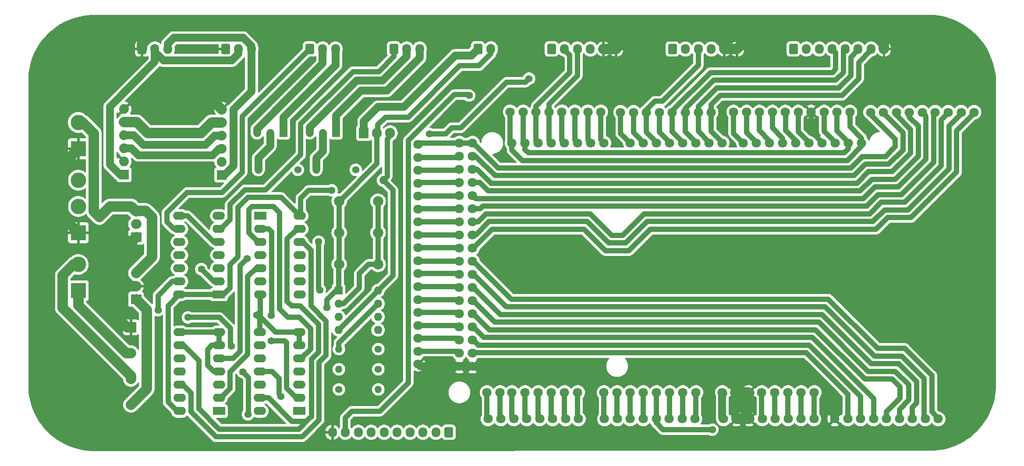
<source format=gbr>
%TF.GenerationSoftware,KiCad,Pcbnew,8.0.6*%
%TF.CreationDate,2024-12-14T18:37:45+02:00*%
%TF.ProjectId,Control_PCB,436f6e74-726f-46c5-9f50-43422e6b6963,rev?*%
%TF.SameCoordinates,Original*%
%TF.FileFunction,Copper,L2,Bot*%
%TF.FilePolarity,Positive*%
%FSLAX46Y46*%
G04 Gerber Fmt 4.6, Leading zero omitted, Abs format (unit mm)*
G04 Created by KiCad (PCBNEW 8.0.6) date 2024-12-14 18:37:45*
%MOMM*%
%LPD*%
G01*
G04 APERTURE LIST*
G04 Aperture macros list*
%AMRoundRect*
0 Rectangle with rounded corners*
0 $1 Rounding radius*
0 $2 $3 $4 $5 $6 $7 $8 $9 X,Y pos of 4 corners*
0 Add a 4 corners polygon primitive as box body*
4,1,4,$2,$3,$4,$5,$6,$7,$8,$9,$2,$3,0*
0 Add four circle primitives for the rounded corners*
1,1,$1+$1,$2,$3*
1,1,$1+$1,$4,$5*
1,1,$1+$1,$6,$7*
1,1,$1+$1,$8,$9*
0 Add four rect primitives between the rounded corners*
20,1,$1+$1,$2,$3,$4,$5,0*
20,1,$1+$1,$4,$5,$6,$7,0*
20,1,$1+$1,$6,$7,$8,$9,0*
20,1,$1+$1,$8,$9,$2,$3,0*%
G04 Aperture macros list end*
%TA.AperFunction,ComponentPad*%
%ADD10C,2.000000*%
%TD*%
%TA.AperFunction,ComponentPad*%
%ADD11C,1.800000*%
%TD*%
%TA.AperFunction,ComponentPad*%
%ADD12R,1.879600X1.879600*%
%TD*%
%TA.AperFunction,ComponentPad*%
%ADD13C,1.879600*%
%TD*%
%TA.AperFunction,ComponentPad*%
%ADD14R,2.000000X1.905000*%
%TD*%
%TA.AperFunction,ComponentPad*%
%ADD15O,2.000000X1.905000*%
%TD*%
%TA.AperFunction,ComponentPad*%
%ADD16R,2.400000X1.600000*%
%TD*%
%TA.AperFunction,ComponentPad*%
%ADD17O,2.400000X1.600000*%
%TD*%
%TA.AperFunction,ComponentPad*%
%ADD18RoundRect,0.250000X-0.600000X-0.725000X0.600000X-0.725000X0.600000X0.725000X-0.600000X0.725000X0*%
%TD*%
%TA.AperFunction,ComponentPad*%
%ADD19O,1.700000X1.950000*%
%TD*%
%TA.AperFunction,ComponentPad*%
%ADD20C,1.400000*%
%TD*%
%TA.AperFunction,ComponentPad*%
%ADD21O,1.400000X1.400000*%
%TD*%
%TA.AperFunction,ComponentPad*%
%ADD22R,3.000000X3.000000*%
%TD*%
%TA.AperFunction,ComponentPad*%
%ADD23C,3.000000*%
%TD*%
%TA.AperFunction,ComponentPad*%
%ADD24RoundRect,0.250000X-0.600000X-0.750000X0.600000X-0.750000X0.600000X0.750000X-0.600000X0.750000X0*%
%TD*%
%TA.AperFunction,ComponentPad*%
%ADD25O,1.700000X2.000000*%
%TD*%
%TA.AperFunction,ComponentPad*%
%ADD26RoundRect,0.250000X0.600000X0.725000X-0.600000X0.725000X-0.600000X-0.725000X0.600000X-0.725000X0*%
%TD*%
%TA.AperFunction,ComponentPad*%
%ADD27R,1.500000X1.500000*%
%TD*%
%TA.AperFunction,ComponentPad*%
%ADD28C,1.500000*%
%TD*%
%TA.AperFunction,ComponentPad*%
%ADD29R,1.600000X1.600000*%
%TD*%
%TA.AperFunction,ComponentPad*%
%ADD30O,1.600000X1.600000*%
%TD*%
%TA.AperFunction,ComponentPad*%
%ADD31R,1.905000X2.000000*%
%TD*%
%TA.AperFunction,ComponentPad*%
%ADD32O,1.905000X2.000000*%
%TD*%
%TA.AperFunction,ComponentPad*%
%ADD33R,2.000000X2.000000*%
%TD*%
%TA.AperFunction,ViaPad*%
%ADD34C,1.400000*%
%TD*%
%TA.AperFunction,ViaPad*%
%ADD35C,5.000000*%
%TD*%
%TA.AperFunction,Conductor*%
%ADD36C,1.000000*%
%TD*%
%TA.AperFunction,Conductor*%
%ADD37C,1.500000*%
%TD*%
%TA.AperFunction,Conductor*%
%ADD38C,2.000000*%
%TD*%
G04 APERTURE END LIST*
D10*
%TO.P,C1,1*%
%TO.N,/cap*%
X110744000Y-94488000D03*
%TO.P,C1,2*%
%TO.N,/battery_gnd*%
X103244000Y-94488000D03*
%TD*%
D11*
%TO.P,J21,1,Pin_1*%
%TO.N,/Metal_Sens_Data*%
X164484143Y-124424000D03*
%TD*%
%TO.P,J90,1,Pin_1*%
%TO.N,Net-(J90-Pin_1)*%
X211484143Y-124424000D03*
%TD*%
%TO.P,J78,1,Pin_1*%
%TO.N,/arduino_5V_out*%
X205914000Y-65078000D03*
%TD*%
%TO.P,J20,1,Pin_1*%
%TO.N,Net-(J20-Pin_1)*%
X166984143Y-124424000D03*
%TD*%
%TO.P,J70,1,Pin_1*%
%TO.N,/SCL*%
X136278000Y-64998000D03*
%TD*%
%TO.P,J66,1,Pin_1*%
%TO.N,/EN2_Phase_A*%
X165114000Y-65078000D03*
%TD*%
%TO.P,J92,1,Pin_1*%
%TO.N,Net-(J92-Pin_1)*%
X206484143Y-124424000D03*
%TD*%
D12*
%TO.P,U6,1,OUT*%
%TO.N,/DAC2_Out*%
X80549762Y-77188000D03*
D13*
%TO.P,U6,2,GND*%
%TO.N,GND*%
X80549762Y-74648000D03*
%TO.P,U6,3,SCL*%
%TO.N,/SCL*%
X80549762Y-72108000D03*
%TO.P,U6,4,SDA*%
%TO.N,/SDA*%
X80549762Y-69568000D03*
%TO.P,U6,5,VCC*%
%TO.N,/Rect_Out_3.3v*%
X80549762Y-67028000D03*
%TO.P,U6,6,GND*%
%TO.N,GND*%
X80549762Y-64488000D03*
%TD*%
D11*
%TO.P,J68,1,Pin_1*%
%TO.N,/1*%
X160114000Y-65078000D03*
%TD*%
%TO.P,J65,1,Pin_1*%
%TO.N,/LEN*%
X167614000Y-65078000D03*
%TD*%
%TO.P,J51,1,Pin_1*%
%TO.N,GND*%
X118477365Y-113812000D03*
%TD*%
%TO.P,J13,1,Pin_1*%
%TO.N,/arduino_3V3_out*%
X187484143Y-124424000D03*
%TD*%
%TO.P,J86,1,Pin_1*%
%TO.N,Net-(J86-Pin_1)*%
X225914000Y-65078000D03*
%TD*%
%TO.P,J10,1,Pin_1*%
%TO.N,Net-(J10-Pin_1)*%
X194984143Y-124424000D03*
%TD*%
D14*
%TO.P,U2,1,IN*%
%TO.N,/Rect_Out_12v*%
X63984000Y-101270000D03*
D15*
%TO.P,U2,2,GND*%
%TO.N,GND*%
X63984000Y-98730000D03*
%TO.P,U2,3,OUT*%
%TO.N,/Rect_Out_9v*%
X63984000Y-96190000D03*
%TD*%
D11*
%TO.P,J33,1,Pin_1*%
%TO.N,Net-(J33-Pin_1)*%
X131984143Y-124424000D03*
%TD*%
%TO.P,J49,1,Pin_1*%
%TO.N,Net-(J49-Pin_1)*%
X118477365Y-108812000D03*
%TD*%
%TO.P,J42,1,Pin_1*%
%TO.N,Net-(J42-Pin_1)*%
X118477365Y-91312000D03*
%TD*%
%TO.P,J54,1,Pin_1*%
%TO.N,Net-(J54-Pin_1)*%
X196944000Y-65024000D03*
%TD*%
%TO.P,J67,1,Pin_1*%
%TO.N,/EN2_Phase_B*%
X162614000Y-65078000D03*
%TD*%
%TO.P,J45,1,Pin_1*%
%TO.N,Net-(J45-Pin_1)*%
X118477365Y-98812000D03*
%TD*%
%TO.P,J81,1,Pin_1*%
%TO.N,Net-(J81-Pin_1)*%
X213414000Y-65078000D03*
%TD*%
%TO.P,J91,1,Pin_1*%
%TO.N,Net-(J91-Pin_1)*%
X208984143Y-124424000D03*
%TD*%
%TO.P,J56,1,Pin_1*%
%TO.N,/RIS*%
X191944000Y-65024000D03*
%TD*%
D12*
%TO.P,U8,1,OUT*%
%TO.N,/DAC1_Out*%
X61684762Y-77163000D03*
D13*
%TO.P,U8,2,GND*%
%TO.N,GND*%
X61684762Y-74623000D03*
%TO.P,U8,3,SCL*%
%TO.N,/SCL*%
X61684762Y-72083000D03*
%TO.P,U8,4,SDA*%
%TO.N,/SDA*%
X61684762Y-69543000D03*
%TO.P,U8,5,VCC*%
%TO.N,/Rect_Out_3.3v*%
X61684762Y-67003000D03*
%TO.P,U8,6,GND*%
%TO.N,GND*%
X61684762Y-64463000D03*
%TD*%
D16*
%TO.P,U5,1*%
%TO.N,/battery_vcc*%
X79983762Y-100348000D03*
D17*
%TO.P,U5,2*%
%TO.N,/clk*%
X79983762Y-97808000D03*
%TO.P,U5,3*%
%TO.N,/clk_inv*%
X79983762Y-95268000D03*
%TO.P,U5,4*%
%TO.N,Net-(U5-Pad4)*%
X79983762Y-92728000D03*
%TO.P,U5,5*%
%TO.N,/arduino_5V_out*%
X79983762Y-90188000D03*
%TO.P,U5,6*%
%TO.N,/driver2_5V_out*%
X79983762Y-87648000D03*
%TO.P,U5,7,VSS*%
%TO.N,/battery_gnd*%
X79983762Y-85108000D03*
%TO.P,U5,8*%
%TO.N,/arduino_5V_out*%
X72363762Y-85108000D03*
%TO.P,U5,9*%
%TO.N,/driver1_5V_out*%
X72363762Y-87648000D03*
%TO.P,U5,10*%
%TO.N,Net-(U5-Pad10)*%
X72363762Y-90188000D03*
%TO.P,U5,11*%
%TO.N,unconnected-(U5-Pad11)*%
X72363762Y-92728000D03*
%TO.P,U5,12*%
%TO.N,/battery_gnd*%
X72363762Y-95268000D03*
%TO.P,U5,13*%
X72363762Y-97808000D03*
%TO.P,U5,14,VDD*%
%TO.N,/battery_vcc*%
X72363762Y-100348000D03*
%TD*%
D11*
%TO.P,J76,1,Pin_1*%
%TO.N,/15*%
X151278000Y-64998000D03*
%TD*%
D18*
%TO.P,J6,1,Pin_1*%
%TO.N,/Rect_Out_12v*%
X144272000Y-52832000D03*
D19*
%TO.P,J6,2,Pin_2*%
%TO.N,/EN1_Phase_A*%
X146772000Y-52832000D03*
%TO.P,J6,3,Pin_3*%
%TO.N,/EN1_Phase_B*%
X149272000Y-52832000D03*
%TO.P,J6,4,Pin_4*%
%TO.N,/EN1_Phase_Z*%
X151772000Y-52832000D03*
%TO.P,J6,5,Pin_5*%
%TO.N,GND*%
X154272000Y-52832000D03*
%TO.P,J6,6,Pin_6*%
X156772000Y-52832000D03*
%TD*%
D11*
%TO.P,J28,1,Pin_1*%
%TO.N,Net-(J28-Pin_1)*%
X144484143Y-124424000D03*
%TD*%
%TO.P,J32,1,Pin_1*%
%TO.N,Net-(J32-Pin_1)*%
X134484143Y-124424000D03*
%TD*%
%TO.P,J79,1,Pin_1*%
%TO.N,Net-(J79-Pin_1)*%
X208414000Y-65078000D03*
%TD*%
%TO.P,J48,1,Pin_1*%
%TO.N,Net-(J48-Pin_1)*%
X118477365Y-106312000D03*
%TD*%
%TO.P,J37,1,Pin_1*%
%TO.N,Net-(J37-Pin_1)*%
X118477365Y-78812000D03*
%TD*%
%TO.P,J16,1,Pin_1*%
%TO.N,GND*%
X179984143Y-124424000D03*
%TD*%
%TO.P,J83,1,Pin_1*%
%TO.N,Net-(J83-Pin_1)*%
X218414000Y-65078000D03*
%TD*%
%TO.P,J29,1,Pin_1*%
%TO.N,Net-(J29-Pin_1)*%
X141984143Y-124424000D03*
%TD*%
%TO.P,J73,1,Pin_1*%
%TO.N,/EN1_Phase_B*%
X143778000Y-64998000D03*
%TD*%
%TO.P,J60,1,Pin_1*%
%TO.N,/9*%
X181944000Y-65024000D03*
%TD*%
%TO.P,J82,1,Pin_1*%
%TO.N,Net-(J82-Pin_1)*%
X215914000Y-65078000D03*
%TD*%
%TO.P,J40,1,Pin_1*%
%TO.N,Net-(J40-Pin_1)*%
X118477365Y-86312000D03*
%TD*%
%TO.P,J27,1,Pin_1*%
%TO.N,Net-(J27-Pin_1)*%
X146984143Y-124424000D03*
%TD*%
D18*
%TO.P,J3,1,Pin_1*%
%TO.N,/driver1_5V_out*%
X97536000Y-52832000D03*
D19*
%TO.P,J3,2,Pin_2*%
%TO.N,/driver1_ter_1*%
X100036000Y-52832000D03*
%TO.P,J3,3,Pin_3*%
%TO.N,/driver1_ter_2*%
X102536000Y-52832000D03*
%TD*%
D20*
%TO.P,R3,1*%
%TO.N,Net-(R2-Pad2)*%
X103180000Y-118700000D03*
D21*
%TO.P,R3,2*%
%TO.N,/cap*%
X110800000Y-118700000D03*
%TD*%
D11*
%TO.P,J30,1,Pin_1*%
%TO.N,Net-(J30-Pin_1)*%
X139484143Y-124424000D03*
%TD*%
%TO.P,J36,1,Pin_1*%
%TO.N,Net-(J36-Pin_1)*%
X118477365Y-76312000D03*
%TD*%
%TO.P,J85,1,Pin_1*%
%TO.N,Net-(J85-Pin_1)*%
X223414000Y-65078000D03*
%TD*%
%TO.P,J80,1,Pin_1*%
%TO.N,Net-(J80-Pin_1)*%
X210914000Y-65078000D03*
%TD*%
%TO.P,J19,1,Pin_1*%
%TO.N,Net-(J19-Pin_1)*%
X169484143Y-124424000D03*
%TD*%
%TO.P,J64,1,Pin_1*%
%TO.N,/REN*%
X170114000Y-65078000D03*
%TD*%
%TO.P,J57,1,Pin_1*%
%TO.N,/LIS*%
X189444000Y-65024000D03*
%TD*%
%TO.P,J62,1,Pin_1*%
%TO.N,/RPWM*%
X175114000Y-65078000D03*
%TD*%
%TO.P,J94,1,Pin_1*%
%TO.N,Net-(J94-Pin_1)*%
X201484143Y-124424000D03*
%TD*%
%TO.P,J41,1,Pin_1*%
%TO.N,Net-(J41-Pin_1)*%
X118477365Y-88812000D03*
%TD*%
%TO.P,J34,1,Pin_1*%
%TO.N,/arduino_5V_out*%
X118477365Y-71312000D03*
%TD*%
%TO.P,J93,1,Pin_1*%
%TO.N,Net-(J93-Pin_1)*%
X203984143Y-124424000D03*
%TD*%
D20*
%TO.P,R4,1*%
%TO.N,/con_sig1*%
X95250000Y-76200000D03*
D21*
%TO.P,R4,2*%
%TO.N,Net-(Q1-B)*%
X87630000Y-76200000D03*
%TD*%
D22*
%TO.P,J8,1,Pin_1*%
%TO.N,GND*%
X52832000Y-88392000D03*
D23*
%TO.P,J8,2,Pin_2*%
%TO.N,/Metal_Sens_Data*%
X52832000Y-83312000D03*
%TO.P,J8,3,Pin_3*%
%TO.N,/Rect_Out_12v*%
X52832000Y-78232000D03*
%TD*%
D24*
%TO.P,J96,1,Pin_1*%
%TO.N,/battery_vcc_9v*%
X130048000Y-52832000D03*
D25*
%TO.P,J96,2,Pin_2*%
%TO.N,/battery_gnd*%
X132548000Y-52832000D03*
%TD*%
D11*
%TO.P,J31,1,Pin_1*%
%TO.N,Net-(J31-Pin_1)*%
X136984143Y-124424000D03*
%TD*%
D26*
%TO.P,J98,1,Pin_1*%
%TO.N,/11*%
X124420000Y-127000000D03*
D19*
%TO.P,J98,2,Pin_2*%
%TO.N,/10*%
X121920000Y-127000000D03*
%TO.P,J98,3,Pin_3*%
%TO.N,/9*%
X119420000Y-127000000D03*
%TO.P,J98,4,Pin_4*%
%TO.N,/8*%
X116920000Y-127000000D03*
%TO.P,J98,5,Pin_5*%
%TO.N,/1*%
X114420000Y-127000000D03*
%TO.P,J98,6,Pin_6*%
%TO.N,/17*%
X111920000Y-127000000D03*
%TO.P,J98,7,Pin_7*%
%TO.N,/16*%
X109420000Y-127000000D03*
%TO.P,J98,8,Pin_8*%
%TO.N,/0*%
X106920000Y-127000000D03*
%TO.P,J98,9,Pin_9*%
%TO.N,/15*%
X104420000Y-127000000D03*
%TO.P,J98,10,Pin_10*%
%TO.N,GND*%
X101920000Y-127000000D03*
%TD*%
D22*
%TO.P,J9,1,Pin_1*%
%TO.N,+12V*%
X52820000Y-99610000D03*
D23*
%TO.P,J9,2,Pin_2*%
%TO.N,/Input_Ground*%
X52820000Y-94530000D03*
%TD*%
D16*
%TO.P,U11,1,Q*%
%TO.N,/reg1_out*%
X95504000Y-122893000D03*
D17*
%TO.P,U11,2,~{Q}*%
%TO.N,/reg1_out_inv*%
X95504000Y-120353000D03*
%TO.P,U11,3,C*%
%TO.N,/clk*%
X95504000Y-117813000D03*
%TO.P,U11,4,R*%
%TO.N,/battery_gnd*%
X95504000Y-115273000D03*
%TO.P,U11,5,D*%
%TO.N,Net-(U11A-D)*%
X95504000Y-112733000D03*
%TO.P,U11,6,S*%
%TO.N,/battery_gnd*%
X95504000Y-110193000D03*
%TO.P,U11,7,VSS*%
X95504000Y-107653000D03*
%TO.P,U11,8,S*%
X87884000Y-107653000D03*
%TO.P,U11,9,D*%
%TO.N,Net-(U11B-D)*%
X87884000Y-110193000D03*
%TO.P,U11,10,R*%
%TO.N,/battery_gnd*%
X87884000Y-112733000D03*
%TO.P,U11,11,C*%
%TO.N,/clk*%
X87884000Y-115273000D03*
%TO.P,U11,12,~{Q}*%
%TO.N,/reg3_out_inv*%
X87884000Y-117813000D03*
%TO.P,U11,13,Q*%
%TO.N,/reg3_out*%
X87884000Y-120353000D03*
%TO.P,U11,14,VDD*%
%TO.N,/battery_vcc*%
X87884000Y-122893000D03*
%TD*%
D11*
%TO.P,J44,1,Pin_1*%
%TO.N,Net-(J44-Pin_1)*%
X118477365Y-96312000D03*
%TD*%
%TO.P,J74,1,Pin_1*%
%TO.N,/17*%
X146278000Y-64998000D03*
%TD*%
D18*
%TO.P,J4,1,Pin_1*%
%TO.N,/arduino_5V_out*%
X191008000Y-52832000D03*
D19*
%TO.P,J4,2,Pin_2*%
%TO.N,/LIS*%
X193508000Y-52832000D03*
%TO.P,J4,3,Pin_3*%
%TO.N,/RIS*%
X196008000Y-52832000D03*
%TO.P,J4,4,Pin_4*%
%TO.N,/LEN*%
X198508000Y-52832000D03*
%TO.P,J4,5,Pin_5*%
%TO.N,/REN*%
X201008000Y-52832000D03*
%TO.P,J4,6,Pin_6*%
%TO.N,/LPWM*%
X203508000Y-52832000D03*
%TO.P,J4,7,Pin_7*%
%TO.N,/RPWM*%
X206008000Y-52832000D03*
%TO.P,J4,8,Pin_8*%
%TO.N,GND*%
X208508000Y-52832000D03*
%TD*%
D11*
%TO.P,J39,1,Pin_1*%
%TO.N,Net-(J39-Pin_1)*%
X118477365Y-83812000D03*
%TD*%
%TO.P,J46,1,Pin_1*%
%TO.N,Net-(J46-Pin_1)*%
X118477365Y-101312000D03*
%TD*%
%TO.P,J72,1,Pin_1*%
%TO.N,/EN1_Phase_A*%
X141278000Y-64998000D03*
%TD*%
%TO.P,J43,1,Pin_1*%
%TO.N,Net-(J43-Pin_1)*%
X118477365Y-93812000D03*
%TD*%
%TO.P,J71,1,Pin_1*%
%TO.N,/SDA*%
X138778000Y-64998000D03*
%TD*%
D27*
%TO.P,Q1,1,E*%
%TO.N,/driver1_ter_2*%
X92456000Y-69088000D03*
D28*
%TO.P,Q1,2,B*%
%TO.N,Net-(Q1-B)*%
X89916000Y-69088000D03*
%TO.P,Q1,3,C*%
%TO.N,/driver1_ter_1*%
X87376000Y-69088000D03*
%TD*%
D11*
%TO.P,J69,1,Pin_1*%
%TO.N,/0*%
X157614000Y-65078000D03*
%TD*%
D29*
%TO.P,U9,1,GND*%
%TO.N,/battery_gnd*%
X103124000Y-99568000D03*
D30*
%TO.P,U9,2,TR*%
%TO.N,/cap*%
X103124000Y-102108000D03*
%TO.P,U9,3,Q*%
%TO.N,/clk*%
X103124000Y-104648000D03*
%TO.P,U9,4,R*%
%TO.N,/battery_vcc*%
X103124000Y-107188000D03*
%TO.P,U9,5,CV*%
%TO.N,unconnected-(U9-CV-Pad5)*%
X110744000Y-107188000D03*
%TO.P,U9,6,THR*%
%TO.N,/cap*%
X110744000Y-104648000D03*
%TO.P,U9,7,DIS*%
%TO.N,/res_m*%
X110744000Y-102108000D03*
%TO.P,U9,8,VCC*%
%TO.N,/battery_vcc*%
X110744000Y-99568000D03*
%TD*%
D11*
%TO.P,J88,1,Pin_1*%
%TO.N,Net-(J88-Pin_1)*%
X216484143Y-124424000D03*
%TD*%
%TO.P,J63,1,Pin_1*%
%TO.N,/LPWM*%
X172614000Y-65078000D03*
%TD*%
D22*
%TO.P,J7,1,Pin_1*%
%TO.N,GND*%
X52832000Y-72136000D03*
D23*
%TO.P,J7,2,Pin_2*%
%TO.N,/Rect_Out_9v*%
X52832000Y-67056000D03*
%TD*%
D18*
%TO.P,J1,1,Pin_1*%
%TO.N,GND*%
X81280000Y-52832000D03*
D19*
%TO.P,J1,2,Pin_2*%
%TO.N,/DAC1_Out*%
X83780000Y-52832000D03*
%TO.P,J1,3,Pin_3*%
%TO.N,/DAC2_Out*%
X86280000Y-52832000D03*
%TD*%
D11*
%TO.P,J23,1,Pin_1*%
%TO.N,Net-(J23-Pin_1)*%
X159484143Y-124424000D03*
%TD*%
%TO.P,J24,1,Pin_1*%
%TO.N,Net-(J24-Pin_1)*%
X156984143Y-124424000D03*
%TD*%
%TO.P,J22,1,Pin_1*%
%TO.N,Net-(J22-Pin_1)*%
X161984143Y-124424000D03*
%TD*%
D18*
%TO.P,J2,1,Pin_1*%
%TO.N,GND*%
X65104000Y-52832000D03*
D19*
%TO.P,J2,2,Pin_2*%
%TO.N,/DAC1_Out*%
X67604000Y-52832000D03*
%TO.P,J2,3,Pin_3*%
%TO.N,/DAC2_Out*%
X70104000Y-52832000D03*
%TD*%
D11*
%TO.P,J52,1,Pin_1*%
%TO.N,/SCL*%
X201944000Y-65024000D03*
%TD*%
%TO.P,J26,1,Pin_1*%
%TO.N,Net-(J26-Pin_1)*%
X149484143Y-124424000D03*
%TD*%
%TO.P,J53,1,Pin_1*%
%TO.N,/SDA*%
X199444000Y-65024000D03*
%TD*%
D20*
%TO.P,R1,1*%
%TO.N,/battery_vcc*%
X110800000Y-110900000D03*
D21*
%TO.P,R1,2*%
%TO.N,/res_m*%
X103180000Y-110900000D03*
%TD*%
D11*
%TO.P,J12,1,Pin_1*%
%TO.N,Net-(J12-Pin_1)*%
X189984143Y-124424000D03*
%TD*%
D31*
%TO.P,U1,1,IN*%
%TO.N,/battery_vcc_9v*%
X108000000Y-69100000D03*
D32*
%TO.P,U1,2,GND*%
%TO.N,/battery_gnd*%
X110540000Y-69100000D03*
%TO.P,U1,3,OUT*%
%TO.N,/battery_vcc*%
X113080000Y-69100000D03*
%TD*%
D11*
%TO.P,J35,1,Pin_1*%
%TO.N,Net-(J35-Pin_1)*%
X118477365Y-73812000D03*
%TD*%
%TO.P,A1,0,0*%
%TO.N,/0*%
X159484143Y-71027000D03*
%TO.P,A1,1,1*%
%TO.N,/1*%
X162024143Y-71027000D03*
%TO.P,A1,2,2*%
%TO.N,/EN2_Phase_B*%
X164564143Y-71027000D03*
%TO.P,A1,3,3*%
%TO.N,/EN2_Phase_A*%
X167104143Y-71027000D03*
%TO.P,A1,3V3,+3V3*%
%TO.N,/arduino_3V3_out*%
X187424143Y-119287000D03*
%TO.P,A1,4,4*%
%TO.N,/LEN*%
X169644143Y-71027000D03*
%TO.P,A1,5,5*%
%TO.N,/REN*%
X172184143Y-71027000D03*
%TO.P,A1,5V_1,+5V_1*%
%TO.N,/arduino_5V_out*%
X184884143Y-119287000D03*
%TO.P,A1,5V_2,+5V_2*%
X129004143Y-71027000D03*
%TO.P,A1,5V_3,+5V_3*%
X126464143Y-71027000D03*
%TO.P,A1,6,6*%
%TO.N,/LPWM*%
X174724143Y-71027000D03*
%TO.P,A1,7,7*%
%TO.N,/RPWM*%
X177264143Y-71027000D03*
%TO.P,A1,8,8*%
%TO.N,/8*%
X181328143Y-71027000D03*
%TO.P,A1,9,9*%
%TO.N,/9*%
X183868143Y-71027000D03*
%TO.P,A1,10,10*%
%TO.N,/10*%
X186408143Y-71027000D03*
%TO.P,A1,11,11*%
%TO.N,/11*%
X188948143Y-71027000D03*
%TO.P,A1,12,12*%
%TO.N,/LIS*%
X191488143Y-71027000D03*
%TO.P,A1,13,13*%
%TO.N,/RIS*%
X194028143Y-71027000D03*
%TO.P,A1,14,14*%
%TO.N,/14*%
X154404143Y-71027000D03*
%TO.P,A1,15,15*%
%TO.N,/15*%
X151864143Y-71027000D03*
%TO.P,A1,16,16*%
%TO.N,/16*%
X149324143Y-71027000D03*
%TO.P,A1,17,17*%
%TO.N,/17*%
X146784143Y-71027000D03*
%TO.P,A1,18,18*%
%TO.N,/EN1_Phase_B*%
X144244143Y-71027000D03*
%TO.P,A1,19,19*%
%TO.N,/EN1_Phase_A*%
X141704143Y-71027000D03*
%TO.P,A1,20,20*%
%TO.N,/SDA*%
X139164143Y-71027000D03*
%TO.P,A1,21,21*%
%TO.N,/SCL*%
X136624143Y-71027000D03*
%TO.P,A1,22,22*%
%TO.N,Net-(J79-Pin_1)*%
X129004143Y-73567000D03*
%TO.P,A1,23,23*%
%TO.N,Net-(J35-Pin_1)*%
X126464143Y-73567000D03*
%TO.P,A1,24,24*%
%TO.N,Net-(J80-Pin_1)*%
X129004143Y-76107000D03*
%TO.P,A1,25,25*%
%TO.N,Net-(J36-Pin_1)*%
X126464143Y-76107000D03*
%TO.P,A1,26,26*%
%TO.N,Net-(J81-Pin_1)*%
X129004143Y-78647000D03*
%TO.P,A1,27,27*%
%TO.N,Net-(J37-Pin_1)*%
X126464143Y-78647000D03*
%TO.P,A1,28,28*%
%TO.N,Net-(J82-Pin_1)*%
X129004143Y-81187000D03*
%TO.P,A1,29,29*%
%TO.N,Net-(J38-Pin_1)*%
X126464143Y-81187000D03*
%TO.P,A1,30,30*%
%TO.N,Net-(J83-Pin_1)*%
X129004143Y-83727000D03*
%TO.P,A1,31,31*%
%TO.N,Net-(J39-Pin_1)*%
X126464143Y-83727000D03*
%TO.P,A1,32,32*%
%TO.N,Net-(J84-Pin_1)*%
X129004143Y-86267000D03*
%TO.P,A1,33,33*%
%TO.N,Net-(J40-Pin_1)*%
X126464143Y-86267000D03*
%TO.P,A1,34,34*%
%TO.N,Net-(J85-Pin_1)*%
X129004143Y-88807000D03*
%TO.P,A1,35,35*%
%TO.N,Net-(J41-Pin_1)*%
X126464143Y-88807000D03*
%TO.P,A1,36,36*%
%TO.N,Net-(J86-Pin_1)*%
X129004143Y-91347000D03*
%TO.P,A1,37,37*%
%TO.N,Net-(J42-Pin_1)*%
X126464143Y-91347000D03*
%TO.P,A1,38,38*%
%TO.N,Net-(J87-Pin_1)*%
X129004143Y-93887000D03*
%TO.P,A1,39,39*%
%TO.N,Net-(J43-Pin_1)*%
X126464143Y-93887000D03*
%TO.P,A1,40,40*%
%TO.N,Net-(J88-Pin_1)*%
X129004143Y-96427000D03*
%TO.P,A1,41,41*%
%TO.N,Net-(J44-Pin_1)*%
X126464143Y-96427000D03*
%TO.P,A1,42,42*%
%TO.N,Net-(J89-Pin_1)*%
X129004143Y-98967000D03*
%TO.P,A1,43,43*%
%TO.N,Net-(J45-Pin_1)*%
X126464143Y-98967000D03*
%TO.P,A1,44,44*%
%TO.N,Net-(J90-Pin_1)*%
X129004143Y-101507000D03*
%TO.P,A1,45,45*%
%TO.N,Net-(J46-Pin_1)*%
X126464143Y-101507000D03*
%TO.P,A1,46,46*%
%TO.N,Net-(J91-Pin_1)*%
X129004143Y-104047000D03*
%TO.P,A1,47,47*%
%TO.N,Net-(J47-Pin_1)*%
X126464143Y-104047000D03*
%TO.P,A1,48,48*%
%TO.N,Net-(J92-Pin_1)*%
X129004143Y-106587000D03*
%TO.P,A1,49,49*%
%TO.N,Net-(J48-Pin_1)*%
X126464143Y-106587000D03*
%TO.P,A1,50,50*%
%TO.N,Net-(J93-Pin_1)*%
X129004143Y-109127000D03*
%TO.P,A1,51,51*%
%TO.N,Net-(J49-Pin_1)*%
X126464143Y-109127000D03*
%TO.P,A1,52,52*%
%TO.N,Net-(J94-Pin_1)*%
X129004143Y-111667000D03*
%TO.P,A1,53,53*%
%TO.N,Net-(J50-Pin_1)*%
X126464143Y-111667000D03*
%TO.P,A1,AD0,AD0*%
%TO.N,Net-(J18-Pin_1)*%
X172184143Y-119287000D03*
%TO.P,A1,AD1,AD1*%
%TO.N,Net-(J19-Pin_1)*%
X169644143Y-119287000D03*
%TO.P,A1,AD2,AD2*%
%TO.N,Net-(J20-Pin_1)*%
X167104143Y-119287000D03*
%TO.P,A1,AD3,AD3*%
%TO.N,/Metal_Sens_Data*%
X164564143Y-119287000D03*
%TO.P,A1,AD4,AD4*%
%TO.N,Net-(J22-Pin_1)*%
X162024143Y-119287000D03*
%TO.P,A1,AD5,AD5*%
%TO.N,Net-(J23-Pin_1)*%
X159484143Y-119287000D03*
%TO.P,A1,AD6,AD6*%
%TO.N,Net-(J24-Pin_1)*%
X156944143Y-119287000D03*
%TO.P,A1,AD7,AD7*%
%TO.N,Net-(J25-Pin_1)*%
X154404143Y-119287000D03*
%TO.P,A1,AD8,AD8*%
%TO.N,Net-(J26-Pin_1)*%
X149324143Y-119287000D03*
%TO.P,A1,AD9,AD9*%
%TO.N,Net-(J27-Pin_1)*%
X146784143Y-119287000D03*
%TO.P,A1,AD10,AD10*%
%TO.N,Net-(J28-Pin_1)*%
X144244143Y-119287000D03*
%TO.P,A1,AD11,AD11*%
%TO.N,Net-(J29-Pin_1)*%
X141704143Y-119287000D03*
%TO.P,A1,AD12,AD12*%
%TO.N,Net-(J30-Pin_1)*%
X139164143Y-119287000D03*
%TO.P,A1,AD13,AD13*%
%TO.N,Net-(J31-Pin_1)*%
X136624143Y-119287000D03*
%TO.P,A1,AD14,AD14*%
%TO.N,Net-(J32-Pin_1)*%
X134338143Y-119287000D03*
%TO.P,A1,AD15,AD15*%
%TO.N,Net-(J33-Pin_1)*%
X131798143Y-119287000D03*
%TO.P,A1,AREF,AREF*%
%TO.N,Net-(J54-Pin_1)*%
X199108143Y-71027000D03*
%TO.P,A1,GND1,GND1*%
%TO.N,GND*%
X182344143Y-119287000D03*
%TO.P,A1,GND2,GND2*%
X179804143Y-119287000D03*
%TO.P,A1,GND3,GND3*%
X196568143Y-71027000D03*
%TO.P,A1,GND4,GND4*%
X129004143Y-114207000D03*
%TO.P,A1,GND5,GND5*%
X126464143Y-114207000D03*
%TO.P,A1,IOREF,IOREF*%
%TO.N,Net-(J11-Pin_1)*%
X192504143Y-119287000D03*
%TO.P,A1,NC,NC*%
%TO.N,Net-(J10-Pin_1)*%
X195044143Y-119287000D03*
%TO.P,A1,RESET,RESET*%
%TO.N,Net-(J12-Pin_1)*%
X189964143Y-119287000D03*
%TO.P,A1,SCL,SCL*%
%TO.N,/SCL*%
X204188143Y-71027000D03*
%TO.P,A1,SDA,SDA*%
%TO.N,/SDA*%
X201648143Y-71027000D03*
%TO.P,A1,VIN,VIN*%
%TO.N,Net-(J17-Pin_1)*%
X177264143Y-119287000D03*
%TD*%
%TO.P,J18,1,Pin_1*%
%TO.N,Net-(J18-Pin_1)*%
X171984143Y-124424000D03*
%TD*%
%TO.P,J84,1,Pin_1*%
%TO.N,Net-(J84-Pin_1)*%
X220914000Y-65078000D03*
%TD*%
%TO.P,J87,1,Pin_1*%
%TO.N,Net-(J87-Pin_1)*%
X218984143Y-124424000D03*
%TD*%
%TO.P,J17,1,Pin_1*%
%TO.N,Net-(J17-Pin_1)*%
X177484143Y-124424000D03*
%TD*%
%TO.P,J47,1,Pin_1*%
%TO.N,Net-(J47-Pin_1)*%
X118477365Y-103812000D03*
%TD*%
%TO.P,J25,1,Pin_1*%
%TO.N,Net-(J25-Pin_1)*%
X154484143Y-124424000D03*
%TD*%
D14*
%TO.P,U4,1,GND*%
%TO.N,GND*%
X63984000Y-89250000D03*
D15*
%TO.P,U4,2,VO*%
%TO.N,/Rect_Out_3.3v*%
X63984000Y-86710000D03*
%TO.P,U4,3,VI*%
%TO.N,/Rect_Out_9v*%
X63984000Y-84170000D03*
%TD*%
D11*
%TO.P,J89,1,Pin_1*%
%TO.N,Net-(J89-Pin_1)*%
X213984143Y-124424000D03*
%TD*%
D16*
%TO.P,U10,1,Q*%
%TO.N,unconnected-(U10A-Q-Pad1)*%
X80004000Y-122893000D03*
D17*
%TO.P,U10,2,~{Q}*%
%TO.N,Net-(U10A-~{Q})*%
X80004000Y-120353000D03*
%TO.P,U10,3,C*%
%TO.N,/clk_inv*%
X80004000Y-117813000D03*
%TO.P,U10,4,R*%
%TO.N,/battery_gnd*%
X80004000Y-115273000D03*
%TO.P,U10,5,D*%
%TO.N,/reg1_out*%
X80004000Y-112733000D03*
%TO.P,U10,6,S*%
%TO.N,/battery_gnd*%
X80004000Y-110193000D03*
%TO.P,U10,7,VSS*%
X80004000Y-107653000D03*
%TO.P,U10,8,S*%
X72384000Y-107653000D03*
%TO.P,U10,9,D*%
%TO.N,/reg3_out*%
X72384000Y-110193000D03*
%TO.P,U10,10,R*%
%TO.N,/battery_gnd*%
X72384000Y-112733000D03*
%TO.P,U10,11,C*%
%TO.N,/clk_inv*%
X72384000Y-115273000D03*
%TO.P,U10,12,~{Q}*%
%TO.N,Net-(U10B-~{Q})*%
X72384000Y-117813000D03*
%TO.P,U10,13,Q*%
%TO.N,unconnected-(U10B-Q-Pad13)*%
X72384000Y-120353000D03*
%TO.P,U10,14,VDD*%
%TO.N,/battery_vcc*%
X72384000Y-122893000D03*
%TD*%
D11*
%TO.P,J61,1,Pin_1*%
%TO.N,/8*%
X179444000Y-65024000D03*
%TD*%
D27*
%TO.P,Q2,1,E*%
%TO.N,/driver2_ter_2*%
X102616000Y-69088000D03*
D28*
%TO.P,Q2,2,B*%
%TO.N,Net-(Q2-B)*%
X100076000Y-69088000D03*
%TO.P,Q2,3,C*%
%TO.N,/driver2_ter_1*%
X97536000Y-69088000D03*
%TD*%
D11*
%TO.P,J77,1,Pin_1*%
%TO.N,/14*%
X153778000Y-64998000D03*
%TD*%
D20*
%TO.P,R5,1*%
%TO.N,/con_sig2*%
X106426000Y-76200000D03*
D21*
%TO.P,R5,2*%
%TO.N,Net-(Q2-B)*%
X98806000Y-76200000D03*
%TD*%
D10*
%TO.P,C2,1*%
%TO.N,/cap*%
X110744000Y-88392000D03*
%TO.P,C2,2*%
%TO.N,/battery_gnd*%
X103244000Y-88392000D03*
%TD*%
D11*
%TO.P,J50,1,Pin_1*%
%TO.N,Net-(J50-Pin_1)*%
X118477365Y-111312000D03*
%TD*%
%TO.P,J58,1,Pin_1*%
%TO.N,/11*%
X186944000Y-65024000D03*
%TD*%
%TO.P,J14,1,Pin_1*%
%TO.N,/arduino_5V_out*%
X184984143Y-124424000D03*
%TD*%
D18*
%TO.P,J5,1,Pin_1*%
%TO.N,/Rect_Out_12v*%
X167640000Y-52832000D03*
D19*
%TO.P,J5,2,Pin_2*%
%TO.N,/EN2_Phase_A*%
X170140000Y-52832000D03*
%TO.P,J5,3,Pin_3*%
%TO.N,/EN2_Phase_B*%
X172640000Y-52832000D03*
%TO.P,J5,4,Pin_4*%
%TO.N,/EN2_Phase_Z*%
X175140000Y-52832000D03*
%TO.P,J5,5,Pin_5*%
%TO.N,GND*%
X177640000Y-52832000D03*
%TO.P,J5,6,Pin_6*%
X180140000Y-52832000D03*
%TD*%
D20*
%TO.P,R2,1*%
%TO.N,/res_m*%
X110800000Y-114800000D03*
D21*
%TO.P,R2,2*%
%TO.N,Net-(R2-Pad2)*%
X103180000Y-114800000D03*
%TD*%
D11*
%TO.P,J11,1,Pin_1*%
%TO.N,Net-(J11-Pin_1)*%
X192484143Y-124424000D03*
%TD*%
%TO.P,J75,1,Pin_1*%
%TO.N,/16*%
X148778000Y-64998000D03*
%TD*%
%TO.P,J15,1,Pin_1*%
%TO.N,GND*%
X182484143Y-124424000D03*
%TD*%
%TO.P,J59,1,Pin_1*%
%TO.N,/10*%
X184444000Y-65024000D03*
%TD*%
D16*
%TO.P,U7,1*%
%TO.N,Net-(U5-Pad10)*%
X87983762Y-85108000D03*
D17*
%TO.P,U7,2*%
%TO.N,/reg1_out_inv*%
X87983762Y-87648000D03*
%TO.P,U7,3*%
%TO.N,Net-(U11A-D)*%
X87983762Y-90188000D03*
%TO.P,U7,4*%
%TO.N,/con_sig1*%
X87983762Y-92728000D03*
%TO.P,U7,5*%
%TO.N,Net-(U10A-~{Q})*%
X87983762Y-95268000D03*
%TO.P,U7,6*%
%TO.N,/reg1_out*%
X87983762Y-97808000D03*
%TO.P,U7,7,VSS*%
%TO.N,/battery_gnd*%
X87983762Y-100348000D03*
%TO.P,U7,8*%
%TO.N,Net-(U5-Pad4)*%
X95603762Y-100348000D03*
%TO.P,U7,9*%
%TO.N,/reg3_out_inv*%
X95603762Y-97808000D03*
%TO.P,U7,10*%
%TO.N,Net-(U11B-D)*%
X95603762Y-95268000D03*
%TO.P,U7,11*%
%TO.N,/con_sig2*%
X95603762Y-92728000D03*
%TO.P,U7,12*%
%TO.N,Net-(U10B-~{Q})*%
X95603762Y-90188000D03*
%TO.P,U7,13*%
%TO.N,/reg3_out*%
X95603762Y-87648000D03*
%TO.P,U7,14,VDD*%
%TO.N,/battery_vcc*%
X95603762Y-85108000D03*
%TD*%
D11*
%TO.P,J38,1,Pin_1*%
%TO.N,Net-(J38-Pin_1)*%
X118477365Y-81312000D03*
%TD*%
%TO.P,J95,1,Pin_1*%
%TO.N,GND*%
X198984143Y-124424000D03*
%TD*%
D18*
%TO.P,J97,1,Pin_1*%
%TO.N,/driver2_5V_out*%
X113792000Y-52832000D03*
D19*
%TO.P,J97,2,Pin_2*%
%TO.N,/driver2_ter_1*%
X116292000Y-52832000D03*
%TO.P,J97,3,Pin_3*%
%TO.N,/driver2_ter_2*%
X118792000Y-52832000D03*
%TD*%
D33*
%TO.P,D1,1,-*%
%TO.N,GND*%
X62992000Y-106680000D03*
D10*
%TO.P,D1,2*%
%TO.N,+12V*%
X62992000Y-111680000D03*
%TO.P,D1,3*%
%TO.N,/Input_Ground*%
X62992000Y-116680000D03*
%TO.P,D1,4,+*%
%TO.N,/Rect_Out_12v*%
X62992000Y-121680000D03*
%TD*%
%TO.P,C3,1*%
%TO.N,/cap*%
X110744000Y-82296000D03*
%TO.P,C3,2*%
%TO.N,/battery_gnd*%
X103244000Y-82296000D03*
%TD*%
D11*
%TO.P,J55,1,Pin_1*%
%TO.N,GND*%
X194444000Y-65024000D03*
%TD*%
D34*
%TO.N,GND*%
X113400000Y-99600000D03*
X76000000Y-90600000D03*
X100200000Y-86900000D03*
X72000000Y-104100000D03*
D35*
X217400000Y-105200000D03*
D34*
X105500000Y-86900000D03*
X75300000Y-126700000D03*
D35*
X55900000Y-117900000D03*
X55800000Y-58900000D03*
D34*
X83900000Y-119600000D03*
X75470000Y-57410000D03*
X110700000Y-97000000D03*
X80900000Y-103000000D03*
X76600000Y-85200000D03*
D35*
X217400000Y-58900000D03*
D34*
%TO.N,/Metal_Sens_Data*%
X175340000Y-126490000D03*
%TO.N,/battery_gnd*%
X100823458Y-102855458D03*
X87280000Y-104350000D03*
X68220000Y-103369000D03*
%TO.N,/reg1_out*%
X85440000Y-93390000D03*
X84599000Y-115316916D03*
X85609968Y-123532066D03*
%TO.N,/battery_vcc*%
X111760000Y-78232000D03*
X101800000Y-80200000D03*
%TO.N,/clk*%
X91990000Y-120030000D03*
X74000000Y-104768000D03*
X82390000Y-110310000D03*
X76600000Y-95430000D03*
%TO.N,/reg1_out_inv*%
X90070000Y-109270000D03*
X90070000Y-104360000D03*
%TO.N,Net-(U11B-D)*%
X99270000Y-90126000D03*
X99469999Y-99457158D03*
%TO.N,/0*%
X139921099Y-58561886D03*
X120650000Y-69280000D03*
%TO.N,/15*%
X128339021Y-61838000D03*
%TD*%
D36*
%TO.N,Net-(J87-Pin_1)*%
X217754143Y-123035278D02*
X218984143Y-124265278D01*
X197742207Y-101247000D02*
X207262207Y-110767000D01*
X207262207Y-110767000D02*
X212543242Y-110767000D01*
X136494365Y-101247000D02*
X197742207Y-101247000D01*
X217754143Y-115977901D02*
X217754143Y-123035278D01*
X218984143Y-124265278D02*
X218984143Y-124424000D01*
X212543242Y-110767000D02*
X217754143Y-115977901D01*
X129004143Y-93887000D02*
X129134365Y-93887000D01*
X129134365Y-93887000D02*
X136494365Y-101247000D01*
%TO.N,/EN1_Phase_B*%
X149272000Y-52832000D02*
X149272000Y-57992000D01*
X143778000Y-70560857D02*
X144244143Y-71027000D01*
X144244143Y-70908278D02*
X144244143Y-71027000D01*
X143778000Y-63486000D02*
X143778000Y-64998000D01*
X143778000Y-64998000D02*
X143778000Y-70560857D01*
X149272000Y-57992000D02*
X143778000Y-63486000D01*
%TO.N,Net-(J20-Pin_1)*%
X167104143Y-124304000D02*
X166984143Y-124424000D01*
X167104143Y-119287000D02*
X167104143Y-124304000D01*
D37*
%TO.N,GND*%
X129004143Y-114207000D02*
X126464143Y-114207000D01*
D38*
X63984000Y-98730000D02*
X61611500Y-98730000D01*
X179804143Y-119287000D02*
X182344143Y-119287000D01*
X154437000Y-48397000D02*
X156772000Y-50732000D01*
X156772000Y-50732000D02*
X156772000Y-52832000D01*
D37*
X182344143Y-124284000D02*
X182484143Y-124424000D01*
D38*
X63016750Y-98730000D02*
X63984000Y-98730000D01*
X208508000Y-52832000D02*
X208508000Y-51911882D01*
D37*
X129109143Y-114312000D02*
X152018634Y-114312000D01*
D38*
X179984143Y-119467000D02*
X179804143Y-119287000D01*
X61611500Y-98730000D02*
X60570000Y-99771500D01*
X179984143Y-124424000D02*
X182484143Y-124424000D01*
D37*
X161984143Y-113812000D02*
X182909127Y-113812000D01*
D36*
X194444000Y-65024000D02*
X194444000Y-68784135D01*
D37*
X179804143Y-119287000D02*
X179804143Y-116916984D01*
D38*
X177640000Y-51911882D02*
X176105118Y-50377000D01*
X65104000Y-51911882D02*
X68618882Y-48397000D01*
D37*
X154763634Y-117057000D02*
X158739143Y-117057000D01*
X152018634Y-114312000D02*
X154763634Y-117057000D01*
D38*
X208508000Y-51911882D02*
X206380118Y-49784000D01*
D37*
X193209365Y-113812000D02*
X198984143Y-119586778D01*
D38*
X177640000Y-52832000D02*
X177640000Y-51911882D01*
D37*
X126464143Y-114207000D02*
X118872365Y-114207000D01*
D38*
X183188000Y-49784000D02*
X180140000Y-52832000D01*
X156772000Y-52832000D02*
X154272000Y-52832000D01*
X60570000Y-99771500D02*
X60570000Y-104990000D01*
X75470000Y-59408238D02*
X80549762Y-64488000D01*
X52832000Y-88392000D02*
X49852000Y-85412000D01*
X65104000Y-52832000D02*
X65104000Y-51911882D01*
D36*
X194444000Y-68784135D02*
X196568143Y-70908278D01*
D38*
X61504000Y-91730000D02*
X61504000Y-97217250D01*
X159227000Y-50377000D02*
X156772000Y-52832000D01*
D37*
X182344143Y-119287000D02*
X182344143Y-124284000D01*
D38*
X180140000Y-52832000D02*
X177640000Y-52832000D01*
X60570000Y-104990000D02*
X62260000Y-106680000D01*
X68618882Y-48397000D02*
X154437000Y-48397000D01*
D37*
X179804143Y-116916984D02*
X182909127Y-113812000D01*
D36*
X196568143Y-70908278D02*
X196568143Y-71027000D01*
D37*
X179804143Y-119287000D02*
X179804143Y-124244000D01*
D36*
X73100000Y-103000000D02*
X80900000Y-103000000D01*
D37*
X129004143Y-114207000D02*
X129109143Y-114312000D01*
X179804143Y-124244000D02*
X179984143Y-124424000D01*
D36*
X72000000Y-104100000D02*
X73100000Y-103000000D01*
D38*
X49852000Y-85412000D02*
X49852000Y-75116000D01*
X206380118Y-49784000D02*
X183188000Y-49784000D01*
X75470000Y-57410000D02*
X75470000Y-59408238D01*
D37*
X198984143Y-119586778D02*
X198984143Y-124424000D01*
D38*
X182484143Y-119427000D02*
X182344143Y-119287000D01*
X61504000Y-97217250D02*
X63016750Y-98730000D01*
X176105118Y-50377000D02*
X159227000Y-50377000D01*
D37*
X182909127Y-113812000D02*
X193209365Y-113812000D01*
D38*
X63984000Y-89250000D02*
X61504000Y-91730000D01*
D37*
X118872365Y-114207000D02*
X118477365Y-113812000D01*
D38*
X49852000Y-75116000D02*
X52832000Y-72136000D01*
D37*
X158739143Y-117057000D02*
X161984143Y-113812000D01*
D38*
X62260000Y-106680000D02*
X62992000Y-106680000D01*
D36*
%TO.N,Net-(J37-Pin_1)*%
X118642365Y-78647000D02*
X118477365Y-78812000D01*
D37*
X126299143Y-78812000D02*
X126464143Y-78647000D01*
D36*
X126464143Y-78647000D02*
X118642365Y-78647000D01*
%TO.N,Net-(J28-Pin_1)*%
X144244143Y-119287000D02*
X144244143Y-124184000D01*
X144244143Y-124184000D02*
X144484143Y-124424000D01*
%TO.N,Net-(J40-Pin_1)*%
X118477365Y-86312000D02*
X126419143Y-86312000D01*
X126419143Y-86312000D02*
X126464143Y-86267000D01*
%TO.N,/SCL*%
X136624143Y-72394143D02*
X138617000Y-74387000D01*
X138617000Y-74387000D02*
X201463000Y-74387000D01*
X204188143Y-70076143D02*
X204188143Y-71027000D01*
X136624143Y-71027000D02*
X136624143Y-72394143D01*
D37*
X64429881Y-73388000D02*
X78741201Y-73388000D01*
D36*
X136278000Y-70680857D02*
X136624143Y-71027000D01*
D37*
X80021201Y-72108000D02*
X80549762Y-72108000D01*
X63124881Y-72083000D02*
X64429881Y-73388000D01*
D36*
X201463000Y-74387000D02*
X204188143Y-71661857D01*
X204188143Y-71661857D02*
X204188143Y-71027000D01*
X201944000Y-65024000D02*
X201944000Y-67832000D01*
D37*
X61684762Y-72083000D02*
X63124881Y-72083000D01*
D36*
X136278000Y-64998000D02*
X136278000Y-70680857D01*
X201944000Y-67832000D02*
X204188143Y-70076143D01*
D37*
X78741201Y-73388000D02*
X80021201Y-72108000D01*
D36*
%TO.N,Net-(J83-Pin_1)*%
X130501329Y-83727000D02*
X129004143Y-83727000D01*
X211886278Y-81027000D02*
X207381216Y-81027000D01*
X218104143Y-65387857D02*
X218104143Y-74809135D01*
X218104143Y-74809135D02*
X211886278Y-81027000D01*
X130961329Y-83267000D02*
X130501329Y-83727000D01*
X218414000Y-65078000D02*
X218104143Y-65387857D01*
X207381216Y-81027000D02*
X205141216Y-83267000D01*
D37*
X129004143Y-83727000D02*
X129064143Y-83667000D01*
D36*
X205141216Y-83267000D02*
X130961329Y-83267000D01*
%TO.N,Net-(J91-Pin_1)*%
X132242865Y-107167000D02*
X195290063Y-107167000D01*
X210091098Y-116687000D02*
X211614143Y-118210045D01*
X129122865Y-104047000D02*
X132242865Y-107167000D01*
X129004143Y-104047000D02*
X129122865Y-104047000D01*
X208984143Y-122993955D02*
X208984143Y-124424000D01*
X211614143Y-120363955D02*
X208984143Y-122993955D01*
X204810063Y-116687000D02*
X210091098Y-116687000D01*
X211614143Y-118210045D02*
X211614143Y-120363955D01*
X195290063Y-107167000D02*
X204810063Y-116687000D01*
%TO.N,Net-(J94-Pin_1)*%
X129064143Y-111607000D02*
X193450955Y-111607000D01*
X193450955Y-111607000D02*
X201484143Y-119640188D01*
X129004143Y-111667000D02*
X129064143Y-111607000D01*
X201484143Y-119640188D02*
X201484143Y-124424000D01*
%TO.N,Net-(J42-Pin_1)*%
X126429143Y-91312000D02*
X126464143Y-91347000D01*
X118477365Y-91312000D02*
X126429143Y-91312000D01*
%TO.N,Net-(J85-Pin_1)*%
X155286964Y-90380000D02*
X151133964Y-86227000D01*
X213112350Y-83987000D02*
X208607288Y-83987000D01*
X223414000Y-65078000D02*
X223414000Y-65386000D01*
X221064143Y-76035207D02*
X213112350Y-83987000D01*
X223414000Y-65386000D02*
X221064143Y-67735857D01*
X132187401Y-86227000D02*
X129607401Y-88807000D01*
X208607288Y-83987000D02*
X206367288Y-86227000D01*
X221064143Y-67735857D02*
X221064143Y-76035207D01*
X206367288Y-86227000D02*
X162766036Y-86227000D01*
X151133964Y-86227000D02*
X132187401Y-86227000D01*
X158613036Y-90380000D02*
X155286964Y-90380000D01*
X129607401Y-88807000D02*
X129004143Y-88807000D01*
X162766036Y-86227000D02*
X158613036Y-90380000D01*
%TO.N,Net-(J48-Pin_1)*%
X126189143Y-106312000D02*
X126464143Y-106587000D01*
X118477365Y-106312000D02*
X126189143Y-106312000D01*
D37*
X118537365Y-106372000D02*
X118477365Y-106312000D01*
D36*
%TO.N,Net-(J86-Pin_1)*%
X225914000Y-65286000D02*
X222544143Y-68655857D01*
X159226072Y-91860000D02*
X154673928Y-91860000D01*
X222544143Y-76648243D02*
X213725386Y-85467000D01*
X163379072Y-87707000D02*
X159226072Y-91860000D01*
X132804365Y-87707000D02*
X129164365Y-91347000D01*
X222544143Y-68655857D02*
X222544143Y-76648243D01*
X150520928Y-87707000D02*
X132804365Y-87707000D01*
X154673928Y-91860000D02*
X150520928Y-87707000D01*
X213725386Y-85467000D02*
X209220324Y-85467000D01*
X209220324Y-85467000D02*
X206980324Y-87707000D01*
X129164365Y-91347000D02*
X129004143Y-91347000D01*
X225914000Y-65078000D02*
X225914000Y-65286000D01*
X206980324Y-87707000D02*
X163379072Y-87707000D01*
%TO.N,/Metal_Sens_Data*%
X164484143Y-125178792D02*
X164484143Y-123906000D01*
X165787351Y-126482000D02*
X164484143Y-125178792D01*
X164564143Y-124344000D02*
X164484143Y-124424000D01*
X164564143Y-119287000D02*
X164564143Y-124344000D01*
X175332000Y-126482000D02*
X165787351Y-126482000D01*
X175340000Y-126490000D02*
X175332000Y-126482000D01*
%TO.N,/LPWM*%
X203508000Y-52832000D02*
X203508000Y-53045011D01*
X176246072Y-60340000D02*
X172614000Y-63972072D01*
X202138000Y-57984393D02*
X199782393Y-60340000D01*
X172614000Y-68798135D02*
X174724143Y-70908278D01*
X174984143Y-70767000D02*
X174724143Y-71027000D01*
X203508000Y-53045011D02*
X202138000Y-54415011D01*
X172614000Y-65078000D02*
X172614000Y-68798135D01*
X202138000Y-54415011D02*
X202138000Y-57984393D01*
X172614000Y-63972072D02*
X172614000Y-65078000D01*
X199782393Y-60340000D02*
X176246072Y-60340000D01*
X174724143Y-70908278D02*
X174724143Y-71027000D01*
%TO.N,/arduino_5V_out*%
X126179143Y-71312000D02*
X126464143Y-71027000D01*
X204316036Y-73627000D02*
X208821098Y-73627000D01*
X118762365Y-71027000D02*
X118477365Y-71312000D01*
X72363762Y-85108000D02*
X73928000Y-85108000D01*
X126464143Y-71027000D02*
X118762365Y-71027000D01*
X210704143Y-71743955D02*
X210704143Y-70310045D01*
X133977188Y-75867000D02*
X202076036Y-75867000D01*
X129137188Y-71027000D02*
X133977188Y-75867000D01*
X79008000Y-90188000D02*
X79983762Y-90188000D01*
X184984143Y-119387000D02*
X184884143Y-119287000D01*
X202076036Y-75867000D02*
X204316036Y-73627000D01*
X210704143Y-70310045D02*
X205914000Y-65519902D01*
X184884143Y-119287000D02*
X184884143Y-124324000D01*
X126464143Y-71027000D02*
X129004143Y-71027000D01*
X205914000Y-65519902D02*
X205914000Y-65078000D01*
D37*
X72698636Y-85108000D02*
X72363762Y-85108000D01*
D36*
X129004143Y-71027000D02*
X129137188Y-71027000D01*
X208821098Y-73627000D02*
X210704143Y-71743955D01*
X184884143Y-124324000D02*
X184984143Y-124424000D01*
X73928000Y-85108000D02*
X79008000Y-90188000D01*
%TO.N,Net-(J81-Pin_1)*%
X130371329Y-78647000D02*
X132031329Y-80307000D01*
X132031329Y-80307000D02*
X203915144Y-80307000D01*
X215144143Y-73583063D02*
X215144143Y-67780793D01*
X129004143Y-78647000D02*
X130371329Y-78647000D01*
X213414000Y-66050650D02*
X213414000Y-65078000D01*
X210660206Y-78067000D02*
X215144143Y-73583063D01*
X206155144Y-78067000D02*
X210660206Y-78067000D01*
X215144143Y-67780793D02*
X213414000Y-66050650D01*
X203915144Y-80307000D02*
X206155144Y-78067000D01*
%TO.N,Net-(J12-Pin_1)*%
X189964143Y-119287000D02*
X189964143Y-124404000D01*
X189964143Y-124404000D02*
X189984143Y-124424000D01*
D37*
X189984143Y-119307000D02*
X189964143Y-119287000D01*
D36*
%TO.N,/LEN*%
X198508000Y-52832000D02*
X199178000Y-53502000D01*
X175020000Y-57380000D02*
X167614000Y-64786000D01*
X167614000Y-64786000D02*
X167614000Y-65078000D01*
X167614000Y-68878135D02*
X169644143Y-70908278D01*
X198556321Y-57380000D02*
X175020000Y-57380000D01*
X199178000Y-56758321D02*
X198556321Y-57380000D01*
X199178000Y-53502000D02*
X199178000Y-56758321D01*
X167614000Y-65078000D02*
X167614000Y-68878135D01*
X169644143Y-70908278D02*
X169644143Y-71027000D01*
%TO.N,Net-(J19-Pin_1)*%
X169644143Y-124264000D02*
X169484143Y-124424000D01*
X169644143Y-119287000D02*
X169644143Y-124264000D01*
D37*
%TO.N,Net-(J11-Pin_1)*%
X192484143Y-119307000D02*
X192504143Y-119287000D01*
D36*
X192504143Y-124404000D02*
X192484143Y-124424000D01*
X192504143Y-119287000D02*
X192504143Y-124404000D01*
%TO.N,Net-(J82-Pin_1)*%
X216624143Y-74196099D02*
X211273242Y-79547000D01*
X216624143Y-65788143D02*
X216624143Y-74196099D01*
X211273242Y-79547000D02*
X206768180Y-79547000D01*
X206768180Y-79547000D02*
X204528180Y-81787000D01*
X215914000Y-65078000D02*
X216624143Y-65788143D01*
X204528180Y-81787000D02*
X129604143Y-81787000D01*
X129604143Y-81787000D02*
X129004143Y-81187000D01*
%TO.N,/REN*%
X175633036Y-58860000D02*
X170114000Y-64379036D01*
X172184143Y-70908278D02*
X172184143Y-71027000D01*
X200658000Y-53182000D02*
X200658000Y-57371357D01*
X170114000Y-68838135D02*
X172184143Y-70908278D01*
X199169357Y-58860000D02*
X175633036Y-58860000D01*
X170114000Y-64379036D02*
X170114000Y-65078000D01*
X201008000Y-52832000D02*
X200658000Y-53182000D01*
X170114000Y-65078000D02*
X170114000Y-68838135D01*
X200658000Y-57371357D02*
X199169357Y-58860000D01*
%TO.N,Net-(J89-Pin_1)*%
X129134365Y-98967000D02*
X134374365Y-104207000D01*
X129004143Y-98967000D02*
X129134365Y-98967000D01*
X214794143Y-117203973D02*
X214794143Y-121370027D01*
X211317170Y-113727000D02*
X214794143Y-117203973D01*
X134374365Y-104207000D02*
X196516135Y-104207000D01*
X206036135Y-113727000D02*
X211317170Y-113727000D01*
X214794143Y-121370027D02*
X213984143Y-122180027D01*
X213984143Y-122180027D02*
X213984143Y-124424000D01*
X196516135Y-104207000D02*
X206036135Y-113727000D01*
%TO.N,Net-(J30-Pin_1)*%
X139164143Y-119287000D02*
X139164143Y-124104000D01*
X139164143Y-124104000D02*
X139484143Y-124424000D01*
%TO.N,/SDA*%
X139164143Y-71027000D02*
X139164143Y-72299792D01*
D37*
X79190000Y-69568000D02*
X80549762Y-69568000D01*
D36*
X199444000Y-68704135D02*
X201648143Y-70908278D01*
X201648143Y-72108821D02*
X201648143Y-71027000D01*
X199444000Y-65024000D02*
X199444000Y-68704135D01*
D37*
X61684762Y-69543000D02*
X63525000Y-69543000D01*
X63525000Y-69543000D02*
X65370000Y-71388000D01*
D36*
X139164143Y-72299792D02*
X139771351Y-72907000D01*
X200849964Y-72907000D02*
X201648143Y-72108821D01*
X138778000Y-64998000D02*
X138778000Y-70640857D01*
X201648143Y-70908278D02*
X201648143Y-71027000D01*
D37*
X65370000Y-71388000D02*
X77370000Y-71388000D01*
X77370000Y-71388000D02*
X79190000Y-69568000D01*
D36*
X139771351Y-72907000D02*
X200849964Y-72907000D01*
X138778000Y-70640857D02*
X139164143Y-71027000D01*
%TO.N,Net-(J41-Pin_1)*%
X118482365Y-88807000D02*
X118477365Y-88812000D01*
D37*
X126459143Y-88812000D02*
X126464143Y-88807000D01*
D36*
X126464143Y-88807000D02*
X118482365Y-88807000D01*
%TO.N,/EN2_Phase_A*%
X165114000Y-65078000D02*
X165114000Y-68918135D01*
X167104143Y-70908278D02*
X167104143Y-71027000D01*
X165114000Y-68918135D02*
X167104143Y-70908278D01*
%TO.N,Net-(J88-Pin_1)*%
X216274143Y-124214000D02*
X216484143Y-124424000D01*
X197129171Y-102727000D02*
X206649171Y-112247000D01*
X206649171Y-112247000D02*
X211930206Y-112247000D01*
X135514365Y-102727000D02*
X197129171Y-102727000D01*
X211930206Y-112247000D02*
X216274143Y-116590937D01*
X129214365Y-96427000D02*
X135514365Y-102727000D01*
X129004143Y-96427000D02*
X129214365Y-96427000D01*
X216274143Y-116590937D02*
X216274143Y-124214000D01*
%TO.N,Net-(J46-Pin_1)*%
X118477365Y-101312000D02*
X126269143Y-101312000D01*
D37*
X118497365Y-101292000D02*
X118477365Y-101312000D01*
D36*
X126269143Y-101312000D02*
X126464143Y-101507000D01*
%TO.N,Net-(J33-Pin_1)*%
X131798143Y-124238000D02*
X131984143Y-124424000D01*
X131798143Y-119287000D02*
X131798143Y-124238000D01*
%TO.N,Net-(J80-Pin_1)*%
X132644365Y-78827000D02*
X129924365Y-76107000D01*
X205542108Y-76587000D02*
X203302108Y-78827000D01*
X210914000Y-65078000D02*
X210914000Y-65643686D01*
X203302108Y-78827000D02*
X132644365Y-78827000D01*
X213664143Y-68393829D02*
X213664143Y-72970027D01*
X213664143Y-72970027D02*
X210047170Y-76587000D01*
X210047170Y-76587000D02*
X205542108Y-76587000D01*
X210914000Y-65643686D02*
X213664143Y-68393829D01*
X129924365Y-76107000D02*
X129004143Y-76107000D01*
%TO.N,Net-(J27-Pin_1)*%
X146784143Y-124224000D02*
X146984143Y-124424000D01*
X146784143Y-119287000D02*
X146784143Y-124224000D01*
%TO.N,Net-(J36-Pin_1)*%
X118477365Y-76312000D02*
X126259143Y-76312000D01*
X126259143Y-76312000D02*
X126464143Y-76107000D01*
%TO.N,/EN2_Phase_B*%
X164231725Y-62948000D02*
X162614000Y-64565725D01*
X170688001Y-57931065D02*
X170688000Y-57931065D01*
X162614000Y-68958135D02*
X164564143Y-70908278D01*
X162614000Y-65078000D02*
X162614000Y-68958135D01*
X162614000Y-64565725D02*
X162614000Y-65078000D01*
X172640000Y-55979066D02*
X170688001Y-57931065D01*
X172640000Y-52832000D02*
X172640000Y-55979066D01*
X165671065Y-62948000D02*
X164231725Y-62948000D01*
X164564143Y-70908278D02*
X164564143Y-71027000D01*
X170688000Y-57931065D02*
X165671065Y-62948000D01*
%TO.N,Net-(J25-Pin_1)*%
X154404143Y-124344000D02*
X154484143Y-124424000D01*
X154404143Y-119287000D02*
X154404143Y-124344000D01*
D37*
%TO.N,Net-(J49-Pin_1)*%
X118577365Y-108912000D02*
X118477365Y-108812000D01*
D36*
X118477365Y-108812000D02*
X126149143Y-108812000D01*
X126149143Y-108812000D02*
X126464143Y-109127000D01*
%TO.N,Net-(J93-Pin_1)*%
X130122865Y-110127000D02*
X194063991Y-110127000D01*
X129004143Y-109127000D02*
X129122865Y-109127000D01*
X194063991Y-110127000D02*
X203984143Y-120047152D01*
X129122865Y-109127000D02*
X130122865Y-110127000D01*
X203984143Y-120047152D02*
X203984143Y-124424000D01*
%TO.N,Net-(J23-Pin_1)*%
X159484143Y-119287000D02*
X159484143Y-124424000D01*
%TO.N,Net-(J92-Pin_1)*%
X129122865Y-106587000D02*
X131182865Y-108647000D01*
X131182865Y-108647000D02*
X194677027Y-108647000D01*
X129004143Y-106587000D02*
X129122865Y-106587000D01*
X206484143Y-120454116D02*
X206484143Y-124424000D01*
X194677027Y-108647000D02*
X206484143Y-120454116D01*
%TO.N,Net-(J84-Pin_1)*%
X219584143Y-75422171D02*
X212499314Y-82507000D01*
X151747000Y-84747000D02*
X131574365Y-84747000D01*
X220914000Y-65078000D02*
X220914000Y-65236722D01*
X130054365Y-86267000D02*
X129004143Y-86267000D01*
X219584143Y-66566579D02*
X219584143Y-75422171D01*
X131574365Y-84747000D02*
X130054365Y-86267000D01*
X162153000Y-84747000D02*
X158000000Y-88900000D01*
X207994252Y-82507000D02*
X205754252Y-84747000D01*
X205754252Y-84747000D02*
X162153000Y-84747000D01*
X155900000Y-88900000D02*
X151747000Y-84747000D01*
X158000000Y-88900000D02*
X155900000Y-88900000D01*
X212499314Y-82507000D02*
X207994252Y-82507000D01*
X220914000Y-65236722D02*
X219584143Y-66566579D01*
%TO.N,Net-(J44-Pin_1)*%
X126349143Y-96312000D02*
X126464143Y-96427000D01*
X118477365Y-96312000D02*
X126349143Y-96312000D01*
D37*
%TO.N,Net-(J50-Pin_1)*%
X118617365Y-111452000D02*
X118477365Y-111312000D01*
D36*
X126109143Y-111312000D02*
X126464143Y-111667000D01*
X118477365Y-111312000D02*
X126109143Y-111312000D01*
%TO.N,Net-(J26-Pin_1)*%
X149324143Y-124264000D02*
X149484143Y-124424000D01*
X149324143Y-119287000D02*
X149324143Y-124264000D01*
%TO.N,Net-(J90-Pin_1)*%
X213314143Y-117817009D02*
X213314143Y-120756991D01*
X129004143Y-101507000D02*
X129122865Y-101507000D01*
X129122865Y-101507000D02*
X133302865Y-105687000D01*
X195903099Y-105687000D02*
X205423099Y-115207000D01*
X133302865Y-105687000D02*
X195903099Y-105687000D01*
X213314143Y-120756991D02*
X211484143Y-122586991D01*
X210704134Y-115207000D02*
X213314143Y-117817009D01*
X205423099Y-115207000D02*
X210704134Y-115207000D01*
X211484143Y-122586991D02*
X211484143Y-124424000D01*
%TO.N,/EN1_Phase_A*%
X147792000Y-54065011D02*
X147792000Y-57378964D01*
X141704143Y-70584143D02*
X141704143Y-71027000D01*
X147792000Y-57378964D02*
X141278000Y-63892964D01*
X141278000Y-70600857D02*
X141704143Y-71027000D01*
X141278000Y-64998000D02*
X141278000Y-70600857D01*
X146772000Y-53045011D02*
X147792000Y-54065011D01*
X141278000Y-63892964D02*
X141278000Y-64998000D01*
X146772000Y-52832000D02*
X146772000Y-53045011D01*
%TO.N,Net-(J43-Pin_1)*%
X118552365Y-93887000D02*
X118477365Y-93812000D01*
D37*
X126389143Y-93812000D02*
X126464143Y-93887000D01*
D36*
X126464143Y-93887000D02*
X118552365Y-93887000D01*
%TO.N,Net-(J31-Pin_1)*%
X136624143Y-124064000D02*
X136984143Y-124424000D01*
X136624143Y-119287000D02*
X136624143Y-124064000D01*
%TO.N,Net-(J47-Pin_1)*%
X126229143Y-103812000D02*
X126464143Y-104047000D01*
X118477365Y-103812000D02*
X126229143Y-103812000D01*
D37*
X118497365Y-103832000D02*
X118477365Y-103812000D01*
D36*
%TO.N,Net-(J18-Pin_1)*%
X172184143Y-119287000D02*
X172184143Y-124224000D01*
X172184143Y-124224000D02*
X171984143Y-124424000D01*
%TO.N,Net-(J29-Pin_1)*%
X141704143Y-124144000D02*
X141984143Y-124424000D01*
X141704143Y-119287000D02*
X141704143Y-124144000D01*
%TO.N,Net-(J45-Pin_1)*%
X118477365Y-98812000D02*
X126309143Y-98812000D01*
X126309143Y-98812000D02*
X126464143Y-98967000D01*
%TO.N,Net-(J32-Pin_1)*%
X134338143Y-124278000D02*
X134484143Y-124424000D01*
X134338143Y-119287000D02*
X134338143Y-124278000D01*
%TO.N,/RPWM*%
X177264143Y-70908278D02*
X177264143Y-71027000D01*
X203618000Y-55435011D02*
X203618000Y-58597429D01*
X175114000Y-68758135D02*
X177264143Y-70908278D01*
X176859108Y-61820000D02*
X175114000Y-63565108D01*
X203618000Y-58597429D02*
X200395429Y-61820000D01*
X206008000Y-53045011D02*
X203618000Y-55435011D01*
X175114000Y-65078000D02*
X175114000Y-68758135D01*
X200395429Y-61820000D02*
X176859108Y-61820000D01*
X206008000Y-52832000D02*
X206008000Y-53045011D01*
X175114000Y-63565108D02*
X175114000Y-65078000D01*
%TO.N,Net-(J38-Pin_1)*%
X126339143Y-81312000D02*
X126464143Y-81187000D01*
X118477365Y-81312000D02*
X126339143Y-81312000D01*
%TO.N,Net-(J39-Pin_1)*%
X118562365Y-83727000D02*
X118477365Y-83812000D01*
D37*
X126379143Y-83812000D02*
X126464143Y-83727000D01*
D36*
X126464143Y-83727000D02*
X118562365Y-83727000D01*
%TO.N,Net-(J24-Pin_1)*%
X156944143Y-119287000D02*
X156944143Y-124384000D01*
X156944143Y-124384000D02*
X156984143Y-124424000D01*
D38*
%TO.N,/Rect_Out_12v*%
X62992000Y-121680000D02*
X66040000Y-118632000D01*
X66040000Y-118632000D02*
X66040000Y-103326000D01*
X66040000Y-103326000D02*
X63984000Y-101270000D01*
%TO.N,/Input_Ground*%
X62992000Y-116092000D02*
X62992000Y-116680000D01*
X49840000Y-102940000D02*
X62992000Y-116092000D01*
X52820000Y-94530000D02*
X51940000Y-94530000D01*
X51940000Y-94530000D02*
X49840000Y-96630000D01*
X49840000Y-96630000D02*
X49840000Y-102940000D01*
%TO.N,+12V*%
X52820000Y-102412750D02*
X62087250Y-111680000D01*
X62087250Y-111680000D02*
X62992000Y-111680000D01*
X52820000Y-99610000D02*
X52820000Y-102412750D01*
D37*
%TO.N,/DAC2_Out*%
X71293000Y-50627000D02*
X84641564Y-50627000D01*
X82779762Y-64540238D02*
X82779762Y-75486561D01*
X86280000Y-52832000D02*
X86280000Y-61040000D01*
X81078323Y-77188000D02*
X80549762Y-77188000D01*
X84641564Y-50627000D02*
X86280000Y-52265436D01*
X86280000Y-52265436D02*
X86280000Y-52832000D01*
X86280000Y-61040000D02*
X82779762Y-64540238D01*
X70104000Y-52832000D02*
X70104000Y-51816000D01*
X82779762Y-75486561D02*
X81078323Y-77188000D01*
X70104000Y-51816000D02*
X71293000Y-50627000D01*
%TO.N,/DAC1_Out*%
X61684762Y-77163000D02*
X60907000Y-77163000D01*
X69242436Y-55037000D02*
X82499962Y-55037000D01*
X67604000Y-52832000D02*
X67604000Y-53398564D01*
X60907000Y-77163000D02*
X58928000Y-75184000D01*
X83780000Y-53756962D02*
X83780000Y-52832000D01*
X58928000Y-64008000D02*
X67604000Y-55332000D01*
X67604000Y-53398564D02*
X69242436Y-55037000D01*
X67604000Y-55332000D02*
X67604000Y-52832000D01*
X58928000Y-75184000D02*
X58928000Y-64008000D01*
X82499962Y-55037000D02*
X83780000Y-53756962D01*
%TO.N,/LIS*%
X189538000Y-65118000D02*
X189444000Y-65024000D01*
D36*
X189538000Y-68572964D02*
X191488143Y-70523107D01*
X191488143Y-70523107D02*
X191488143Y-71027000D01*
X189538000Y-65118000D02*
X189538000Y-68572964D01*
%TO.N,/RIS*%
X194028143Y-70908278D02*
X194028143Y-71027000D01*
D37*
X192078000Y-65158000D02*
X191944000Y-65024000D01*
D36*
X191944000Y-68824135D02*
X194028143Y-70908278D01*
X191944000Y-65024000D02*
X191944000Y-68824135D01*
D38*
%TO.N,/Rect_Out_9v*%
X63984000Y-84170000D02*
X65882000Y-84170000D01*
X55812000Y-69156000D02*
X53712000Y-67056000D01*
X67056000Y-93118000D02*
X63984000Y-96190000D01*
X67056000Y-85344000D02*
X67056000Y-93118000D01*
X56896000Y-85344000D02*
X58928000Y-83312000D01*
X55812000Y-84260000D02*
X55812000Y-69156000D01*
X58928000Y-83312000D02*
X63038500Y-83312000D01*
X56896000Y-85344000D02*
X55812000Y-84260000D01*
X63038500Y-83312000D02*
X63984000Y-84257500D01*
X53712000Y-67056000D02*
X52832000Y-67056000D01*
X65882000Y-84170000D02*
X67056000Y-85344000D01*
%TO.N,/Rect_Out_3.3v*%
X61684762Y-67003000D02*
X64138696Y-67003000D01*
X76516304Y-69088000D02*
X78576304Y-67028000D01*
X66223696Y-69088000D02*
X76516304Y-69088000D01*
X64138696Y-67003000D02*
X66223696Y-69088000D01*
X78576304Y-67028000D02*
X80549762Y-67028000D01*
D36*
%TO.N,/cap*%
X103124000Y-102108000D02*
X104067983Y-102108000D01*
X108912000Y-94488000D02*
X110744000Y-94488000D01*
X104067983Y-102108000D02*
X107100000Y-99075983D01*
X110744000Y-88392000D02*
X110744000Y-94488000D01*
X107100000Y-96300000D02*
X108912000Y-94488000D01*
X110744000Y-82296000D02*
X110744000Y-88392000D01*
X107100000Y-99075983D02*
X107100000Y-96300000D01*
%TO.N,/battery_gnd*%
X103304000Y-82296000D02*
X103244000Y-82296000D01*
X87983762Y-103646238D02*
X87983762Y-100348000D01*
X126513017Y-56078000D02*
X130251962Y-56078000D01*
X90943000Y-107653000D02*
X95504000Y-107653000D01*
X103244000Y-88392000D02*
X103244000Y-94488000D01*
X110540000Y-69100000D02*
X110700000Y-68940000D01*
X132548000Y-53781962D02*
X132548000Y-52832000D01*
X87983762Y-100348000D02*
X87983762Y-104693762D01*
X103244000Y-88392000D02*
X103244000Y-82296000D01*
X87884000Y-107653000D02*
X87884000Y-104954000D01*
X116561017Y-66030000D02*
X126513017Y-56078000D01*
X80004000Y-110193000D02*
X78604000Y-110193000D01*
X68220000Y-103369000D02*
X68220000Y-100551762D01*
X103124000Y-94608000D02*
X103124000Y-99568000D01*
X110540000Y-75060000D02*
X103304000Y-82296000D01*
X110700000Y-68940000D02*
X110700000Y-67500000D01*
X70963762Y-97808000D02*
X72363762Y-97808000D01*
X95504000Y-110193000D02*
X95504000Y-107653000D01*
X87983762Y-104693762D02*
X90943000Y-107653000D01*
X78604000Y-110193000D02*
X77800000Y-110997000D01*
X103244000Y-94488000D02*
X103124000Y-94608000D01*
X77800000Y-114033000D02*
X79040000Y-115273000D01*
X103124000Y-99568000D02*
X102616000Y-99568000D01*
X102616000Y-99568000D02*
X100823458Y-101360542D01*
X77800000Y-110997000D02*
X77800000Y-114033000D01*
X112170000Y-66030000D02*
X116561017Y-66030000D01*
X79040000Y-115273000D02*
X80004000Y-115273000D01*
X80004000Y-110193000D02*
X80004000Y-107653000D01*
X68220000Y-100551762D02*
X70963762Y-97808000D01*
X110700000Y-67500000D02*
X112170000Y-66030000D01*
X87884000Y-104954000D02*
X87280000Y-104350000D01*
X87280000Y-104350000D02*
X87983762Y-103646238D01*
X100823458Y-101360542D02*
X100823458Y-102855458D01*
X72384000Y-107653000D02*
X80004000Y-107653000D01*
X110540000Y-69100000D02*
X110540000Y-75060000D01*
X130251962Y-56078000D02*
X132548000Y-53781962D01*
%TO.N,/reg1_out*%
X84080000Y-111367000D02*
X82714000Y-112733000D01*
X85704000Y-116421916D02*
X84599000Y-115316916D01*
X85609968Y-123532066D02*
X85704000Y-123438034D01*
X82714000Y-112733000D02*
X80004000Y-112733000D01*
X85704000Y-123438034D02*
X85704000Y-116421916D01*
X85430000Y-93390000D02*
X84080000Y-94740000D01*
X84080000Y-94740000D02*
X84080000Y-111367000D01*
X85440000Y-93390000D02*
X85430000Y-93390000D01*
D37*
%TO.N,/battery_vcc_9v*%
X128782000Y-54098000D02*
X130048000Y-52832000D01*
X125692875Y-54098000D02*
X128782000Y-54098000D01*
X108000000Y-66802990D02*
X110752990Y-64050000D01*
X110752990Y-64050000D02*
X115740875Y-64050000D01*
X115740875Y-64050000D02*
X125692875Y-54098000D01*
X108000000Y-69100000D02*
X108000000Y-66802990D01*
D36*
%TO.N,/res_m*%
X103180000Y-109694699D02*
X103180000Y-110900000D01*
X110744000Y-102130699D02*
X103180000Y-109694699D01*
X110744000Y-102108000D02*
X110744000Y-102130699D01*
%TO.N,/battery_vcc*%
X80882000Y-100348000D02*
X79983762Y-100348000D01*
X95811381Y-81688619D02*
X95811381Y-84900381D01*
X95603762Y-85108000D02*
X92055762Y-81560000D01*
X101800000Y-80200000D02*
X97300000Y-80200000D01*
D37*
X111831000Y-78161000D02*
X111760000Y-78232000D01*
D36*
X72363762Y-100348000D02*
X79983762Y-100348000D01*
X111760000Y-78232000D02*
X111610127Y-78381873D01*
X70200000Y-121180000D02*
X71913000Y-122893000D01*
X83690000Y-93036964D02*
X82170000Y-94556964D01*
X85620000Y-81560000D02*
X83690000Y-83490000D01*
X113637365Y-80137365D02*
X113637365Y-96674635D01*
X97300000Y-80200000D02*
X95811381Y-81688619D01*
X72363762Y-100348000D02*
X70200000Y-102511762D01*
X113080000Y-69100000D02*
X113080000Y-69694021D01*
X92055762Y-81560000D02*
X85620000Y-81560000D01*
X71913000Y-122893000D02*
X72384000Y-122893000D01*
X83690000Y-83490000D02*
X83690000Y-93036964D01*
X95811381Y-84900381D02*
X95603762Y-85108000D01*
X113080000Y-69694021D02*
X112520000Y-70254021D01*
X110744000Y-99568000D02*
X103124000Y-107188000D01*
X111760000Y-78260000D02*
X113637365Y-80137365D01*
X70200000Y-102511762D02*
X70200000Y-121180000D01*
X113637365Y-96674635D02*
X110744000Y-99568000D01*
X82170000Y-99060000D02*
X80882000Y-100348000D01*
X112520000Y-77472000D02*
X111760000Y-78232000D01*
X111760000Y-78232000D02*
X111760000Y-78260000D01*
X82170000Y-94556964D02*
X82170000Y-99060000D01*
X112520000Y-70254021D02*
X112520000Y-77472000D01*
%TO.N,/arduino_3V3_out*%
X187424143Y-124364000D02*
X187484143Y-124424000D01*
X187424143Y-119287000D02*
X187424143Y-124364000D01*
D37*
X187484143Y-119347000D02*
X187424143Y-119287000D01*
D36*
%TO.N,/clk*%
X91990000Y-120030000D02*
X91610000Y-119650000D01*
X82190000Y-106870000D02*
X80088000Y-104768000D01*
X91610000Y-116610000D02*
X90273000Y-115273000D01*
X76600000Y-95430000D02*
X78978000Y-97808000D01*
X80088000Y-104768000D02*
X74000000Y-104768000D01*
X82190000Y-110110000D02*
X82190000Y-106870000D01*
X78978000Y-97808000D02*
X79983762Y-97808000D01*
X82390000Y-110310000D02*
X82190000Y-110110000D01*
X91610000Y-119650000D02*
X91610000Y-116610000D01*
X90273000Y-115273000D02*
X87884000Y-115273000D01*
%TO.N,/reg1_out_inv*%
X90190000Y-104240000D02*
X90190000Y-88220000D01*
X93100000Y-109670000D02*
X93100000Y-118490000D01*
X90070000Y-104360000D02*
X90190000Y-104240000D01*
X92700000Y-109270000D02*
X93100000Y-109670000D01*
X90070000Y-109270000D02*
X92700000Y-109270000D01*
X90190000Y-88220000D02*
X89618000Y-87648000D01*
X93100000Y-118490000D02*
X94963000Y-120353000D01*
X89618000Y-87648000D02*
X87983762Y-87648000D01*
X94963000Y-120353000D02*
X95504000Y-120353000D01*
%TO.N,Net-(U10B-~{Q})*%
X97790000Y-91820000D02*
X97790000Y-102576964D01*
X100700000Y-112116072D02*
X99350000Y-113466072D01*
X74570000Y-123050000D02*
X74570000Y-119370000D01*
X99350000Y-113466072D02*
X99350000Y-124610000D01*
X96158000Y-90188000D02*
X97790000Y-91820000D01*
X99350000Y-124610000D02*
X96080000Y-127880000D01*
X97790000Y-102576964D02*
X100700000Y-105486964D01*
X79400000Y-127880000D02*
X74570000Y-123050000D01*
X73013000Y-117813000D02*
X72384000Y-117813000D01*
X100700000Y-105486964D02*
X100700000Y-112116072D01*
X95603762Y-90188000D02*
X96158000Y-90188000D01*
X74570000Y-119370000D02*
X73013000Y-117813000D01*
X96080000Y-127880000D02*
X79400000Y-127880000D01*
D37*
%TO.N,Net-(J10-Pin_1)*%
X194984143Y-119347000D02*
X195044143Y-119287000D01*
D36*
X195044143Y-119287000D02*
X195044143Y-124364000D01*
X195044143Y-124364000D02*
X194984143Y-124424000D01*
%TO.N,/driver1_5V_out*%
X69933762Y-86272762D02*
X69933762Y-84498238D01*
X84509762Y-65858238D02*
X97536000Y-52832000D01*
X80588681Y-80600000D02*
X84509762Y-76678919D01*
X84509762Y-76678919D02*
X84509762Y-65858238D01*
X71309000Y-87648000D02*
X69933762Y-86272762D01*
X69933762Y-84498238D02*
X73832000Y-80600000D01*
X72363762Y-87648000D02*
X71309000Y-87648000D01*
X73832000Y-80600000D02*
X80588681Y-80600000D01*
D37*
%TO.N,/driver1_ter_2*%
X92456000Y-69088000D02*
X92456000Y-66040000D01*
X102536000Y-55960000D02*
X102536000Y-52832000D01*
X92456000Y-66040000D02*
X102536000Y-55960000D01*
%TO.N,/driver1_ter_1*%
X100036000Y-52832000D02*
X100036000Y-55659858D01*
X87376000Y-68319858D02*
X87376000Y-69088000D01*
X100036000Y-55659858D02*
X87376000Y-68319858D01*
D36*
%TO.N,/driver2_5V_out*%
X82163762Y-82923202D02*
X85006964Y-80080000D01*
X94554121Y-74520000D02*
X94580000Y-74520000D01*
X95806000Y-73294000D02*
X95806000Y-67310749D01*
X95806000Y-67310749D02*
X105916749Y-57200000D01*
X93570000Y-75530000D02*
X93570000Y-75504121D01*
X79983762Y-87648000D02*
X80361062Y-87648000D01*
X113792000Y-54308000D02*
X113792000Y-52832000D01*
X110900000Y-57200000D02*
X113792000Y-54308000D01*
X105916749Y-57200000D02*
X110900000Y-57200000D01*
X85006964Y-80080000D02*
X89020000Y-80080000D01*
X94580000Y-74520000D02*
X95806000Y-73294000D01*
X89020000Y-80080000D02*
X93570000Y-75530000D01*
X82163762Y-85845300D02*
X82163762Y-82923202D01*
X80361062Y-87648000D02*
X82163762Y-85845300D01*
X93570000Y-75504121D02*
X94554121Y-74520000D01*
D37*
%TO.N,/driver2_ter_1*%
X116292000Y-54254590D02*
X116292000Y-52832000D01*
X111616590Y-58930000D02*
X116292000Y-54254590D01*
X97536000Y-68027339D02*
X106633339Y-58930000D01*
X106633339Y-58930000D02*
X111616590Y-58930000D01*
X97536000Y-69088000D02*
X97536000Y-68027339D01*
%TO.N,/driver2_ter_2*%
X102616000Y-65747481D02*
X102616000Y-69088000D01*
X107453481Y-60910000D02*
X102616000Y-65747481D01*
X118792000Y-52832000D02*
X118792000Y-54554732D01*
X118792000Y-54554732D02*
X112436732Y-60910000D01*
X112436732Y-60910000D02*
X107453481Y-60910000D01*
%TO.N,/con_sig2*%
X95268888Y-92728000D02*
X95603762Y-92728000D01*
D36*
%TO.N,Net-(U11A-D)*%
X97740000Y-106950000D02*
X97740000Y-110890000D01*
X93300000Y-104740000D02*
X95530000Y-104740000D01*
X97740000Y-110890000D02*
X95897000Y-112733000D01*
X87983762Y-90188000D02*
X87548000Y-90188000D01*
X86400000Y-83290000D02*
X90510000Y-83290000D01*
X95530000Y-104740000D02*
X97740000Y-106950000D01*
X90510000Y-83290000D02*
X91700000Y-84480000D01*
X95897000Y-112733000D02*
X95504000Y-112733000D01*
X85760000Y-88400000D02*
X85760000Y-83930000D01*
X87548000Y-90188000D02*
X85760000Y-88400000D01*
X91700000Y-103140000D02*
X93300000Y-104740000D01*
X85760000Y-83930000D02*
X86400000Y-83290000D01*
X91700000Y-84480000D02*
X91700000Y-103140000D01*
%TO.N,/reg3_out*%
X89553000Y-120353000D02*
X94110000Y-124910000D01*
X97870000Y-123927000D02*
X97404000Y-124393000D01*
X73173000Y-110193000D02*
X72384000Y-110193000D01*
X87884000Y-120353000D02*
X89553000Y-120353000D01*
X93180000Y-89620000D02*
X93180000Y-101710000D01*
X94110000Y-124910000D02*
X96887000Y-124910000D01*
X97870000Y-112853036D02*
X97870000Y-123927000D01*
X80060000Y-126400000D02*
X76100000Y-122440000D01*
X95603762Y-87648000D02*
X95152000Y-87648000D01*
X76100000Y-113120000D02*
X73173000Y-110193000D01*
X99220000Y-106100000D02*
X99220000Y-111503036D01*
X97404000Y-124393000D02*
X95397000Y-126400000D01*
X99220000Y-111503036D02*
X97870000Y-112853036D01*
X95152000Y-87648000D02*
X93180000Y-89620000D01*
X95397000Y-126400000D02*
X80060000Y-126400000D01*
X93180000Y-101710000D02*
X94040000Y-102570000D01*
X94040000Y-102570000D02*
X95690000Y-102570000D01*
X95690000Y-102570000D02*
X99220000Y-106100000D01*
X76100000Y-122440000D02*
X76100000Y-113120000D01*
X96887000Y-124910000D02*
X97404000Y-124393000D01*
D37*
%TO.N,Net-(Q1-B)*%
X89916000Y-69088000D02*
X89916000Y-71628000D01*
X87630000Y-73914000D02*
X87630000Y-76200000D01*
X89916000Y-71628000D02*
X87630000Y-73914000D01*
%TO.N,Net-(Q2-B)*%
X100076000Y-72644000D02*
X98806000Y-73914000D01*
X98806000Y-73914000D02*
X98806000Y-76200000D01*
X100076000Y-69088000D02*
X100076000Y-72644000D01*
D36*
%TO.N,Net-(U10A-~{Q})*%
X85570000Y-111970036D02*
X82184000Y-115356036D01*
X82184000Y-118550300D02*
X80381300Y-120353000D01*
X82184000Y-115356036D02*
X82184000Y-118550300D01*
X85570000Y-96890000D02*
X85570000Y-111970036D01*
X87983762Y-95268000D02*
X87192000Y-95268000D01*
X80381300Y-120353000D02*
X80004000Y-120353000D01*
X87192000Y-95268000D02*
X85570000Y-96890000D01*
%TO.N,Net-(U11B-D)*%
X99270000Y-99257159D02*
X99270000Y-90126000D01*
X99469999Y-99457158D02*
X99270000Y-99257159D01*
%TO.N,Net-(J35-Pin_1)*%
X118477365Y-73812000D02*
X126219143Y-73812000D01*
X126219143Y-73812000D02*
X126464143Y-73567000D01*
%TO.N,Net-(J22-Pin_1)*%
X162024143Y-124384000D02*
X161984143Y-124424000D01*
X162024143Y-119287000D02*
X162024143Y-124384000D01*
%TO.N,Net-(J54-Pin_1)*%
X196944000Y-65024000D02*
X196944000Y-68744135D01*
X199108143Y-70908278D02*
X199108143Y-71027000D01*
X196944000Y-68744135D02*
X199108143Y-70908278D01*
%TO.N,Net-(J79-Pin_1)*%
X204929072Y-75107000D02*
X209434134Y-75107000D01*
X129584152Y-73567000D02*
X133364152Y-77347000D01*
X209434134Y-75107000D02*
X212184143Y-72356991D01*
X202689072Y-77347000D02*
X204929072Y-75107000D01*
X129004143Y-73567000D02*
X129584152Y-73567000D01*
X133364152Y-77347000D02*
X202689072Y-77347000D01*
X212184143Y-72356991D02*
X212184143Y-69006865D01*
X208414000Y-65236722D02*
X208414000Y-65078000D01*
X212184143Y-69006865D02*
X208414000Y-65236722D01*
D37*
%TO.N,Net-(J17-Pin_1)*%
X177264143Y-124204000D02*
X177484143Y-124424000D01*
X177484143Y-119507000D02*
X177264143Y-119287000D01*
X177264143Y-119287000D02*
X177264143Y-124204000D01*
D36*
%TO.N,/16*%
X148778000Y-70480857D02*
X149324143Y-71027000D01*
X148778000Y-64998000D02*
X148778000Y-70480857D01*
%TO.N,/1*%
X160114000Y-68998135D02*
X162024143Y-70908278D01*
X162024143Y-70908278D02*
X162024143Y-71027000D01*
X160114000Y-65078000D02*
X160114000Y-68998135D01*
%TO.N,/11*%
X186944000Y-65024000D02*
X186944000Y-68072000D01*
D37*
X186998000Y-65078000D02*
X186944000Y-65024000D01*
D36*
X188948143Y-70076143D02*
X188948143Y-71027000D01*
X186944000Y-68072000D02*
X188948143Y-70076143D01*
%TO.N,/9*%
X181944000Y-68984135D02*
X183868143Y-70908278D01*
X183868143Y-70908278D02*
X183868143Y-71027000D01*
X181944000Y-65024000D02*
X181944000Y-68984135D01*
%TO.N,/14*%
X153778000Y-70400857D02*
X154404143Y-71027000D01*
X153778000Y-64998000D02*
X153778000Y-70400857D01*
%TO.N,/0*%
X157614000Y-65078000D02*
X157614000Y-69156857D01*
X139921099Y-58561886D02*
X139232985Y-59250000D01*
X123760000Y-69280000D02*
X120650000Y-69280000D01*
X120650000Y-69280000D02*
X120740000Y-69280000D01*
X157614000Y-69156857D02*
X159484143Y-71027000D01*
X135582421Y-59250000D02*
X126760421Y-68072000D01*
X139232985Y-59250000D02*
X135582421Y-59250000D01*
X126760421Y-68072000D02*
X124968000Y-68072000D01*
X124968000Y-68072000D02*
X123760000Y-69280000D01*
X120740000Y-69280000D02*
X120810000Y-69350000D01*
%TO.N,/17*%
X146278000Y-64998000D02*
X146278000Y-70520857D01*
X146278000Y-70520857D02*
X146784143Y-71027000D01*
%TO.N,/8*%
X179444000Y-65024000D02*
X179444000Y-69142857D01*
X179444000Y-69142857D02*
X181328143Y-71027000D01*
%TO.N,/15*%
X111064000Y-122936000D02*
X105664000Y-122936000D01*
X125492643Y-61638000D02*
X116597365Y-70533278D01*
X104420000Y-124180000D02*
X104420000Y-127000000D01*
X128339021Y-61838000D02*
X128139021Y-61638000D01*
X105664000Y-122936000D02*
X104420000Y-124180000D01*
X128139021Y-61638000D02*
X125492643Y-61638000D01*
X151278000Y-70440857D02*
X151864143Y-71027000D01*
X116597365Y-117402635D02*
X111064000Y-122936000D01*
X116597365Y-70533278D02*
X116597365Y-117402635D01*
X151278000Y-64998000D02*
X151278000Y-70440857D01*
%TO.N,/10*%
X184444000Y-68620000D02*
X186408143Y-70584143D01*
X186408143Y-70584143D02*
X186408143Y-71027000D01*
X184444000Y-65024000D02*
X184444000Y-68620000D01*
D37*
X184458000Y-65038000D02*
X184444000Y-65024000D01*
%TD*%
%TA.AperFunction,Conductor*%
%TO.N,GND*%
G36*
X83396276Y-115661193D02*
G01*
X83452209Y-115703065D01*
X83472207Y-115743437D01*
X83474768Y-115752438D01*
X83474771Y-115752445D01*
X83573938Y-115951599D01*
X83573943Y-115951607D01*
X83708020Y-116129154D01*
X83872437Y-116279039D01*
X83872439Y-116279041D01*
X84061595Y-116396161D01*
X84061596Y-116396161D01*
X84061599Y-116396163D01*
X84269060Y-116476534D01*
X84323115Y-116486638D01*
X84385395Y-116518306D01*
X84388010Y-116520846D01*
X84667181Y-116800017D01*
X84700666Y-116861340D01*
X84703500Y-116887698D01*
X84703500Y-122698777D01*
X84683815Y-122765816D01*
X84678454Y-122773503D01*
X84584915Y-122897368D01*
X84584906Y-122897382D01*
X84485743Y-123096527D01*
X84485737Y-123096542D01*
X84424853Y-123310528D01*
X84424852Y-123310530D01*
X84404325Y-123532065D01*
X84404325Y-123532066D01*
X84424852Y-123753601D01*
X84424853Y-123753603D01*
X84485737Y-123967589D01*
X84485743Y-123967604D01*
X84584906Y-124166749D01*
X84584911Y-124166757D01*
X84718988Y-124344304D01*
X84883405Y-124494189D01*
X84883407Y-124494191D01*
X85072563Y-124611311D01*
X85072564Y-124611311D01*
X85072567Y-124611313D01*
X85280028Y-124691684D01*
X85498725Y-124732566D01*
X85498727Y-124732566D01*
X85721209Y-124732566D01*
X85721211Y-124732566D01*
X85939908Y-124691684D01*
X86147369Y-124611313D01*
X86336530Y-124494190D01*
X86500949Y-124344302D01*
X86635026Y-124166755D01*
X86677242Y-124081973D01*
X86724742Y-124030738D01*
X86792405Y-124013316D01*
X86844534Y-124026760D01*
X86891212Y-124050544D01*
X86984776Y-124098218D01*
X86984778Y-124098218D01*
X86984781Y-124098220D01*
X87089137Y-124132127D01*
X87179465Y-124161477D01*
X87280557Y-124177488D01*
X87381648Y-124193500D01*
X87381649Y-124193500D01*
X88386351Y-124193500D01*
X88386352Y-124193500D01*
X88588534Y-124161477D01*
X88783219Y-124098220D01*
X88965610Y-124005287D01*
X89080020Y-123922164D01*
X89131213Y-123884971D01*
X89131215Y-123884968D01*
X89131219Y-123884966D01*
X89275966Y-123740219D01*
X89275968Y-123740215D01*
X89275971Y-123740213D01*
X89346208Y-123643538D01*
X89396287Y-123574610D01*
X89489220Y-123392219D01*
X89552477Y-123197534D01*
X89584500Y-122995352D01*
X89584500Y-122790648D01*
X89573461Y-122720954D01*
X89552477Y-122588465D01*
X89489218Y-122393776D01*
X89451281Y-122319322D01*
X89396287Y-122211390D01*
X89365398Y-122168874D01*
X89275971Y-122045786D01*
X89131213Y-121901028D01*
X88965614Y-121780715D01*
X88959006Y-121777348D01*
X88872917Y-121733483D01*
X88822123Y-121685511D01*
X88805328Y-121617690D01*
X88827865Y-121551555D01*
X88872917Y-121512516D01*
X88965610Y-121465287D01*
X89044861Y-121407708D01*
X89110666Y-121384229D01*
X89178720Y-121400054D01*
X89205426Y-121420346D01*
X92972899Y-125187819D01*
X93006384Y-125249142D01*
X93001400Y-125318834D01*
X92959528Y-125374767D01*
X92894064Y-125399184D01*
X92885218Y-125399500D01*
X80525783Y-125399500D01*
X80458744Y-125379815D01*
X80438102Y-125363181D01*
X79480101Y-124405180D01*
X79446616Y-124343857D01*
X79451600Y-124274165D01*
X79493472Y-124218232D01*
X79558936Y-124193815D01*
X79567782Y-124193499D01*
X81251871Y-124193499D01*
X81251872Y-124193499D01*
X81311483Y-124187091D01*
X81446331Y-124136796D01*
X81561546Y-124050546D01*
X81647796Y-123935331D01*
X81698091Y-123800483D01*
X81704500Y-123740873D01*
X81704499Y-122045128D01*
X81698091Y-121985517D01*
X81693876Y-121974217D01*
X81647797Y-121850671D01*
X81647793Y-121850664D01*
X81561547Y-121735455D01*
X81561544Y-121735452D01*
X81446335Y-121649206D01*
X81446328Y-121649202D01*
X81311482Y-121598908D01*
X81311483Y-121598908D01*
X81274560Y-121594939D01*
X81210009Y-121568201D01*
X81170160Y-121510809D01*
X81167667Y-121440984D01*
X81203319Y-121380895D01*
X81214930Y-121371331D01*
X81251219Y-121344966D01*
X81395966Y-121200219D01*
X81395968Y-121200215D01*
X81395971Y-121200213D01*
X81465873Y-121103999D01*
X81516287Y-121034610D01*
X81609220Y-120852219D01*
X81672477Y-120657534D01*
X81700198Y-120482511D01*
X81730126Y-120419379D01*
X81734972Y-120414247D01*
X82821778Y-119327441D01*
X82821782Y-119327439D01*
X82961139Y-119188082D01*
X83070632Y-119024214D01*
X83110936Y-118926910D01*
X83123961Y-118895466D01*
X83123961Y-118895465D01*
X83131885Y-118876334D01*
X83146051Y-118842136D01*
X83175845Y-118692354D01*
X83184500Y-118648841D01*
X83184500Y-115821817D01*
X83204185Y-115754778D01*
X83220815Y-115734140D01*
X83265262Y-115689693D01*
X83326584Y-115656209D01*
X83396276Y-115661193D01*
G37*
%TD.AperFunction*%
%TA.AperFunction,Conductor*%
G36*
X82998834Y-99748601D02*
G01*
X83054767Y-99790473D01*
X83079184Y-99855937D01*
X83079500Y-99864783D01*
X83079500Y-106045216D01*
X83059815Y-106112255D01*
X83007011Y-106158010D01*
X82937853Y-106167954D01*
X82874297Y-106138929D01*
X82867819Y-106132897D01*
X82824686Y-106089764D01*
X82824655Y-106089735D01*
X80869479Y-104134559D01*
X80869459Y-104134537D01*
X80725785Y-103990863D01*
X80725781Y-103990860D01*
X80561920Y-103881371D01*
X80561907Y-103881364D01*
X80407745Y-103817509D01*
X80407744Y-103817509D01*
X80379836Y-103805949D01*
X80379828Y-103805947D01*
X80239071Y-103777949D01*
X80204051Y-103770983D01*
X80186542Y-103767500D01*
X80186541Y-103767500D01*
X74699863Y-103767500D01*
X74634586Y-103748927D01*
X74537404Y-103688754D01*
X74537398Y-103688752D01*
X74329940Y-103608382D01*
X74111243Y-103567500D01*
X73888757Y-103567500D01*
X73670060Y-103608382D01*
X73567916Y-103647953D01*
X73462601Y-103688752D01*
X73462595Y-103688754D01*
X73273439Y-103805874D01*
X73273437Y-103805876D01*
X73109020Y-103955761D01*
X72974943Y-104133308D01*
X72974938Y-104133316D01*
X72875775Y-104332461D01*
X72875769Y-104332476D01*
X72814885Y-104546462D01*
X72814884Y-104546464D01*
X72794357Y-104767999D01*
X72794357Y-104768000D01*
X72814884Y-104989535D01*
X72814885Y-104989537D01*
X72875769Y-105203523D01*
X72875775Y-105203538D01*
X72974938Y-105402683D01*
X72974943Y-105402691D01*
X73109020Y-105580238D01*
X73243858Y-105703158D01*
X73266552Y-105723847D01*
X73273437Y-105730123D01*
X73273439Y-105730125D01*
X73462595Y-105847245D01*
X73462596Y-105847245D01*
X73462599Y-105847247D01*
X73670060Y-105927618D01*
X73888757Y-105968500D01*
X73888759Y-105968500D01*
X74111241Y-105968500D01*
X74111243Y-105968500D01*
X74329940Y-105927618D01*
X74537401Y-105847247D01*
X74595270Y-105811416D01*
X74634586Y-105787073D01*
X74699863Y-105768500D01*
X79622218Y-105768500D01*
X79689257Y-105788185D01*
X79709899Y-105804819D01*
X80045899Y-106140819D01*
X80079384Y-106202142D01*
X80074400Y-106271834D01*
X80032528Y-106327767D01*
X79967064Y-106352184D01*
X79958218Y-106352500D01*
X79501648Y-106352500D01*
X79477329Y-106356351D01*
X79299465Y-106384522D01*
X79104776Y-106447781D01*
X78922386Y-106540715D01*
X78801123Y-106628818D01*
X78735317Y-106652298D01*
X78728238Y-106652500D01*
X73659762Y-106652500D01*
X73592723Y-106632815D01*
X73586877Y-106628818D01*
X73552899Y-106604132D01*
X73511148Y-106573798D01*
X73465613Y-106540715D01*
X73465612Y-106540714D01*
X73465610Y-106540713D01*
X73387204Y-106500763D01*
X73283223Y-106447781D01*
X73088534Y-106384522D01*
X72913995Y-106356878D01*
X72886352Y-106352500D01*
X71881648Y-106352500D01*
X71857329Y-106356351D01*
X71679465Y-106384522D01*
X71527759Y-106433815D01*
X71484781Y-106447780D01*
X71484778Y-106447781D01*
X71484776Y-106447782D01*
X71380795Y-106500763D01*
X71312125Y-106513659D01*
X71247385Y-106487382D01*
X71207128Y-106430276D01*
X71200500Y-106390278D01*
X71200500Y-102977544D01*
X71220185Y-102910505D01*
X71236819Y-102889863D01*
X72441864Y-101684819D01*
X72503187Y-101651334D01*
X72529545Y-101648500D01*
X72866113Y-101648500D01*
X72866114Y-101648500D01*
X73068296Y-101616477D01*
X73262981Y-101553220D01*
X73445372Y-101460287D01*
X73566639Y-101372181D01*
X73632445Y-101348702D01*
X73639524Y-101348500D01*
X78246582Y-101348500D01*
X78313621Y-101368185D01*
X78345847Y-101398187D01*
X78426216Y-101505546D01*
X78472405Y-101540123D01*
X78541426Y-101591793D01*
X78541433Y-101591797D01*
X78676279Y-101642091D01*
X78676278Y-101642091D01*
X78683206Y-101642835D01*
X78735889Y-101648500D01*
X81231634Y-101648499D01*
X81291245Y-101642091D01*
X81426093Y-101591796D01*
X81541308Y-101505546D01*
X81627558Y-101390331D01*
X81677853Y-101255483D01*
X81684262Y-101195873D01*
X81684261Y-101012019D01*
X81703945Y-100944980D01*
X81720575Y-100924343D01*
X82800713Y-99844206D01*
X82800720Y-99844200D01*
X82807780Y-99837139D01*
X82807782Y-99837139D01*
X82867819Y-99777102D01*
X82929142Y-99743617D01*
X82998834Y-99748601D01*
G37*
%TD.AperFunction*%
%TA.AperFunction,Conductor*%
G36*
X111438834Y-75678601D02*
G01*
X111494767Y-75720473D01*
X111519184Y-75785937D01*
X111519500Y-75794783D01*
X111519500Y-76857267D01*
X111499815Y-76924306D01*
X111447011Y-76970061D01*
X111433823Y-76975196D01*
X111409536Y-76983087D01*
X111350969Y-77002117D01*
X111175594Y-77091476D01*
X111098230Y-77147685D01*
X111016354Y-77207172D01*
X111016352Y-77207174D01*
X111016351Y-77207174D01*
X110806174Y-77417351D01*
X110806174Y-77417352D01*
X110806172Y-77417354D01*
X110772919Y-77463123D01*
X110690476Y-77576594D01*
X110601117Y-77751969D01*
X110540290Y-77939173D01*
X110509500Y-78133577D01*
X110509500Y-78330422D01*
X110540290Y-78524826D01*
X110601117Y-78712030D01*
X110690476Y-78887405D01*
X110806172Y-79046646D01*
X110945354Y-79185828D01*
X111104595Y-79301524D01*
X111279974Y-79390884D01*
X111424828Y-79437949D01*
X111467170Y-79451708D01*
X111467172Y-79451708D01*
X111467174Y-79451709D01*
X111479790Y-79453707D01*
X111510095Y-79458507D01*
X111573230Y-79488436D01*
X111578379Y-79493299D01*
X112600546Y-80515466D01*
X112634031Y-80576789D01*
X112636865Y-80603147D01*
X112636865Y-96208852D01*
X112617180Y-96275891D01*
X112600546Y-96296533D01*
X110655967Y-98241111D01*
X110594644Y-98274596D01*
X110579096Y-98276958D01*
X110517311Y-98282364D01*
X110517302Y-98282366D01*
X110297511Y-98341258D01*
X110297502Y-98341261D01*
X110091267Y-98437431D01*
X110091265Y-98437432D01*
X109904858Y-98567954D01*
X109743954Y-98728858D01*
X109613432Y-98915265D01*
X109613431Y-98915267D01*
X109517261Y-99121502D01*
X109517258Y-99121511D01*
X109458366Y-99341302D01*
X109458364Y-99341311D01*
X109452959Y-99403094D01*
X109427506Y-99468162D01*
X109417112Y-99479966D01*
X104575479Y-104321599D01*
X104514156Y-104355084D01*
X104444464Y-104350100D01*
X104388531Y-104308228D01*
X104368023Y-104266010D01*
X104366894Y-104261798D01*
X104362997Y-104247253D01*
X104350742Y-104201513D01*
X104350738Y-104201502D01*
X104319522Y-104134559D01*
X104254568Y-103995266D01*
X104130154Y-103817583D01*
X104124045Y-103808858D01*
X103963141Y-103647954D01*
X103776734Y-103517432D01*
X103776728Y-103517429D01*
X103718725Y-103490382D01*
X103666285Y-103444210D01*
X103647133Y-103377017D01*
X103667348Y-103310135D01*
X103718725Y-103265618D01*
X103776734Y-103238568D01*
X103930465Y-103130924D01*
X103996671Y-103108598D01*
X104001588Y-103108500D01*
X104166526Y-103108500D01*
X104272117Y-103087496D01*
X104324914Y-103076994D01*
X104359819Y-103070051D01*
X104428843Y-103041460D01*
X104541897Y-102994632D01*
X104705765Y-102885139D01*
X104845122Y-102745782D01*
X104845122Y-102745780D01*
X104855330Y-102735573D01*
X104855331Y-102735570D01*
X107877140Y-99713764D01*
X107986632Y-99549897D01*
X108062052Y-99367818D01*
X108100501Y-99174523D01*
X108100501Y-98977442D01*
X108100501Y-98972332D01*
X108100500Y-98972306D01*
X108100500Y-96765782D01*
X108120185Y-96698743D01*
X108136819Y-96678101D01*
X109290101Y-95524819D01*
X109351424Y-95491334D01*
X109377782Y-95488500D01*
X109571145Y-95488500D01*
X109638184Y-95508185D01*
X109662374Y-95528517D01*
X109702895Y-95572534D01*
X109724256Y-95595738D01*
X109920491Y-95748474D01*
X109920493Y-95748475D01*
X110136778Y-95865523D01*
X110139190Y-95866828D01*
X110374386Y-95947571D01*
X110619665Y-95988500D01*
X110868335Y-95988500D01*
X111113614Y-95947571D01*
X111348810Y-95866828D01*
X111567509Y-95748474D01*
X111763744Y-95595738D01*
X111932164Y-95412785D01*
X112068173Y-95204607D01*
X112168063Y-94976881D01*
X112229108Y-94735821D01*
X112235177Y-94662583D01*
X112249643Y-94488005D01*
X112249643Y-94487994D01*
X112229109Y-94240187D01*
X112229107Y-94240175D01*
X112168063Y-93999118D01*
X112068173Y-93771393D01*
X112025020Y-93705342D01*
X111932164Y-93563215D01*
X111918192Y-93548037D01*
X111777270Y-93394953D01*
X111746348Y-93332299D01*
X111744500Y-93310971D01*
X111744500Y-89569027D01*
X111764185Y-89501988D01*
X111777265Y-89485049D01*
X111932164Y-89316785D01*
X112068173Y-89108607D01*
X112168063Y-88880881D01*
X112229108Y-88639821D01*
X112231575Y-88610050D01*
X112249643Y-88392005D01*
X112249643Y-88391994D01*
X112229109Y-88144187D01*
X112229107Y-88144175D01*
X112168063Y-87903118D01*
X112068173Y-87675393D01*
X112038863Y-87630530D01*
X111932164Y-87467215D01*
X111903416Y-87435986D01*
X111777270Y-87298953D01*
X111746348Y-87236299D01*
X111744500Y-87214971D01*
X111744500Y-83473027D01*
X111764185Y-83405988D01*
X111777265Y-83389049D01*
X111932164Y-83220785D01*
X112068173Y-83012607D01*
X112168063Y-82784881D01*
X112229108Y-82543821D01*
X112234493Y-82478833D01*
X112249643Y-82296005D01*
X112249643Y-82295994D01*
X112229109Y-82048187D01*
X112229107Y-82048175D01*
X112168063Y-81807118D01*
X112068173Y-81579393D01*
X111932166Y-81371217D01*
X111872488Y-81306390D01*
X111763744Y-81188262D01*
X111567509Y-81035526D01*
X111567507Y-81035525D01*
X111567506Y-81035524D01*
X111348811Y-80917172D01*
X111348802Y-80917169D01*
X111113616Y-80836429D01*
X110868335Y-80795500D01*
X110619665Y-80795500D01*
X110374383Y-80836429D01*
X110139197Y-80917169D01*
X110139188Y-80917172D01*
X109920493Y-81035524D01*
X109724257Y-81188261D01*
X109555833Y-81371217D01*
X109419826Y-81579393D01*
X109319936Y-81807118D01*
X109258892Y-82048175D01*
X109258890Y-82048187D01*
X109238357Y-82295994D01*
X109238357Y-82296005D01*
X109258890Y-82543812D01*
X109258892Y-82543824D01*
X109319936Y-82784881D01*
X109419826Y-83012606D01*
X109555833Y-83220782D01*
X109555836Y-83220785D01*
X109710730Y-83389045D01*
X109741652Y-83451698D01*
X109743500Y-83473027D01*
X109743500Y-87214971D01*
X109723815Y-87282010D01*
X109710730Y-87298953D01*
X109555836Y-87467214D01*
X109419826Y-87675393D01*
X109319936Y-87903118D01*
X109258892Y-88144175D01*
X109258890Y-88144187D01*
X109238357Y-88391994D01*
X109238357Y-88392005D01*
X109258890Y-88639812D01*
X109258892Y-88639821D01*
X109319936Y-88880881D01*
X109419826Y-89108606D01*
X109555833Y-89316782D01*
X109555836Y-89316785D01*
X109710730Y-89485045D01*
X109741652Y-89547698D01*
X109743500Y-89569027D01*
X109743500Y-93310972D01*
X109723815Y-93378011D01*
X109710730Y-93394955D01*
X109662375Y-93447483D01*
X109602488Y-93483473D01*
X109571145Y-93487500D01*
X108813455Y-93487500D01*
X108716812Y-93506724D01*
X108620167Y-93525947D01*
X108620161Y-93525949D01*
X108566834Y-93548037D01*
X108566834Y-93548038D01*
X108530194Y-93563215D01*
X108438089Y-93601366D01*
X108438079Y-93601371D01*
X108274219Y-93710859D01*
X108239167Y-93745912D01*
X108134861Y-93850218D01*
X108134858Y-93850221D01*
X106462221Y-95522858D01*
X106462218Y-95522861D01*
X106421232Y-95563847D01*
X106322859Y-95662219D01*
X106213371Y-95826080D01*
X106213366Y-95826089D01*
X106169222Y-95932665D01*
X106137950Y-96008161D01*
X106137947Y-96008171D01*
X106125269Y-96071909D01*
X106125269Y-96071910D01*
X106099500Y-96201456D01*
X106099500Y-98610199D01*
X106079815Y-98677238D01*
X106063181Y-98697880D01*
X104636180Y-100124881D01*
X104574857Y-100158366D01*
X104505165Y-100153382D01*
X104449232Y-100111510D01*
X104424815Y-100046046D01*
X104424499Y-100037200D01*
X104424499Y-98720129D01*
X104424498Y-98720123D01*
X104424497Y-98720116D01*
X104418091Y-98660517D01*
X104412274Y-98644922D01*
X104367797Y-98525671D01*
X104367793Y-98525664D01*
X104281547Y-98410455D01*
X104174188Y-98330085D01*
X104132318Y-98274151D01*
X104124500Y-98230819D01*
X104124500Y-95764735D01*
X104144185Y-95697696D01*
X104172334Y-95666885D01*
X104263744Y-95595738D01*
X104432164Y-95412785D01*
X104568173Y-95204607D01*
X104668063Y-94976881D01*
X104729108Y-94735821D01*
X104735177Y-94662583D01*
X104749643Y-94488005D01*
X104749643Y-94487994D01*
X104729109Y-94240187D01*
X104729107Y-94240175D01*
X104668063Y-93999118D01*
X104568173Y-93771393D01*
X104525020Y-93705342D01*
X104432164Y-93563215D01*
X104418192Y-93548037D01*
X104277270Y-93394953D01*
X104246348Y-93332299D01*
X104244500Y-93310971D01*
X104244500Y-89569027D01*
X104264185Y-89501988D01*
X104277265Y-89485049D01*
X104432164Y-89316785D01*
X104568173Y-89108607D01*
X104668063Y-88880881D01*
X104729108Y-88639821D01*
X104731575Y-88610050D01*
X104749643Y-88392005D01*
X104749643Y-88391994D01*
X104729109Y-88144187D01*
X104729107Y-88144175D01*
X104668063Y-87903118D01*
X104568173Y-87675393D01*
X104538863Y-87630530D01*
X104432164Y-87467215D01*
X104403416Y-87435986D01*
X104277270Y-87298953D01*
X104246348Y-87236299D01*
X104244500Y-87214971D01*
X104244500Y-83473027D01*
X104264185Y-83405988D01*
X104277265Y-83389049D01*
X104432164Y-83220785D01*
X104568173Y-83012607D01*
X104668063Y-82784881D01*
X104729108Y-82543821D01*
X104748665Y-82307797D01*
X104773818Y-82242616D01*
X104784552Y-82230367D01*
X111307819Y-75707102D01*
X111369142Y-75673617D01*
X111438834Y-75678601D01*
G37*
%TD.AperFunction*%
%TA.AperFunction,Conductor*%
G36*
X101165414Y-81219073D02*
G01*
X101262595Y-81279245D01*
X101262596Y-81279245D01*
X101262599Y-81279247D01*
X101470060Y-81359618D01*
X101688757Y-81400500D01*
X101688759Y-81400500D01*
X101808540Y-81400500D01*
X101875579Y-81420185D01*
X101921334Y-81472989D01*
X101931278Y-81542147D01*
X101920683Y-81574167D01*
X101921887Y-81574696D01*
X101819936Y-81807118D01*
X101758892Y-82048175D01*
X101758890Y-82048187D01*
X101738357Y-82295994D01*
X101738357Y-82296005D01*
X101758890Y-82543812D01*
X101758892Y-82543824D01*
X101819936Y-82784881D01*
X101919826Y-83012606D01*
X102055833Y-83220782D01*
X102055836Y-83220785D01*
X102210730Y-83389045D01*
X102241652Y-83451698D01*
X102243500Y-83473027D01*
X102243500Y-87214971D01*
X102223815Y-87282010D01*
X102210730Y-87298953D01*
X102055836Y-87467214D01*
X101919826Y-87675393D01*
X101819936Y-87903118D01*
X101758892Y-88144175D01*
X101758890Y-88144187D01*
X101738357Y-88391994D01*
X101738357Y-88392005D01*
X101758890Y-88639812D01*
X101758892Y-88639821D01*
X101819936Y-88880881D01*
X101919826Y-89108606D01*
X102055833Y-89316782D01*
X102055836Y-89316785D01*
X102210730Y-89485045D01*
X102241652Y-89547698D01*
X102243500Y-89569027D01*
X102243500Y-93310971D01*
X102223815Y-93378010D01*
X102210730Y-93394953D01*
X102055836Y-93563214D01*
X101919826Y-93771393D01*
X101819936Y-93999118D01*
X101758892Y-94240175D01*
X101758890Y-94240187D01*
X101738357Y-94487994D01*
X101738357Y-94488005D01*
X101758890Y-94735812D01*
X101758892Y-94735824D01*
X101819936Y-94976881D01*
X101919826Y-95204606D01*
X102055833Y-95412782D01*
X102055836Y-95412785D01*
X102090729Y-95450689D01*
X102121652Y-95513340D01*
X102123500Y-95534671D01*
X102123500Y-98230819D01*
X102103815Y-98297858D01*
X102073812Y-98330085D01*
X101966452Y-98410455D01*
X101880206Y-98525664D01*
X101880202Y-98525671D01*
X101829908Y-98660517D01*
X101823501Y-98720116D01*
X101823501Y-98720123D01*
X101823500Y-98720135D01*
X101823500Y-98894217D01*
X101803815Y-98961256D01*
X101787181Y-98981898D01*
X100819625Y-99949453D01*
X100758302Y-99982938D01*
X100688610Y-99977954D01*
X100632677Y-99936082D01*
X100608260Y-99870618D01*
X100612677Y-99827843D01*
X100655114Y-99678694D01*
X100675642Y-99457158D01*
X100655114Y-99235622D01*
X100594228Y-99021630D01*
X100591171Y-99015490D01*
X100495060Y-98822474D01*
X100495055Y-98822466D01*
X100429527Y-98735693D01*
X100360980Y-98644922D01*
X100360977Y-98644919D01*
X100360973Y-98644914D01*
X100310961Y-98599322D01*
X100274680Y-98539611D01*
X100270500Y-98507686D01*
X100270500Y-90834769D01*
X100290185Y-90767730D01*
X100294761Y-90761167D01*
X100295053Y-90760694D01*
X100295058Y-90760689D01*
X100394229Y-90561528D01*
X100455115Y-90347536D01*
X100475643Y-90126000D01*
X100473755Y-90105630D01*
X100455115Y-89904464D01*
X100455114Y-89904462D01*
X100450442Y-89888043D01*
X100394229Y-89690472D01*
X100393387Y-89688781D01*
X100295061Y-89491316D01*
X100295056Y-89491308D01*
X100160979Y-89313761D01*
X99996562Y-89163876D01*
X99996560Y-89163874D01*
X99807404Y-89046754D01*
X99807398Y-89046752D01*
X99599940Y-88966382D01*
X99381243Y-88925500D01*
X99158757Y-88925500D01*
X98940060Y-88966382D01*
X98853282Y-89000000D01*
X98732601Y-89046752D01*
X98732595Y-89046754D01*
X98543439Y-89163874D01*
X98543437Y-89163876D01*
X98379020Y-89313761D01*
X98244943Y-89491308D01*
X98244938Y-89491316D01*
X98145775Y-89690461D01*
X98145769Y-89690476D01*
X98084885Y-89904462D01*
X98084884Y-89904464D01*
X98064357Y-90125999D01*
X98064357Y-90126000D01*
X98084884Y-90347533D01*
X98094376Y-90380893D01*
X98093788Y-90450760D01*
X98055521Y-90509219D01*
X97991723Y-90537708D01*
X97922651Y-90527183D01*
X97887428Y-90502507D01*
X97295143Y-89910222D01*
X97264894Y-89860860D01*
X97208982Y-89688781D01*
X97116049Y-89506390D01*
X97084010Y-89462292D01*
X96995733Y-89340786D01*
X96850975Y-89196028D01*
X96685376Y-89075715D01*
X96665334Y-89065503D01*
X96592679Y-89028483D01*
X96541885Y-88980511D01*
X96525090Y-88912690D01*
X96547627Y-88846555D01*
X96592679Y-88807516D01*
X96685372Y-88760287D01*
X96716761Y-88737482D01*
X96850975Y-88639971D01*
X96850977Y-88639968D01*
X96850981Y-88639966D01*
X96995728Y-88495219D01*
X96995730Y-88495215D01*
X96995733Y-88495213D01*
X97048494Y-88422590D01*
X97116049Y-88329610D01*
X97208982Y-88147219D01*
X97272239Y-87952534D01*
X97304262Y-87750352D01*
X97304262Y-87545648D01*
X97292524Y-87471538D01*
X97272239Y-87343465D01*
X97208980Y-87148776D01*
X97154871Y-87042583D01*
X97116049Y-86966390D01*
X97093860Y-86935849D01*
X96995733Y-86800786D01*
X96850975Y-86656028D01*
X96685374Y-86535714D01*
X96681948Y-86533968D01*
X96592679Y-86488483D01*
X96541885Y-86440511D01*
X96525090Y-86372690D01*
X96547627Y-86306555D01*
X96592679Y-86267516D01*
X96685372Y-86220287D01*
X96718250Y-86196400D01*
X96850975Y-86099971D01*
X96850977Y-86099968D01*
X96850981Y-86099966D01*
X96995728Y-85955219D01*
X96995730Y-85955215D01*
X96995733Y-85955213D01*
X97067564Y-85856344D01*
X97116049Y-85789610D01*
X97208982Y-85607219D01*
X97272239Y-85412534D01*
X97304262Y-85210352D01*
X97304262Y-85005648D01*
X97287394Y-84899147D01*
X97272239Y-84803465D01*
X97214380Y-84625395D01*
X97208982Y-84608781D01*
X97208980Y-84608778D01*
X97208980Y-84608776D01*
X97142947Y-84479181D01*
X97116049Y-84426390D01*
X97096656Y-84399697D01*
X96995733Y-84260786D01*
X96848200Y-84113253D01*
X96814715Y-84051930D01*
X96811881Y-84025572D01*
X96811881Y-82154401D01*
X96831566Y-82087362D01*
X96848200Y-82066720D01*
X97678101Y-81236819D01*
X97739424Y-81203334D01*
X97765782Y-81200500D01*
X101100137Y-81200500D01*
X101165414Y-81219073D01*
G37*
%TD.AperFunction*%
%TA.AperFunction,Conductor*%
G36*
X73597800Y-86199136D02*
G01*
X73624510Y-86219430D01*
X78227735Y-90822655D01*
X78227764Y-90822686D01*
X78370217Y-90965139D01*
X78410632Y-90992143D01*
X78534086Y-91074632D01*
X78534092Y-91074634D01*
X78534093Y-91074635D01*
X78633222Y-91115695D01*
X78677096Y-91133868D01*
X78717325Y-91160748D01*
X78736548Y-91179971D01*
X78891511Y-91292556D01*
X78902152Y-91300287D01*
X78993602Y-91346883D01*
X78994842Y-91347515D01*
X79045638Y-91395490D01*
X79062433Y-91463311D01*
X79039896Y-91529446D01*
X78994842Y-91568485D01*
X78902148Y-91615715D01*
X78736548Y-91736028D01*
X78591790Y-91880786D01*
X78471477Y-92046386D01*
X78378543Y-92228776D01*
X78315284Y-92423465D01*
X78295910Y-92545792D01*
X78283262Y-92625648D01*
X78283262Y-92830352D01*
X78285230Y-92842775D01*
X78315284Y-93032534D01*
X78378543Y-93227223D01*
X78421216Y-93310972D01*
X78456521Y-93380262D01*
X78471477Y-93409613D01*
X78591790Y-93575213D01*
X78736548Y-93719971D01*
X78891511Y-93832556D01*
X78902152Y-93840287D01*
X78993602Y-93886883D01*
X78994842Y-93887515D01*
X79045638Y-93935490D01*
X79062433Y-94003311D01*
X79039896Y-94069446D01*
X78994842Y-94108485D01*
X78902148Y-94155715D01*
X78736548Y-94276028D01*
X78591790Y-94420786D01*
X78471477Y-94586386D01*
X78378543Y-94768776D01*
X78315284Y-94963465D01*
X78294444Y-95095046D01*
X78283262Y-95165648D01*
X78283262Y-95370352D01*
X78285287Y-95383136D01*
X78276330Y-95452429D01*
X78231333Y-95505880D01*
X78164581Y-95526518D01*
X78097267Y-95507791D01*
X78075132Y-95490212D01*
X77804598Y-95219678D01*
X77773013Y-95165932D01*
X77724229Y-94994472D01*
X77724224Y-94994461D01*
X77625061Y-94795316D01*
X77625056Y-94795308D01*
X77490979Y-94617761D01*
X77326562Y-94467876D01*
X77326560Y-94467874D01*
X77137404Y-94350754D01*
X77137398Y-94350752D01*
X76929940Y-94270382D01*
X76711243Y-94229500D01*
X76488757Y-94229500D01*
X76270060Y-94270382D01*
X76138864Y-94321207D01*
X76062601Y-94350752D01*
X76062595Y-94350754D01*
X75873439Y-94467874D01*
X75873437Y-94467876D01*
X75709020Y-94617761D01*
X75574943Y-94795308D01*
X75574938Y-94795316D01*
X75475775Y-94994461D01*
X75475769Y-94994476D01*
X75414885Y-95208462D01*
X75414884Y-95208464D01*
X75394357Y-95429999D01*
X75394357Y-95430000D01*
X75414884Y-95651535D01*
X75414885Y-95651537D01*
X75475769Y-95865523D01*
X75475775Y-95865538D01*
X75574938Y-96064683D01*
X75574943Y-96064691D01*
X75709020Y-96242238D01*
X75873437Y-96392123D01*
X75873439Y-96392125D01*
X76062595Y-96509245D01*
X76062596Y-96509245D01*
X76062599Y-96509247D01*
X76270060Y-96589618D01*
X76324115Y-96599722D01*
X76386395Y-96631390D01*
X76389010Y-96633930D01*
X78197735Y-98442655D01*
X78197764Y-98442686D01*
X78340217Y-98585139D01*
X78453029Y-98660517D01*
X78504086Y-98694632D01*
X78603222Y-98735695D01*
X78686164Y-98770051D01*
X78686165Y-98770051D01*
X78691792Y-98772382D01*
X78691410Y-98773301D01*
X78732097Y-98797685D01*
X78732847Y-98796809D01*
X78736546Y-98799969D01*
X78772830Y-98826330D01*
X78815497Y-98881659D01*
X78821477Y-98951273D01*
X78788871Y-99013068D01*
X78728033Y-99047426D01*
X78713202Y-99049938D01*
X78676281Y-99053907D01*
X78541433Y-99104202D01*
X78541426Y-99104206D01*
X78426218Y-99190452D01*
X78426217Y-99190453D01*
X78426216Y-99190454D01*
X78392334Y-99235715D01*
X78345849Y-99297811D01*
X78289915Y-99339682D01*
X78246582Y-99347500D01*
X73639524Y-99347500D01*
X73572485Y-99327815D01*
X73566639Y-99323818D01*
X73445375Y-99235715D01*
X73445374Y-99235714D01*
X73445372Y-99235713D01*
X73352679Y-99188483D01*
X73301885Y-99140511D01*
X73285090Y-99072690D01*
X73307627Y-99006555D01*
X73352679Y-98967516D01*
X73445372Y-98920287D01*
X73481255Y-98894217D01*
X73610975Y-98799971D01*
X73610977Y-98799968D01*
X73610981Y-98799966D01*
X73755728Y-98655219D01*
X73755730Y-98655215D01*
X73755733Y-98655213D01*
X73849849Y-98525671D01*
X73876049Y-98489610D01*
X73968982Y-98307219D01*
X74032239Y-98112534D01*
X74064262Y-97910352D01*
X74064262Y-97705648D01*
X74047394Y-97599147D01*
X74032239Y-97503465D01*
X73989553Y-97372092D01*
X73968982Y-97308781D01*
X73968980Y-97308778D01*
X73968980Y-97308776D01*
X73931821Y-97235849D01*
X73876049Y-97126390D01*
X73853860Y-97095849D01*
X73755733Y-96960786D01*
X73610975Y-96816028D01*
X73445376Y-96695715D01*
X73438768Y-96692348D01*
X73352679Y-96648483D01*
X73301885Y-96600511D01*
X73285090Y-96532690D01*
X73307627Y-96466555D01*
X73352679Y-96427516D01*
X73445372Y-96380287D01*
X73481052Y-96354364D01*
X73610975Y-96259971D01*
X73610977Y-96259968D01*
X73610981Y-96259966D01*
X73755728Y-96115219D01*
X73755730Y-96115215D01*
X73755733Y-96115213D01*
X73833507Y-96008164D01*
X73876049Y-95949610D01*
X73968982Y-95767219D01*
X74032239Y-95572534D01*
X74064262Y-95370352D01*
X74064262Y-95165648D01*
X74047394Y-95059147D01*
X74032239Y-94963465D01*
X73984140Y-94815433D01*
X73968982Y-94768781D01*
X73968980Y-94768778D01*
X73968980Y-94768776D01*
X73914871Y-94662583D01*
X73876049Y-94586390D01*
X73868318Y-94575749D01*
X73755733Y-94420786D01*
X73610975Y-94276028D01*
X73445376Y-94155715D01*
X73438768Y-94152348D01*
X73352679Y-94108483D01*
X73301885Y-94060511D01*
X73285090Y-93992690D01*
X73307627Y-93926555D01*
X73352679Y-93887516D01*
X73445372Y-93840287D01*
X73528590Y-93779826D01*
X73610975Y-93719971D01*
X73610977Y-93719968D01*
X73610981Y-93719966D01*
X73755728Y-93575219D01*
X73755730Y-93575215D01*
X73755733Y-93575213D01*
X73822385Y-93483473D01*
X73876049Y-93409610D01*
X73968982Y-93227219D01*
X74032239Y-93032534D01*
X74064262Y-92830352D01*
X74064262Y-92625648D01*
X74047394Y-92519147D01*
X74032239Y-92423465D01*
X73968980Y-92228776D01*
X73914871Y-92122583D01*
X73876049Y-92046390D01*
X73853859Y-92015848D01*
X73755733Y-91880786D01*
X73610975Y-91736028D01*
X73445376Y-91615715D01*
X73438768Y-91612348D01*
X73352679Y-91568483D01*
X73301885Y-91520511D01*
X73285090Y-91452690D01*
X73307627Y-91386555D01*
X73352679Y-91347516D01*
X73445372Y-91300287D01*
X73466532Y-91284913D01*
X73610975Y-91179971D01*
X73610977Y-91179968D01*
X73610981Y-91179966D01*
X73755728Y-91035219D01*
X73755730Y-91035215D01*
X73755733Y-91035213D01*
X73865173Y-90884579D01*
X73876049Y-90869610D01*
X73968982Y-90687219D01*
X74032239Y-90492534D01*
X74064262Y-90290352D01*
X74064262Y-90085648D01*
X74047394Y-89979147D01*
X74032239Y-89883465D01*
X74002889Y-89793137D01*
X73968982Y-89688781D01*
X73968980Y-89688778D01*
X73968980Y-89688776D01*
X73935265Y-89622607D01*
X73876049Y-89506390D01*
X73844010Y-89462292D01*
X73755733Y-89340786D01*
X73610975Y-89196028D01*
X73445376Y-89075715D01*
X73425334Y-89065503D01*
X73352679Y-89028483D01*
X73301885Y-88980511D01*
X73285090Y-88912690D01*
X73307627Y-88846555D01*
X73352679Y-88807516D01*
X73445372Y-88760287D01*
X73476761Y-88737482D01*
X73610975Y-88639971D01*
X73610977Y-88639968D01*
X73610981Y-88639966D01*
X73755728Y-88495219D01*
X73755730Y-88495215D01*
X73755733Y-88495213D01*
X73808494Y-88422590D01*
X73876049Y-88329610D01*
X73968982Y-88147219D01*
X74032239Y-87952534D01*
X74064262Y-87750352D01*
X74064262Y-87545648D01*
X74052524Y-87471538D01*
X74032239Y-87343465D01*
X73968980Y-87148776D01*
X73914871Y-87042583D01*
X73876049Y-86966390D01*
X73853860Y-86935849D01*
X73755733Y-86800786D01*
X73610975Y-86656028D01*
X73445374Y-86535714D01*
X73441948Y-86533968D01*
X73352679Y-86488483D01*
X73301885Y-86440511D01*
X73285090Y-86372690D01*
X73307627Y-86306555D01*
X73352679Y-86267516D01*
X73445372Y-86220287D01*
X73463941Y-86206795D01*
X73529745Y-86183314D01*
X73597800Y-86199136D01*
G37*
%TD.AperFunction*%
%TA.AperFunction,Conductor*%
G36*
X60383703Y-72732169D02*
G01*
X60411555Y-72766865D01*
X60413711Y-72770850D01*
X60427408Y-72791815D01*
X60544268Y-72970682D01*
X60705930Y-73146295D01*
X60846188Y-73255462D01*
X60887001Y-73312172D01*
X60890676Y-73381945D01*
X60857768Y-73439608D01*
X60857601Y-73442286D01*
X61548819Y-74133504D01*
X61488681Y-74149619D01*
X61372842Y-74216498D01*
X61278260Y-74311080D01*
X61211381Y-74426919D01*
X61195266Y-74487058D01*
X60504818Y-73796610D01*
X60414154Y-73935383D01*
X60411711Y-73939898D01*
X60409594Y-73938752D01*
X60371049Y-73984567D01*
X60304303Y-74005224D01*
X60236984Y-73986516D01*
X60190467Y-73934383D01*
X60178500Y-73881237D01*
X60178500Y-72825882D01*
X60198185Y-72758843D01*
X60250989Y-72713088D01*
X60320147Y-72703144D01*
X60383703Y-72732169D01*
G37*
%TD.AperFunction*%
%TA.AperFunction,Conductor*%
G36*
X84991920Y-54457359D02*
G01*
X85026278Y-54518198D01*
X85029500Y-54546283D01*
X85029500Y-60470663D01*
X85009815Y-60537702D01*
X84993181Y-60558344D01*
X81900986Y-63650538D01*
X81839663Y-63684023D01*
X81769971Y-63679039D01*
X81749419Y-63663654D01*
X81729704Y-63661609D01*
X81039256Y-64352056D01*
X81023143Y-64291919D01*
X80956264Y-64176080D01*
X80861682Y-64081498D01*
X80745843Y-64014619D01*
X80685703Y-63998504D01*
X81376920Y-63307286D01*
X81376920Y-63307284D01*
X81339965Y-63278521D01*
X81339954Y-63278514D01*
X81130111Y-63164953D01*
X81130101Y-63164948D01*
X80904426Y-63087474D01*
X80669066Y-63048200D01*
X80430458Y-63048200D01*
X80195097Y-63087474D01*
X79969422Y-63164948D01*
X79969417Y-63164950D01*
X79759566Y-63278516D01*
X79722601Y-63307286D01*
X80413820Y-63998504D01*
X80353681Y-64014619D01*
X80237842Y-64081498D01*
X80143260Y-64176080D01*
X80076381Y-64291919D01*
X80060266Y-64352058D01*
X79369818Y-63661610D01*
X79279154Y-63800383D01*
X79279152Y-63800387D01*
X79183307Y-64018895D01*
X79124731Y-64250203D01*
X79124729Y-64250211D01*
X79105027Y-64487993D01*
X79105027Y-64488006D01*
X79124729Y-64725788D01*
X79124731Y-64725796D01*
X79183307Y-64957104D01*
X79279155Y-65175619D01*
X79383728Y-65335678D01*
X79403916Y-65402567D01*
X79384737Y-65469753D01*
X79332278Y-65515904D01*
X79279920Y-65527500D01*
X78458207Y-65527500D01*
X78224935Y-65564446D01*
X78000307Y-65637433D01*
X77789869Y-65744657D01*
X77598792Y-65883484D01*
X77598791Y-65883485D01*
X75931096Y-67551181D01*
X75869773Y-67584666D01*
X75843415Y-67587500D01*
X66896585Y-67587500D01*
X66829546Y-67567815D01*
X66808904Y-67551181D01*
X65116207Y-65858484D01*
X65116204Y-65858482D01*
X64925130Y-65719657D01*
X64915517Y-65714759D01*
X64714692Y-65612433D01*
X64490064Y-65539446D01*
X64256793Y-65502500D01*
X64256788Y-65502500D01*
X62954604Y-65502500D01*
X62887565Y-65482815D01*
X62841810Y-65430011D01*
X62831866Y-65360853D01*
X62850796Y-65310678D01*
X62955368Y-65150619D01*
X63051216Y-64932104D01*
X63109792Y-64700796D01*
X63109794Y-64700788D01*
X63129497Y-64463006D01*
X63129497Y-64462993D01*
X63109794Y-64225211D01*
X63109792Y-64225203D01*
X63051216Y-63993895D01*
X62955369Y-63775382D01*
X62864704Y-63636609D01*
X62174256Y-64327057D01*
X62158143Y-64266919D01*
X62091264Y-64151080D01*
X61996682Y-64056498D01*
X61880843Y-63989619D01*
X61820703Y-63973504D01*
X62511920Y-63282286D01*
X62511920Y-63282284D01*
X62474965Y-63253521D01*
X62474954Y-63253514D01*
X62265111Y-63139953D01*
X62265101Y-63139948D01*
X62039426Y-63062474D01*
X61936444Y-63045290D01*
X61873559Y-63014840D01*
X61837120Y-62955225D01*
X61838695Y-62885373D01*
X61869171Y-62835302D01*
X68530562Y-56173911D01*
X68591883Y-56140428D01*
X68661575Y-56145412D01*
X68674525Y-56151104D01*
X68758929Y-56194110D01*
X68762415Y-56195886D01*
X68846659Y-56223258D01*
X68888782Y-56236944D01*
X68888783Y-56236945D01*
X68888784Y-56236945D01*
X68949609Y-56256709D01*
X69022512Y-56268255D01*
X69144014Y-56287500D01*
X69144019Y-56287500D01*
X82598384Y-56287500D01*
X82792788Y-56256709D01*
X82804748Y-56252823D01*
X82979988Y-56195884D01*
X83155367Y-56106524D01*
X83314608Y-55990828D01*
X84733828Y-54571608D01*
X84805183Y-54473395D01*
X84860512Y-54430732D01*
X84930125Y-54424753D01*
X84991920Y-54457359D01*
G37*
%TD.AperFunction*%
%TA.AperFunction,Conductor*%
G36*
X61211381Y-64659081D02*
G01*
X61278260Y-64774920D01*
X61372842Y-64869502D01*
X61488681Y-64936381D01*
X61548819Y-64952495D01*
X60857602Y-65643712D01*
X60859651Y-65676720D01*
X60844158Y-65744851D01*
X60808776Y-65784720D01*
X60707252Y-65858482D01*
X60540247Y-66025487D01*
X60540247Y-66025488D01*
X60540245Y-66025490D01*
X60477451Y-66111918D01*
X60402818Y-66214641D01*
X60347488Y-66257306D01*
X60277874Y-66263285D01*
X60216079Y-66230679D01*
X60181722Y-66169840D01*
X60178500Y-66141755D01*
X60178500Y-65204762D01*
X60198185Y-65137723D01*
X60250989Y-65091968D01*
X60320147Y-65082024D01*
X60383703Y-65111049D01*
X60410147Y-65146954D01*
X60411713Y-65146107D01*
X60414151Y-65150613D01*
X60504817Y-65289388D01*
X61195266Y-64598940D01*
X61211381Y-64659081D01*
G37*
%TD.AperFunction*%
%TA.AperFunction,Conductor*%
G36*
X79878066Y-51897185D02*
G01*
X79923821Y-51949989D01*
X79934385Y-52014104D01*
X79930000Y-52057016D01*
X79930000Y-52582000D01*
X80875854Y-52582000D01*
X80837370Y-52648657D01*
X80805000Y-52769465D01*
X80805000Y-52894535D01*
X80837370Y-53015343D01*
X80875854Y-53082000D01*
X79930001Y-53082000D01*
X79930001Y-53606989D01*
X79934385Y-53649899D01*
X79921615Y-53718592D01*
X79873734Y-53769476D01*
X79811027Y-53786500D01*
X71399400Y-53786500D01*
X71332361Y-53766815D01*
X71286606Y-53714011D01*
X71276662Y-53644853D01*
X71288915Y-53606205D01*
X71302571Y-53579401D01*
X71355557Y-53475412D01*
X71421246Y-53273243D01*
X71454500Y-53063287D01*
X71454500Y-52600713D01*
X71425620Y-52418374D01*
X71421247Y-52390762D01*
X71421246Y-52390760D01*
X71421246Y-52390757D01*
X71414432Y-52369789D01*
X71412436Y-52299952D01*
X71444679Y-52243793D01*
X71774657Y-51913816D01*
X71835978Y-51880334D01*
X71862336Y-51877500D01*
X79811027Y-51877500D01*
X79878066Y-51897185D01*
G37*
%TD.AperFunction*%
%TA.AperFunction,Conductor*%
G36*
X127816047Y-112417304D02*
G01*
X127837952Y-112442583D01*
X127895159Y-112530147D01*
X127895162Y-112530151D01*
X127895164Y-112530153D01*
X128052359Y-112700913D01*
X128225086Y-112835351D01*
X128230368Y-112839462D01*
X128271181Y-112896173D01*
X128274856Y-112965946D01*
X128240225Y-113026629D01*
X128230368Y-113035170D01*
X128205344Y-113054646D01*
X128205343Y-113054647D01*
X128915558Y-113764861D01*
X128830449Y-113787667D01*
X128727837Y-113846910D01*
X128644053Y-113930694D01*
X128584810Y-114033306D01*
X128562004Y-114118415D01*
X127852954Y-113409365D01*
X127837950Y-113432331D01*
X127784804Y-113477688D01*
X127715572Y-113487111D01*
X127652237Y-113457609D01*
X127630333Y-113432330D01*
X127615329Y-113409365D01*
X126906280Y-114118414D01*
X126883476Y-114033306D01*
X126824233Y-113930694D01*
X126740449Y-113846910D01*
X126637837Y-113787667D01*
X126552727Y-113764861D01*
X127262940Y-113054647D01*
X127262940Y-113054646D01*
X127237916Y-113035169D01*
X127197104Y-112978459D01*
X127193429Y-112908686D01*
X127228061Y-112848003D01*
X127237903Y-112839473D01*
X127415927Y-112700913D01*
X127573122Y-112530153D01*
X127630334Y-112442582D01*
X127683480Y-112397226D01*
X127752711Y-112387802D01*
X127816047Y-112417304D01*
G37*
%TD.AperFunction*%
%TA.AperFunction,Conductor*%
G36*
X194024667Y-65197694D02*
G01*
X194083910Y-65300306D01*
X194167694Y-65384090D01*
X194270306Y-65443333D01*
X194355414Y-65466138D01*
X193645201Y-66176351D01*
X193675649Y-66200050D01*
X193879697Y-66310476D01*
X193879706Y-66310479D01*
X194099139Y-66385811D01*
X194327993Y-66424000D01*
X194560007Y-66424000D01*
X194788860Y-66385811D01*
X195008293Y-66310479D01*
X195008301Y-66310476D01*
X195212355Y-66200047D01*
X195242797Y-66176351D01*
X195242798Y-66176350D01*
X194532585Y-65466137D01*
X194617694Y-65443333D01*
X194720306Y-65384090D01*
X194804090Y-65300306D01*
X194863333Y-65197694D01*
X194886138Y-65112585D01*
X195595186Y-65821633D01*
X195599967Y-65821137D01*
X195643036Y-65784380D01*
X195712268Y-65774956D01*
X195775604Y-65804457D01*
X195797509Y-65829737D01*
X195835016Y-65887147D01*
X195835018Y-65887149D01*
X195835021Y-65887153D01*
X195910731Y-65969396D01*
X195941652Y-66032049D01*
X195943500Y-66053377D01*
X195943500Y-68842676D01*
X195943500Y-68842678D01*
X195943499Y-68842678D01*
X195959413Y-68922675D01*
X195959413Y-68922676D01*
X195981947Y-69035964D01*
X195981949Y-69035971D01*
X195991140Y-69058160D01*
X195991141Y-69058164D01*
X195991142Y-69058164D01*
X196057364Y-69218042D01*
X196057371Y-69218055D01*
X196166859Y-69381915D01*
X196166860Y-69381916D01*
X196166861Y-69381917D01*
X196251695Y-69466751D01*
X196285179Y-69528072D01*
X196280195Y-69597764D01*
X196238324Y-69653698D01*
X196204277Y-69671712D01*
X196003846Y-69740521D01*
X196003840Y-69740523D01*
X195799793Y-69850949D01*
X195769343Y-69874647D01*
X196479557Y-70584861D01*
X196394449Y-70607667D01*
X196291837Y-70666910D01*
X196208053Y-70750694D01*
X196148810Y-70853306D01*
X196126004Y-70938415D01*
X195416954Y-70229365D01*
X195402249Y-70251873D01*
X195349102Y-70297230D01*
X195279871Y-70306653D01*
X195216535Y-70277150D01*
X195194632Y-70251873D01*
X195194265Y-70251312D01*
X195137122Y-70163847D01*
X194979927Y-69993087D01*
X194979922Y-69993083D01*
X194979920Y-69993081D01*
X194796777Y-69850535D01*
X194796771Y-69850531D01*
X194592647Y-69740064D01*
X194592638Y-69740061D01*
X194373126Y-69664702D01*
X194203890Y-69636461D01*
X194141005Y-69606010D01*
X194136619Y-69601833D01*
X192980819Y-68446033D01*
X192947334Y-68384710D01*
X192944500Y-68358352D01*
X192944500Y-66111337D01*
X192964185Y-66044298D01*
X192980819Y-66023656D01*
X192999482Y-66004993D01*
X193031829Y-65972646D01*
X193115457Y-65857542D01*
X193170786Y-65814878D01*
X193240400Y-65808899D01*
X193257616Y-65817983D01*
X193292812Y-65821633D01*
X194001861Y-65112584D01*
X194024667Y-65197694D01*
G37*
%TD.AperFunction*%
%TA.AperFunction,Conductor*%
G36*
X156329370Y-52648657D02*
G01*
X156297000Y-52769465D01*
X156297000Y-52894535D01*
X156329370Y-53015343D01*
X156367854Y-53082000D01*
X154676146Y-53082000D01*
X154714630Y-53015343D01*
X154747000Y-52894535D01*
X154747000Y-52769465D01*
X154714630Y-52648657D01*
X154676146Y-52582000D01*
X156367854Y-52582000D01*
X156329370Y-52648657D01*
G37*
%TD.AperFunction*%
%TA.AperFunction,Conductor*%
G36*
X179697370Y-52648657D02*
G01*
X179665000Y-52769465D01*
X179665000Y-52894535D01*
X179697370Y-53015343D01*
X179735854Y-53082000D01*
X178044146Y-53082000D01*
X178082630Y-53015343D01*
X178115000Y-52894535D01*
X178115000Y-52769465D01*
X178082630Y-52648657D01*
X178044146Y-52582000D01*
X179735854Y-52582000D01*
X179697370Y-52648657D01*
G37*
%TD.AperFunction*%
%TA.AperFunction,Conductor*%
G36*
X181924810Y-119460694D02*
G01*
X181984053Y-119563306D01*
X182067837Y-119647090D01*
X182170449Y-119706333D01*
X182255557Y-119729138D01*
X181545344Y-120439351D01*
X181575792Y-120463050D01*
X181779840Y-120573476D01*
X181779849Y-120573479D01*
X181999282Y-120648811D01*
X182228136Y-120687000D01*
X182460150Y-120687000D01*
X182689003Y-120648811D01*
X182908436Y-120573479D01*
X182908444Y-120573476D01*
X183112498Y-120463047D01*
X183142940Y-120439351D01*
X183142941Y-120439350D01*
X182432728Y-119729137D01*
X182517837Y-119706333D01*
X182620449Y-119647090D01*
X182704233Y-119563306D01*
X182763476Y-119460694D01*
X182786281Y-119375585D01*
X183495328Y-120084632D01*
X183510034Y-120062125D01*
X183563180Y-120016768D01*
X183632411Y-120007344D01*
X183695747Y-120036846D01*
X183717651Y-120062123D01*
X183775164Y-120150153D01*
X183850874Y-120232396D01*
X183881795Y-120295049D01*
X183883643Y-120316377D01*
X183883643Y-123510951D01*
X183863958Y-123577990D01*
X183863452Y-123578772D01*
X183837653Y-123618261D01*
X183784507Y-123663618D01*
X183715276Y-123673042D01*
X183651940Y-123643541D01*
X183637227Y-123626562D01*
X183635329Y-123626365D01*
X182926280Y-124335414D01*
X182903476Y-124250306D01*
X182844233Y-124147694D01*
X182760449Y-124063910D01*
X182657837Y-124004667D01*
X182572727Y-123981861D01*
X183282940Y-123271647D01*
X183282940Y-123271645D01*
X183252503Y-123247955D01*
X183252497Y-123247951D01*
X183048445Y-123137523D01*
X183048436Y-123137520D01*
X182829003Y-123062188D01*
X182600150Y-123024000D01*
X182368136Y-123024000D01*
X182139282Y-123062188D01*
X181919849Y-123137520D01*
X181919840Y-123137523D01*
X181715793Y-123247949D01*
X181685343Y-123271647D01*
X182395558Y-123981861D01*
X182310449Y-124004667D01*
X182207837Y-124063910D01*
X182124053Y-124147694D01*
X182064810Y-124250306D01*
X182042004Y-124335415D01*
X181332954Y-123626365D01*
X181328440Y-123626833D01*
X181284802Y-123664075D01*
X181215571Y-123673497D01*
X181152236Y-123643995D01*
X181137120Y-123626551D01*
X181135329Y-123626365D01*
X180426280Y-124335414D01*
X180403476Y-124250306D01*
X180344233Y-124147694D01*
X180260449Y-124063910D01*
X180157837Y-124004667D01*
X180072727Y-123981861D01*
X180782940Y-123271647D01*
X180782940Y-123271645D01*
X180752503Y-123247955D01*
X180752497Y-123247951D01*
X180548445Y-123137523D01*
X180548436Y-123137520D01*
X180329003Y-123062188D01*
X180100150Y-123024000D01*
X179868136Y-123024000D01*
X179639282Y-123062188D01*
X179419849Y-123137520D01*
X179419840Y-123137523D01*
X179215793Y-123247949D01*
X179185343Y-123271647D01*
X179895558Y-123981861D01*
X179810449Y-124004667D01*
X179707837Y-124063910D01*
X179624053Y-124147694D01*
X179564810Y-124250306D01*
X179542004Y-124335415D01*
X178832954Y-123626365D01*
X178828172Y-123626861D01*
X178785102Y-123663618D01*
X178715871Y-123673041D01*
X178652535Y-123643538D01*
X178630632Y-123618260D01*
X178593808Y-123561897D01*
X178593122Y-123560847D01*
X178547412Y-123511192D01*
X178516491Y-123448537D01*
X178514643Y-123427210D01*
X178514643Y-120256406D01*
X178534328Y-120189367D01*
X178538325Y-120183521D01*
X178553667Y-120162405D01*
X178557652Y-120154583D01*
X178605619Y-120103787D01*
X178643083Y-120094505D01*
X179362004Y-119375584D01*
X179384810Y-119460694D01*
X179444053Y-119563306D01*
X179527837Y-119647090D01*
X179630449Y-119706333D01*
X179715557Y-119729138D01*
X179005344Y-120439351D01*
X179035792Y-120463050D01*
X179239840Y-120573476D01*
X179239849Y-120573479D01*
X179459282Y-120648811D01*
X179688136Y-120687000D01*
X179920150Y-120687000D01*
X180149003Y-120648811D01*
X180368436Y-120573479D01*
X180368444Y-120573476D01*
X180572498Y-120463047D01*
X180602940Y-120439351D01*
X180602941Y-120439350D01*
X179892728Y-119729137D01*
X179977837Y-119706333D01*
X180080449Y-119647090D01*
X180164233Y-119563306D01*
X180223476Y-119460694D01*
X180246281Y-119375585D01*
X180955328Y-120084632D01*
X180970333Y-120061667D01*
X181023480Y-120016311D01*
X181092711Y-120006887D01*
X181156047Y-120036389D01*
X181177951Y-120061667D01*
X181192955Y-120084633D01*
X181902004Y-119375584D01*
X181924810Y-119460694D01*
G37*
%TD.AperFunction*%
%TA.AperFunction,Conductor*%
G36*
X217394109Y-46208472D02*
G01*
X218084147Y-46248126D01*
X218090755Y-46248685D01*
X218790003Y-46326855D01*
X218796622Y-46327775D01*
X219490688Y-46443529D01*
X219497195Y-46444796D01*
X220183991Y-46597787D01*
X220190437Y-46599406D01*
X220801016Y-46770432D01*
X220867978Y-46789189D01*
X220874365Y-46791165D01*
X221540683Y-47017188D01*
X221546953Y-47019505D01*
X222200105Y-47281109D01*
X222206222Y-47283751D01*
X222844364Y-47580197D01*
X222850316Y-47583160D01*
X223358097Y-47853228D01*
X223471533Y-47913561D01*
X223477350Y-47916859D01*
X224079837Y-48280252D01*
X224085467Y-48283858D01*
X224667509Y-48679208D01*
X224672936Y-48683113D01*
X225232796Y-49109240D01*
X225237997Y-49113425D01*
X225774109Y-49569137D01*
X225779055Y-49573577D01*
X225935763Y-49722055D01*
X226289822Y-50057521D01*
X226294550Y-50062249D01*
X226778476Y-50573005D01*
X226782942Y-50577981D01*
X227238631Y-51114074D01*
X227242822Y-51119283D01*
X227668955Y-51679158D01*
X227672859Y-51684585D01*
X228068187Y-52266604D01*
X228071794Y-52272234D01*
X228435198Y-52874751D01*
X228438495Y-52880568D01*
X228768875Y-53501758D01*
X228771854Y-53507743D01*
X229068276Y-54145844D01*
X229070929Y-54151982D01*
X229332534Y-54805156D01*
X229334851Y-54811427D01*
X229560858Y-55477714D01*
X229562835Y-55484101D01*
X229752611Y-56161638D01*
X229754240Y-56168122D01*
X229907221Y-56854896D01*
X229908498Y-56861460D01*
X230024237Y-57555476D01*
X230025158Y-57562098D01*
X230103320Y-58261318D01*
X230103884Y-58267980D01*
X230143541Y-58958191D01*
X230143745Y-58965296D01*
X230147500Y-117841754D01*
X230147500Y-117854303D01*
X230147455Y-117857661D01*
X230128930Y-118541485D01*
X230128566Y-118548191D01*
X230073186Y-119228303D01*
X230072460Y-119234979D01*
X229980339Y-119911114D01*
X229979252Y-119917741D01*
X229850667Y-120587863D01*
X229849224Y-120594422D01*
X229684537Y-121256642D01*
X229682740Y-121263113D01*
X229482452Y-121915417D01*
X229480308Y-121921781D01*
X229244992Y-122562302D01*
X229242506Y-122568541D01*
X228972862Y-123195375D01*
X228970042Y-123201470D01*
X228666860Y-123812779D01*
X228663714Y-123818712D01*
X228327866Y-124412738D01*
X228324404Y-124418492D01*
X227956911Y-124993432D01*
X227953142Y-124998991D01*
X227555048Y-125553206D01*
X227550984Y-125558552D01*
X227123483Y-126090388D01*
X227119136Y-126095507D01*
X226663436Y-126603455D01*
X226658817Y-126608330D01*
X226176330Y-127090817D01*
X226171455Y-127095436D01*
X225663507Y-127551136D01*
X225658388Y-127555483D01*
X225126552Y-127982984D01*
X225121206Y-127987048D01*
X224566991Y-128385142D01*
X224561432Y-128388911D01*
X223986492Y-128756404D01*
X223980738Y-128759866D01*
X223386712Y-129095714D01*
X223380779Y-129098860D01*
X222769470Y-129402042D01*
X222763375Y-129404862D01*
X222136541Y-129674506D01*
X222130302Y-129676992D01*
X221489781Y-129912308D01*
X221483417Y-129914452D01*
X220831113Y-130114740D01*
X220824642Y-130116537D01*
X220162422Y-130281224D01*
X220155863Y-130282667D01*
X219485741Y-130411252D01*
X219479114Y-130412339D01*
X218802979Y-130504460D01*
X218796303Y-130505186D01*
X218116191Y-130560566D01*
X218109485Y-130560930D01*
X217425661Y-130579455D01*
X217422303Y-130579500D01*
X217301582Y-130579500D01*
X217300648Y-130579536D01*
X55881677Y-130627578D01*
X55878275Y-130627532D01*
X55193048Y-130608931D01*
X55186328Y-130608566D01*
X54504755Y-130552947D01*
X54498064Y-130552218D01*
X53820508Y-130459702D01*
X53813867Y-130458611D01*
X53142325Y-130329470D01*
X53135753Y-130328020D01*
X52472221Y-130162638D01*
X52465737Y-130160834D01*
X51812129Y-129959688D01*
X51805753Y-129957534D01*
X51164051Y-129721233D01*
X51157801Y-129718737D01*
X50529864Y-129447968D01*
X50523758Y-129445137D01*
X49911400Y-129140680D01*
X49905458Y-129137521D01*
X49310564Y-128800314D01*
X49304801Y-128796838D01*
X48729041Y-128427829D01*
X48723475Y-128424044D01*
X48703717Y-128409812D01*
X48523577Y-128280051D01*
X48168615Y-128024361D01*
X48163263Y-128020281D01*
X47630889Y-127591070D01*
X47625767Y-127586706D01*
X47117463Y-127129244D01*
X47112584Y-127124607D01*
X46629859Y-126640249D01*
X46625239Y-126635355D01*
X46169494Y-126125511D01*
X46165147Y-126120374D01*
X45897663Y-125786298D01*
X45737731Y-125586549D01*
X45733672Y-125581187D01*
X45730213Y-125576351D01*
X45335846Y-125024957D01*
X45332109Y-125019420D01*
X45008966Y-124511460D01*
X44965042Y-124442414D01*
X44961585Y-124436640D01*
X44626367Y-123840575D01*
X44623229Y-123834622D01*
X44320844Y-123221246D01*
X44318062Y-123215194D01*
X44049386Y-122586283D01*
X44046924Y-122580057D01*
X43812781Y-121937536D01*
X43810651Y-121931157D01*
X43800928Y-121899181D01*
X43611717Y-121276892D01*
X43609935Y-121270406D01*
X43609204Y-121267432D01*
X43446785Y-120606285D01*
X43445359Y-120599713D01*
X43440176Y-120572260D01*
X43318486Y-119927748D01*
X43317419Y-119921116D01*
X43316529Y-119914433D01*
X43227192Y-119243256D01*
X43226486Y-119236563D01*
X43173165Y-118554789D01*
X43172823Y-118548097D01*
X43156535Y-117862914D01*
X43156500Y-117859967D01*
X43156500Y-117858400D01*
X43156501Y-117857979D01*
X43156503Y-117857661D01*
X43156891Y-117742972D01*
X43156891Y-117742970D01*
X43156852Y-117742448D01*
X43156500Y-117733116D01*
X43156500Y-96511902D01*
X48339500Y-96511902D01*
X48339500Y-103058097D01*
X48376446Y-103291368D01*
X48449433Y-103515996D01*
X48537458Y-103688754D01*
X48556657Y-103726434D01*
X48695483Y-103917510D01*
X61455182Y-116677210D01*
X61488666Y-116738531D01*
X61491500Y-116764889D01*
X61491500Y-116798096D01*
X61500514Y-116855005D01*
X61501615Y-116864147D01*
X61505462Y-116910572D01*
X61506892Y-116927824D01*
X61519270Y-116976703D01*
X61521537Y-116987743D01*
X61528447Y-117031369D01*
X61548332Y-117092569D01*
X61550606Y-117100446D01*
X61567935Y-117168874D01*
X61567939Y-117168887D01*
X61585487Y-117208892D01*
X61589862Y-117220384D01*
X61601430Y-117255989D01*
X61601432Y-117255992D01*
X61633696Y-117319314D01*
X61636767Y-117325798D01*
X61667826Y-117396606D01*
X61667829Y-117396610D01*
X61688038Y-117427542D01*
X61694715Y-117439069D01*
X61708658Y-117466434D01*
X61708664Y-117466443D01*
X61754379Y-117529365D01*
X61757870Y-117534429D01*
X61761761Y-117540384D01*
X61803836Y-117604785D01*
X61824309Y-117627025D01*
X61833395Y-117638119D01*
X61847481Y-117657508D01*
X61907216Y-117717243D01*
X61910764Y-117720941D01*
X61972252Y-117787734D01*
X61972256Y-117787738D01*
X61990791Y-117802164D01*
X62002310Y-117812337D01*
X62014490Y-117824517D01*
X62038215Y-117841754D01*
X62088263Y-117878116D01*
X62091527Y-117880570D01*
X62168491Y-117940474D01*
X62183214Y-117948442D01*
X62197079Y-117957176D01*
X62205567Y-117963343D01*
X62292815Y-118007798D01*
X62295503Y-118009209D01*
X62387190Y-118058828D01*
X62396643Y-118062073D01*
X62412673Y-118068869D01*
X62416008Y-118070568D01*
X62416013Y-118070569D01*
X62416014Y-118070570D01*
X62515517Y-118102900D01*
X62517381Y-118103522D01*
X62622386Y-118139571D01*
X62623166Y-118139701D01*
X62625583Y-118140105D01*
X62635842Y-118142612D01*
X62635890Y-118142415D01*
X62640623Y-118143550D01*
X62640632Y-118143553D01*
X62707387Y-118154125D01*
X62750639Y-118160976D01*
X62751562Y-118161125D01*
X62867665Y-118180500D01*
X62867666Y-118180500D01*
X63116333Y-118180500D01*
X63116335Y-118180500D01*
X63232532Y-118161109D01*
X63233217Y-118160997D01*
X63343368Y-118143553D01*
X63343379Y-118143549D01*
X63348110Y-118142414D01*
X63348157Y-118142612D01*
X63358414Y-118140104D01*
X63361614Y-118139571D01*
X63466688Y-118103497D01*
X63468360Y-118102939D01*
X63567992Y-118070568D01*
X63571321Y-118068871D01*
X63587355Y-118062074D01*
X63589269Y-118061416D01*
X63596810Y-118058828D01*
X63688524Y-118009194D01*
X63691117Y-118007831D01*
X63778433Y-117963343D01*
X63786916Y-117957178D01*
X63800780Y-117948444D01*
X63815509Y-117940474D01*
X63892465Y-117880575D01*
X63895680Y-117878156D01*
X63969510Y-117824517D01*
X63981699Y-117812327D01*
X63993210Y-117802162D01*
X64011744Y-117787738D01*
X64073234Y-117720940D01*
X64076734Y-117717291D01*
X64136517Y-117657510D01*
X64150604Y-117638119D01*
X64159695Y-117627019D01*
X64159697Y-117627017D01*
X64180164Y-117604785D01*
X64226139Y-117534412D01*
X64229611Y-117529374D01*
X64275343Y-117466433D01*
X64289285Y-117439066D01*
X64295955Y-117427550D01*
X64311694Y-117403462D01*
X64364841Y-117358108D01*
X64434073Y-117348687D01*
X64497408Y-117378191D01*
X64534737Y-117437252D01*
X64539500Y-117471288D01*
X64539500Y-117959110D01*
X64519815Y-118026149D01*
X64503181Y-118046791D01*
X62002308Y-120547663D01*
X61990794Y-120557832D01*
X61972257Y-120572260D01*
X61972256Y-120572261D01*
X61910776Y-120639045D01*
X61907231Y-120642740D01*
X61847483Y-120702488D01*
X61833389Y-120721886D01*
X61824312Y-120732969D01*
X61803835Y-120755216D01*
X61803831Y-120755221D01*
X61757879Y-120825555D01*
X61754390Y-120830617D01*
X61708656Y-120893565D01*
X61694711Y-120920935D01*
X61688036Y-120932460D01*
X61667826Y-120963393D01*
X61636764Y-121034206D01*
X61633694Y-121040688D01*
X61601435Y-121103999D01*
X61601432Y-121104006D01*
X61601432Y-121104008D01*
X61599730Y-121109247D01*
X61589859Y-121139623D01*
X61585486Y-121151109D01*
X61567939Y-121191112D01*
X61567936Y-121191123D01*
X61550605Y-121259557D01*
X61548331Y-121267432D01*
X61528448Y-121328625D01*
X61521536Y-121372260D01*
X61519269Y-121383295D01*
X61506893Y-121432171D01*
X61506892Y-121432177D01*
X61506892Y-121432179D01*
X61501615Y-121495854D01*
X61500514Y-121504995D01*
X61491500Y-121561903D01*
X61491500Y-121612809D01*
X61491076Y-121623050D01*
X61486357Y-121679995D01*
X61486357Y-121680004D01*
X61491076Y-121736948D01*
X61491500Y-121747189D01*
X61491500Y-121798096D01*
X61500514Y-121855005D01*
X61501615Y-121864147D01*
X61505462Y-121910572D01*
X61506892Y-121927824D01*
X61519270Y-121976703D01*
X61521537Y-121987743D01*
X61528447Y-122031369D01*
X61548332Y-122092569D01*
X61550606Y-122100446D01*
X61567935Y-122168874D01*
X61567939Y-122168887D01*
X61585487Y-122208892D01*
X61589862Y-122220384D01*
X61601430Y-122255989D01*
X61601432Y-122255992D01*
X61633700Y-122319322D01*
X61636771Y-122325807D01*
X61667825Y-122396604D01*
X61667827Y-122396607D01*
X61688040Y-122427545D01*
X61694713Y-122439066D01*
X61708658Y-122466435D01*
X61708658Y-122466436D01*
X61754378Y-122529364D01*
X61757867Y-122534426D01*
X61803834Y-122604783D01*
X61824310Y-122627027D01*
X61833392Y-122638118D01*
X61847478Y-122657505D01*
X61847481Y-122657508D01*
X61847482Y-122657509D01*
X61847483Y-122657510D01*
X61907240Y-122717267D01*
X61910765Y-122720942D01*
X61972252Y-122787734D01*
X61972256Y-122787738D01*
X61990288Y-122801773D01*
X61990791Y-122802164D01*
X62002310Y-122812337D01*
X62014490Y-122824517D01*
X62014496Y-122824521D01*
X62088298Y-122878143D01*
X62091540Y-122880581D01*
X62168491Y-122940474D01*
X62183219Y-122948444D01*
X62197080Y-122957177D01*
X62205566Y-122963343D01*
X62290945Y-123006845D01*
X62292796Y-123007788D01*
X62295519Y-123009218D01*
X62322834Y-123024000D01*
X62387190Y-123058828D01*
X62396643Y-123062073D01*
X62412673Y-123068869D01*
X62416008Y-123070568D01*
X62495902Y-123096527D01*
X62515517Y-123102900D01*
X62517381Y-123103522D01*
X62622386Y-123139571D01*
X62623166Y-123139701D01*
X62625583Y-123140105D01*
X62635842Y-123142612D01*
X62635890Y-123142415D01*
X62640623Y-123143550D01*
X62640632Y-123143553D01*
X62707387Y-123154125D01*
X62750639Y-123160976D01*
X62751562Y-123161125D01*
X62867665Y-123180500D01*
X62867666Y-123180500D01*
X63116333Y-123180500D01*
X63116335Y-123180500D01*
X63232532Y-123161109D01*
X63233217Y-123160997D01*
X63343368Y-123143553D01*
X63343379Y-123143549D01*
X63348110Y-123142414D01*
X63348157Y-123142612D01*
X63358414Y-123140104D01*
X63361614Y-123139571D01*
X63466688Y-123103497D01*
X63468360Y-123102939D01*
X63567992Y-123070568D01*
X63571321Y-123068871D01*
X63587355Y-123062074D01*
X63589269Y-123061416D01*
X63596810Y-123058828D01*
X63688514Y-123009198D01*
X63691107Y-123007837D01*
X63778434Y-122963343D01*
X63786922Y-122957175D01*
X63800789Y-122948440D01*
X63815505Y-122940476D01*
X63815504Y-122940476D01*
X63815509Y-122940474D01*
X63892456Y-122880582D01*
X63895730Y-122878121D01*
X63969504Y-122824521D01*
X63969510Y-122824517D01*
X63981699Y-122812327D01*
X63993210Y-122802162D01*
X64011744Y-122787738D01*
X64073245Y-122720928D01*
X64076747Y-122717278D01*
X67184517Y-119609510D01*
X67323343Y-119418434D01*
X67430568Y-119207992D01*
X67503553Y-118983368D01*
X67513346Y-118921536D01*
X67540500Y-118750097D01*
X67540500Y-104574215D01*
X67560185Y-104507176D01*
X67612989Y-104461421D01*
X67682147Y-104451477D01*
X67709288Y-104458586D01*
X67890060Y-104528618D01*
X68108757Y-104569500D01*
X68108759Y-104569500D01*
X68331241Y-104569500D01*
X68331243Y-104569500D01*
X68549940Y-104528618D01*
X68757401Y-104448247D01*
X68946562Y-104331124D01*
X68991961Y-104289736D01*
X69054765Y-104259119D01*
X69124152Y-104267316D01*
X69178092Y-104311725D01*
X69199461Y-104378247D01*
X69199500Y-104381373D01*
X69199500Y-121278542D01*
X69209464Y-121328631D01*
X69209464Y-121328633D01*
X69214025Y-121351561D01*
X69230060Y-121432179D01*
X69236646Y-121465286D01*
X69237949Y-121471835D01*
X69313364Y-121653907D01*
X69313371Y-121653920D01*
X69422860Y-121817781D01*
X69422863Y-121817785D01*
X69566537Y-121961459D01*
X69566559Y-121961479D01*
X70670642Y-123065562D01*
X70704127Y-123126885D01*
X70705434Y-123133843D01*
X70715522Y-123197531D01*
X70715523Y-123197534D01*
X70778780Y-123392219D01*
X70871291Y-123573782D01*
X70871715Y-123574613D01*
X70992028Y-123740213D01*
X71136786Y-123884971D01*
X71291749Y-123997556D01*
X71302390Y-124005287D01*
X71391212Y-124050544D01*
X71484776Y-124098218D01*
X71484778Y-124098218D01*
X71484781Y-124098220D01*
X71589137Y-124132127D01*
X71679465Y-124161477D01*
X71780557Y-124177488D01*
X71881648Y-124193500D01*
X71881649Y-124193500D01*
X72886351Y-124193500D01*
X72886352Y-124193500D01*
X73088534Y-124161477D01*
X73283219Y-124098220D01*
X73465610Y-124005287D01*
X73580020Y-123922164D01*
X73631213Y-123884971D01*
X73631215Y-123884968D01*
X73631219Y-123884966D01*
X73722951Y-123793234D01*
X73784274Y-123759749D01*
X73853966Y-123764733D01*
X73898313Y-123793234D01*
X73939283Y-123834204D01*
X73939289Y-123834209D01*
X78762215Y-128657137D01*
X78762219Y-128657140D01*
X78926079Y-128766628D01*
X78926085Y-128766631D01*
X78926086Y-128766632D01*
X79108165Y-128842052D01*
X79301455Y-128880500D01*
X79301458Y-128880501D01*
X79301460Y-128880501D01*
X79504655Y-128880501D01*
X79504675Y-128880500D01*
X96178542Y-128880500D01*
X96197870Y-128876655D01*
X96275188Y-128861275D01*
X96371836Y-128842051D01*
X96425165Y-128819961D01*
X96553914Y-128766632D01*
X96717782Y-128657139D01*
X96857139Y-128517782D01*
X96857139Y-128517780D01*
X96867347Y-128507573D01*
X96867348Y-128507570D01*
X98624920Y-126750000D01*
X100572970Y-126750000D01*
X101515854Y-126750000D01*
X101477370Y-126816657D01*
X101445000Y-126937465D01*
X101445000Y-127062535D01*
X101477370Y-127183343D01*
X101515854Y-127250000D01*
X100572970Y-127250000D01*
X100603242Y-127441127D01*
X100603242Y-127441130D01*
X100668904Y-127643217D01*
X100765379Y-127832557D01*
X100890272Y-128004459D01*
X100890276Y-128004464D01*
X101040535Y-128154723D01*
X101040540Y-128154727D01*
X101212442Y-128279620D01*
X101401782Y-128376095D01*
X101603871Y-128441757D01*
X101670000Y-128452231D01*
X101670000Y-127404145D01*
X101736657Y-127442630D01*
X101857465Y-127475000D01*
X101982535Y-127475000D01*
X102103343Y-127442630D01*
X102170000Y-127404145D01*
X102170000Y-128452230D01*
X102236126Y-128441757D01*
X102236129Y-128441757D01*
X102438217Y-128376095D01*
X102627557Y-128279620D01*
X102799459Y-128154727D01*
X102799464Y-128154723D01*
X102949721Y-128004466D01*
X103069371Y-127839781D01*
X103124701Y-127797115D01*
X103194314Y-127791136D01*
X103256110Y-127823741D01*
X103270008Y-127839781D01*
X103389890Y-128004785D01*
X103389894Y-128004790D01*
X103540213Y-128155109D01*
X103712179Y-128280048D01*
X103712181Y-128280049D01*
X103712184Y-128280051D01*
X103901588Y-128376557D01*
X104103757Y-128442246D01*
X104313713Y-128475500D01*
X104313714Y-128475500D01*
X104526286Y-128475500D01*
X104526287Y-128475500D01*
X104736243Y-128442246D01*
X104938412Y-128376557D01*
X105127816Y-128280051D01*
X105149789Y-128264086D01*
X105299786Y-128155109D01*
X105299788Y-128155106D01*
X105299792Y-128155104D01*
X105450104Y-128004792D01*
X105569683Y-127840204D01*
X105625011Y-127797540D01*
X105694624Y-127791561D01*
X105756420Y-127824166D01*
X105770313Y-127840199D01*
X105873925Y-127982809D01*
X105889896Y-128004792D01*
X106040213Y-128155109D01*
X106212179Y-128280048D01*
X106212181Y-128280049D01*
X106212184Y-128280051D01*
X106401588Y-128376557D01*
X106603757Y-128442246D01*
X106813713Y-128475500D01*
X106813714Y-128475500D01*
X107026286Y-128475500D01*
X107026287Y-128475500D01*
X107236243Y-128442246D01*
X107438412Y-128376557D01*
X107627816Y-128280051D01*
X107649789Y-128264086D01*
X107799786Y-128155109D01*
X107799788Y-128155106D01*
X107799792Y-128155104D01*
X107950104Y-128004792D01*
X108069683Y-127840204D01*
X108125011Y-127797540D01*
X108194624Y-127791561D01*
X108256420Y-127824166D01*
X108270313Y-127840199D01*
X108373925Y-127982809D01*
X108389896Y-128004792D01*
X108540213Y-128155109D01*
X108712179Y-128280048D01*
X108712181Y-128280049D01*
X108712184Y-128280051D01*
X108901588Y-128376557D01*
X109103757Y-128442246D01*
X109313713Y-128475500D01*
X109313714Y-128475500D01*
X109526286Y-128475500D01*
X109526287Y-128475500D01*
X109736243Y-128442246D01*
X109938412Y-128376557D01*
X110127816Y-128280051D01*
X110149789Y-128264086D01*
X110299786Y-128155109D01*
X110299788Y-128155106D01*
X110299792Y-128155104D01*
X110450104Y-128004792D01*
X110569683Y-127840204D01*
X110625011Y-127797540D01*
X110694624Y-127791561D01*
X110756420Y-127824166D01*
X110770313Y-127840199D01*
X110873925Y-127982809D01*
X110889896Y-128004792D01*
X111040213Y-128155109D01*
X111212179Y-128280048D01*
X111212181Y-128280049D01*
X111212184Y-128280051D01*
X111401588Y-128376557D01*
X111603757Y-128442246D01*
X111813713Y-128475500D01*
X111813714Y-128475500D01*
X112026286Y-128475500D01*
X112026287Y-128475500D01*
X112236243Y-128442246D01*
X112438412Y-128376557D01*
X112627816Y-128280051D01*
X112649789Y-128264086D01*
X112799786Y-128155109D01*
X112799788Y-128155106D01*
X112799792Y-128155104D01*
X112950104Y-128004792D01*
X113069683Y-127840204D01*
X113125011Y-127797540D01*
X113194624Y-127791561D01*
X113256420Y-127824166D01*
X113270313Y-127840199D01*
X113373925Y-127982809D01*
X113389896Y-128004792D01*
X113540213Y-128155109D01*
X113712179Y-128280048D01*
X113712181Y-128280049D01*
X113712184Y-128280051D01*
X113901588Y-128376557D01*
X114103757Y-128442246D01*
X114313713Y-128475500D01*
X114313714Y-128475500D01*
X114526286Y-128475500D01*
X114526287Y-128475500D01*
X114736243Y-128442246D01*
X114938412Y-128376557D01*
X115127816Y-128280051D01*
X115149789Y-128264086D01*
X115299786Y-128155109D01*
X115299788Y-128155106D01*
X115299792Y-128155104D01*
X115450104Y-128004792D01*
X115569683Y-127840204D01*
X115625011Y-127797540D01*
X115694624Y-127791561D01*
X115756420Y-127824166D01*
X115770313Y-127840199D01*
X115873925Y-127982809D01*
X115889896Y-128004792D01*
X116040213Y-128155109D01*
X116212179Y-128280048D01*
X116212181Y-128280049D01*
X116212184Y-128280051D01*
X116401588Y-128376557D01*
X116603757Y-128442246D01*
X116813713Y-128475500D01*
X116813714Y-128475500D01*
X117026286Y-128475500D01*
X117026287Y-128475500D01*
X117236243Y-128442246D01*
X117438412Y-128376557D01*
X117627816Y-128280051D01*
X117649789Y-128264086D01*
X117799786Y-128155109D01*
X117799788Y-128155106D01*
X117799792Y-128155104D01*
X117950104Y-128004792D01*
X118069683Y-127840204D01*
X118125011Y-127797540D01*
X118194624Y-127791561D01*
X118256420Y-127824166D01*
X118270313Y-127840199D01*
X118373925Y-127982809D01*
X118389896Y-128004792D01*
X118540213Y-128155109D01*
X118712179Y-128280048D01*
X118712181Y-128280049D01*
X118712184Y-128280051D01*
X118901588Y-128376557D01*
X119103757Y-128442246D01*
X119313713Y-128475500D01*
X119313714Y-128475500D01*
X119526286Y-128475500D01*
X119526287Y-128475500D01*
X119736243Y-128442246D01*
X119938412Y-128376557D01*
X120127816Y-128280051D01*
X120149789Y-128264086D01*
X120299786Y-128155109D01*
X120299788Y-128155106D01*
X120299792Y-128155104D01*
X120450104Y-128004792D01*
X120569683Y-127840204D01*
X120625011Y-127797540D01*
X120694624Y-127791561D01*
X120756420Y-127824166D01*
X120770313Y-127840199D01*
X120873925Y-127982809D01*
X120889896Y-128004792D01*
X121040213Y-128155109D01*
X121212179Y-128280048D01*
X121212181Y-128280049D01*
X121212184Y-128280051D01*
X121401588Y-128376557D01*
X121603757Y-128442246D01*
X121813713Y-128475500D01*
X121813714Y-128475500D01*
X122026286Y-128475500D01*
X122026287Y-128475500D01*
X122236243Y-128442246D01*
X122438412Y-128376557D01*
X122627816Y-128280051D01*
X122799792Y-128155104D01*
X122938604Y-128016291D01*
X122999923Y-127982809D01*
X123069615Y-127987793D01*
X123125549Y-128029664D01*
X123131821Y-128038878D01*
X123135185Y-128044333D01*
X123135186Y-128044334D01*
X123227288Y-128193656D01*
X123351344Y-128317712D01*
X123500666Y-128409814D01*
X123667203Y-128464999D01*
X123769991Y-128475500D01*
X125070008Y-128475499D01*
X125172797Y-128464999D01*
X125339334Y-128409814D01*
X125488656Y-128317712D01*
X125612712Y-128193656D01*
X125704814Y-128044334D01*
X125759999Y-127877797D01*
X125770500Y-127775009D01*
X125770499Y-126224992D01*
X125768851Y-126208863D01*
X125759999Y-126122203D01*
X125759998Y-126122200D01*
X125750328Y-126093019D01*
X125704814Y-125955666D01*
X125612712Y-125806344D01*
X125488656Y-125682288D01*
X125356004Y-125600468D01*
X125339336Y-125590187D01*
X125339331Y-125590185D01*
X125328370Y-125586553D01*
X125172797Y-125535001D01*
X125172795Y-125535000D01*
X125070010Y-125524500D01*
X123769998Y-125524500D01*
X123769981Y-125524501D01*
X123667203Y-125535000D01*
X123667200Y-125535001D01*
X123500668Y-125590185D01*
X123500663Y-125590187D01*
X123351342Y-125682289D01*
X123227289Y-125806342D01*
X123131821Y-125961121D01*
X123079873Y-126007845D01*
X123010910Y-126019068D01*
X122946828Y-125991224D01*
X122938601Y-125983705D01*
X122799786Y-125844890D01*
X122627820Y-125719951D01*
X122438414Y-125623444D01*
X122438413Y-125623443D01*
X122438412Y-125623443D01*
X122236243Y-125557754D01*
X122236241Y-125557753D01*
X122236240Y-125557753D01*
X122047589Y-125527874D01*
X122026287Y-125524500D01*
X121813713Y-125524500D01*
X121792411Y-125527874D01*
X121603760Y-125557753D01*
X121401585Y-125623444D01*
X121212179Y-125719951D01*
X121040213Y-125844890D01*
X120889894Y-125995209D01*
X120889890Y-125995214D01*
X120770318Y-126159793D01*
X120714989Y-126202459D01*
X120645375Y-126208438D01*
X120583580Y-126175833D01*
X120569682Y-126159793D01*
X120450109Y-125995214D01*
X120450105Y-125995209D01*
X120299786Y-125844890D01*
X120127820Y-125719951D01*
X119938414Y-125623444D01*
X119938413Y-125623443D01*
X119938412Y-125623443D01*
X119736243Y-125557754D01*
X119736241Y-125557753D01*
X119736240Y-125557753D01*
X119547589Y-125527874D01*
X119526287Y-125524500D01*
X119313713Y-125524500D01*
X119292411Y-125527874D01*
X119103760Y-125557753D01*
X118901585Y-125623444D01*
X118712179Y-125719951D01*
X118540213Y-125844890D01*
X118389894Y-125995209D01*
X118389890Y-125995214D01*
X118270318Y-126159793D01*
X118214989Y-126202459D01*
X118145375Y-126208438D01*
X118083580Y-126175833D01*
X118069682Y-126159793D01*
X117950109Y-125995214D01*
X117950105Y-125995209D01*
X117799786Y-125844890D01*
X117627820Y-125719951D01*
X117438414Y-125623444D01*
X117438413Y-125623443D01*
X117438412Y-125623443D01*
X117236243Y-125557754D01*
X117236241Y-125557753D01*
X117236240Y-125557753D01*
X117047589Y-125527874D01*
X117026287Y-125524500D01*
X116813713Y-125524500D01*
X116792411Y-125527874D01*
X116603760Y-125557753D01*
X116401585Y-125623444D01*
X116212179Y-125719951D01*
X116040213Y-125844890D01*
X115889894Y-125995209D01*
X115889890Y-125995214D01*
X115770318Y-126159793D01*
X115714989Y-126202459D01*
X115645375Y-126208438D01*
X115583580Y-126175833D01*
X115569682Y-126159793D01*
X115450109Y-125995214D01*
X115450105Y-125995209D01*
X115299786Y-125844890D01*
X115127820Y-125719951D01*
X114938414Y-125623444D01*
X114938413Y-125623443D01*
X114938412Y-125623443D01*
X114736243Y-125557754D01*
X114736241Y-125557753D01*
X114736240Y-125557753D01*
X114547589Y-125527874D01*
X114526287Y-125524500D01*
X114313713Y-125524500D01*
X114292411Y-125527874D01*
X114103760Y-125557753D01*
X113901585Y-125623444D01*
X113712179Y-125719951D01*
X113540213Y-125844890D01*
X113389894Y-125995209D01*
X113389890Y-125995214D01*
X113270318Y-126159793D01*
X113214989Y-126202459D01*
X113145375Y-126208438D01*
X113083580Y-126175833D01*
X113069682Y-126159793D01*
X112950109Y-125995214D01*
X112950105Y-125995209D01*
X112799786Y-125844890D01*
X112627820Y-125719951D01*
X112438414Y-125623444D01*
X112438413Y-125623443D01*
X112438412Y-125623443D01*
X112236243Y-125557754D01*
X112236241Y-125557753D01*
X112236240Y-125557753D01*
X112047589Y-125527874D01*
X112026287Y-125524500D01*
X111813713Y-125524500D01*
X111792411Y-125527874D01*
X111603760Y-125557753D01*
X111401585Y-125623444D01*
X111212179Y-125719951D01*
X111040213Y-125844890D01*
X110889894Y-125995209D01*
X110889890Y-125995214D01*
X110770318Y-126159793D01*
X110714989Y-126202459D01*
X110645375Y-126208438D01*
X110583580Y-126175833D01*
X110569682Y-126159793D01*
X110450109Y-125995214D01*
X110450105Y-125995209D01*
X110299786Y-125844890D01*
X110127820Y-125719951D01*
X109938414Y-125623444D01*
X109938413Y-125623443D01*
X109938412Y-125623443D01*
X109736243Y-125557754D01*
X109736241Y-125557753D01*
X109736240Y-125557753D01*
X109547589Y-125527874D01*
X109526287Y-125524500D01*
X109313713Y-125524500D01*
X109292411Y-125527874D01*
X109103760Y-125557753D01*
X108901585Y-125623444D01*
X108712179Y-125719951D01*
X108540213Y-125844890D01*
X108389894Y-125995209D01*
X108389890Y-125995214D01*
X108270318Y-126159793D01*
X108214989Y-126202459D01*
X108145375Y-126208438D01*
X108083580Y-126175833D01*
X108069682Y-126159793D01*
X107950109Y-125995214D01*
X107950105Y-125995209D01*
X107799786Y-125844890D01*
X107627820Y-125719951D01*
X107438414Y-125623444D01*
X107438413Y-125623443D01*
X107438412Y-125623443D01*
X107236243Y-125557754D01*
X107236241Y-125557753D01*
X107236240Y-125557753D01*
X107047589Y-125527874D01*
X107026287Y-125524500D01*
X106813713Y-125524500D01*
X106792411Y-125527874D01*
X106603760Y-125557753D01*
X106401585Y-125623444D01*
X106212179Y-125719951D01*
X106040213Y-125844890D01*
X105889894Y-125995209D01*
X105889890Y-125995214D01*
X105770318Y-126159793D01*
X105714989Y-126202459D01*
X105645375Y-126208438D01*
X105583580Y-126175833D01*
X105569682Y-126159793D01*
X105447241Y-125991266D01*
X105448108Y-125990635D01*
X105421641Y-125931581D01*
X105420500Y-125914800D01*
X105420500Y-124645782D01*
X105440185Y-124578743D01*
X105456819Y-124558101D01*
X106042102Y-123972819D01*
X106103425Y-123939334D01*
X106129783Y-123936500D01*
X111162543Y-123936500D01*
X111253032Y-123918500D01*
X111298278Y-123909500D01*
X111355836Y-123898051D01*
X111423349Y-123870086D01*
X111537914Y-123822632D01*
X111701782Y-123713139D01*
X111841139Y-123573782D01*
X111841140Y-123573780D01*
X111848206Y-123566714D01*
X111848209Y-123566710D01*
X116265587Y-119149332D01*
X124363643Y-119149332D01*
X124363643Y-119424667D01*
X124363644Y-119424684D01*
X124399581Y-119697655D01*
X124399582Y-119697660D01*
X124399583Y-119697666D01*
X124421875Y-119780862D01*
X124470847Y-119963630D01*
X124576218Y-120218017D01*
X124576223Y-120218028D01*
X124659004Y-120361407D01*
X124713894Y-120456479D01*
X124713896Y-120456482D01*
X124713897Y-120456483D01*
X124881513Y-120674926D01*
X124881519Y-120674933D01*
X125076209Y-120869623D01*
X125076215Y-120869628D01*
X125294664Y-121037249D01*
X125410294Y-121104008D01*
X125533114Y-121174919D01*
X125533119Y-121174921D01*
X125533122Y-121174923D01*
X125787511Y-121280295D01*
X126053477Y-121351560D01*
X126326469Y-121387500D01*
X126326476Y-121387500D01*
X126601810Y-121387500D01*
X126601817Y-121387500D01*
X126874809Y-121351560D01*
X127140775Y-121280295D01*
X127395164Y-121174923D01*
X127633622Y-121037249D01*
X127852071Y-120869628D01*
X128046771Y-120674928D01*
X128214392Y-120456479D01*
X128352066Y-120218021D01*
X128457438Y-119963632D01*
X128528703Y-119697666D01*
X128564643Y-119424674D01*
X128564643Y-119286993D01*
X130392843Y-119286993D01*
X130392843Y-119287006D01*
X130412007Y-119518297D01*
X130412009Y-119518308D01*
X130468985Y-119743300D01*
X130562218Y-119955848D01*
X130689159Y-120150147D01*
X130689161Y-120150149D01*
X130689164Y-120150153D01*
X130764874Y-120232396D01*
X130795795Y-120295049D01*
X130797643Y-120316377D01*
X130797643Y-123642584D01*
X130777958Y-123709623D01*
X130777452Y-123710404D01*
X130748220Y-123755147D01*
X130654985Y-123967699D01*
X130598009Y-124192691D01*
X130598007Y-124192702D01*
X130578843Y-124423993D01*
X130578843Y-124424006D01*
X130598007Y-124655297D01*
X130598009Y-124655308D01*
X130654985Y-124880300D01*
X130748218Y-125092848D01*
X130875159Y-125287147D01*
X130875162Y-125287150D01*
X130875164Y-125287153D01*
X131032359Y-125457913D01*
X131032362Y-125457915D01*
X131032365Y-125457918D01*
X131215508Y-125600464D01*
X131215514Y-125600468D01*
X131215517Y-125600470D01*
X131312026Y-125652698D01*
X131418795Y-125710479D01*
X131419640Y-125710936D01*
X131447147Y-125720379D01*
X131639158Y-125786297D01*
X131639160Y-125786297D01*
X131639162Y-125786298D01*
X131868094Y-125824500D01*
X131868095Y-125824500D01*
X132100191Y-125824500D01*
X132100192Y-125824500D01*
X132329124Y-125786298D01*
X132548646Y-125710936D01*
X132752769Y-125600470D01*
X132753313Y-125600047D01*
X132850374Y-125524501D01*
X132935927Y-125457913D01*
X133093122Y-125287153D01*
X133130334Y-125230196D01*
X133183480Y-125184839D01*
X133252712Y-125175415D01*
X133316047Y-125204917D01*
X133337952Y-125230196D01*
X133375159Y-125287147D01*
X133375162Y-125287150D01*
X133375164Y-125287153D01*
X133532359Y-125457913D01*
X133532362Y-125457915D01*
X133532365Y-125457918D01*
X133715508Y-125600464D01*
X133715514Y-125600468D01*
X133715517Y-125600470D01*
X133812026Y-125652698D01*
X133918795Y-125710479D01*
X133919640Y-125710936D01*
X133947147Y-125720379D01*
X134139158Y-125786297D01*
X134139160Y-125786297D01*
X134139162Y-125786298D01*
X134368094Y-125824500D01*
X134368095Y-125824500D01*
X134600191Y-125824500D01*
X134600192Y-125824500D01*
X134829124Y-125786298D01*
X135048646Y-125710936D01*
X135252769Y-125600470D01*
X135253313Y-125600047D01*
X135350374Y-125524501D01*
X135435927Y-125457913D01*
X135593122Y-125287153D01*
X135630334Y-125230196D01*
X135683480Y-125184839D01*
X135752712Y-125175415D01*
X135816047Y-125204917D01*
X135837952Y-125230196D01*
X135875159Y-125287147D01*
X135875162Y-125287150D01*
X135875164Y-125287153D01*
X136032359Y-125457913D01*
X136032362Y-125457915D01*
X136032365Y-125457918D01*
X136215508Y-125600464D01*
X136215514Y-125600468D01*
X136215517Y-125600470D01*
X136312026Y-125652698D01*
X136418795Y-125710479D01*
X136419640Y-125710936D01*
X136447147Y-125720379D01*
X136639158Y-125786297D01*
X136639160Y-125786297D01*
X136639162Y-125786298D01*
X136868094Y-125824500D01*
X136868095Y-125824500D01*
X137100191Y-125824500D01*
X137100192Y-125824500D01*
X137329124Y-125786298D01*
X137548646Y-125710936D01*
X137752769Y-125600470D01*
X137753313Y-125600047D01*
X137850374Y-125524501D01*
X137935927Y-125457913D01*
X138093122Y-125287153D01*
X138130334Y-125230196D01*
X138183480Y-125184839D01*
X138252712Y-125175415D01*
X138316047Y-125204917D01*
X138337952Y-125230196D01*
X138375159Y-125287147D01*
X138375162Y-125287150D01*
X138375164Y-125287153D01*
X138532359Y-125457913D01*
X138532362Y-125457915D01*
X138532365Y-125457918D01*
X138715508Y-125600464D01*
X138715514Y-125600468D01*
X138715517Y-125600470D01*
X138812026Y-125652698D01*
X138918795Y-125710479D01*
X138919640Y-125710936D01*
X138947147Y-125720379D01*
X139139158Y-125786297D01*
X139139160Y-125786297D01*
X139139162Y-125786298D01*
X139368094Y-125824500D01*
X139368095Y-125824500D01*
X139600191Y-125824500D01*
X139600192Y-125824500D01*
X139829124Y-125786298D01*
X140048646Y-125710936D01*
X140252769Y-125600470D01*
X140253313Y-125600047D01*
X140350374Y-125524501D01*
X140435927Y-125457913D01*
X140593122Y-125287153D01*
X140630334Y-125230196D01*
X140683480Y-125184839D01*
X140752712Y-125175415D01*
X140816047Y-125204917D01*
X140837952Y-125230196D01*
X140875159Y-125287147D01*
X140875162Y-125287150D01*
X140875164Y-125287153D01*
X141032359Y-125457913D01*
X141032362Y-125457915D01*
X141032365Y-125457918D01*
X141215508Y-125600464D01*
X141215514Y-125600468D01*
X141215517Y-125600470D01*
X141312026Y-125652698D01*
X141418795Y-125710479D01*
X141419640Y-125710936D01*
X141447147Y-125720379D01*
X141639158Y-125786297D01*
X141639160Y-125786297D01*
X141639162Y-125786298D01*
X141868094Y-125824500D01*
X141868095Y-125824500D01*
X142100191Y-125824500D01*
X142100192Y-125824500D01*
X142329124Y-125786298D01*
X142548646Y-125710936D01*
X142752769Y-125600470D01*
X142753313Y-125600047D01*
X142850374Y-125524501D01*
X142935927Y-125457913D01*
X143093122Y-125287153D01*
X143130334Y-125230196D01*
X143183480Y-125184839D01*
X143252712Y-125175415D01*
X143316047Y-125204917D01*
X143337952Y-125230196D01*
X143375159Y-125287147D01*
X143375162Y-125287150D01*
X143375164Y-125287153D01*
X143532359Y-125457913D01*
X143532362Y-125457915D01*
X143532365Y-125457918D01*
X143715508Y-125600464D01*
X143715514Y-125600468D01*
X143715517Y-125600470D01*
X143812026Y-125652698D01*
X143918795Y-125710479D01*
X143919640Y-125710936D01*
X143947147Y-125720379D01*
X144139158Y-125786297D01*
X144139160Y-125786297D01*
X144139162Y-125786298D01*
X144368094Y-125824500D01*
X144368095Y-125824500D01*
X144600191Y-125824500D01*
X144600192Y-125824500D01*
X144829124Y-125786298D01*
X145048646Y-125710936D01*
X145252769Y-125600470D01*
X145253313Y-125600047D01*
X145350374Y-125524501D01*
X145435927Y-125457913D01*
X145593122Y-125287153D01*
X145630334Y-125230196D01*
X145683480Y-125184839D01*
X145752712Y-125175415D01*
X145816047Y-125204917D01*
X145837952Y-125230196D01*
X145875159Y-125287147D01*
X145875162Y-125287150D01*
X145875164Y-125287153D01*
X146032359Y-125457913D01*
X146032362Y-125457915D01*
X146032365Y-125457918D01*
X146215508Y-125600464D01*
X146215514Y-125600468D01*
X146215517Y-125600470D01*
X146312026Y-125652698D01*
X146418795Y-125710479D01*
X146419640Y-125710936D01*
X146447147Y-125720379D01*
X146639158Y-125786297D01*
X146639160Y-125786297D01*
X146639162Y-125786298D01*
X146868094Y-125824500D01*
X146868095Y-125824500D01*
X147100191Y-125824500D01*
X147100192Y-125824500D01*
X147329124Y-125786298D01*
X147548646Y-125710936D01*
X147752769Y-125600470D01*
X147753313Y-125600047D01*
X147850374Y-125524501D01*
X147935927Y-125457913D01*
X148093122Y-125287153D01*
X148130334Y-125230196D01*
X148183480Y-125184839D01*
X148252712Y-125175415D01*
X148316047Y-125204917D01*
X148337952Y-125230196D01*
X148375159Y-125287147D01*
X148375162Y-125287150D01*
X148375164Y-125287153D01*
X148532359Y-125457913D01*
X148532362Y-125457915D01*
X148532365Y-125457918D01*
X148715508Y-125600464D01*
X148715514Y-125600468D01*
X148715517Y-125600470D01*
X148812026Y-125652698D01*
X148918795Y-125710479D01*
X148919640Y-125710936D01*
X148947147Y-125720379D01*
X149139158Y-125786297D01*
X149139160Y-125786297D01*
X149139162Y-125786298D01*
X149368094Y-125824500D01*
X149368095Y-125824500D01*
X149600191Y-125824500D01*
X149600192Y-125824500D01*
X149829124Y-125786298D01*
X150048646Y-125710936D01*
X150252769Y-125600470D01*
X150253313Y-125600047D01*
X150350374Y-125524501D01*
X150435927Y-125457913D01*
X150593122Y-125287153D01*
X150720067Y-125092849D01*
X150813300Y-124880300D01*
X150870277Y-124655305D01*
X150870278Y-124655297D01*
X150889443Y-124424006D01*
X150889443Y-124423993D01*
X150870278Y-124192702D01*
X150870276Y-124192691D01*
X150813300Y-123967699D01*
X150720067Y-123755151D01*
X150593126Y-123560852D01*
X150593123Y-123560849D01*
X150593122Y-123560847D01*
X150435927Y-123390087D01*
X150372480Y-123340704D01*
X150331667Y-123283994D01*
X150324643Y-123242851D01*
X150324643Y-120316377D01*
X150344328Y-120249338D01*
X150357411Y-120232397D01*
X150433122Y-120150153D01*
X150560067Y-119955849D01*
X150653300Y-119743300D01*
X150710277Y-119518305D01*
X150710780Y-119512236D01*
X150729443Y-119287006D01*
X150729443Y-119286993D01*
X152998843Y-119286993D01*
X152998843Y-119287006D01*
X153018007Y-119518297D01*
X153018009Y-119518308D01*
X153074985Y-119743300D01*
X153168218Y-119955848D01*
X153295159Y-120150147D01*
X153295161Y-120150149D01*
X153295164Y-120150153D01*
X153370874Y-120232396D01*
X153401795Y-120295049D01*
X153403643Y-120316377D01*
X153403643Y-123481687D01*
X153383958Y-123548726D01*
X153377499Y-123557846D01*
X153375164Y-123560845D01*
X153248218Y-123755151D01*
X153154985Y-123967699D01*
X153098009Y-124192691D01*
X153098007Y-124192702D01*
X153078843Y-124423993D01*
X153078843Y-124424006D01*
X153098007Y-124655297D01*
X153098009Y-124655308D01*
X153154985Y-124880300D01*
X153248218Y-125092848D01*
X153375159Y-125287147D01*
X153375162Y-125287150D01*
X153375164Y-125287153D01*
X153532359Y-125457913D01*
X153532362Y-125457915D01*
X153532365Y-125457918D01*
X153715508Y-125600464D01*
X153715514Y-125600468D01*
X153715517Y-125600470D01*
X153812026Y-125652698D01*
X153918795Y-125710479D01*
X153919640Y-125710936D01*
X153947147Y-125720379D01*
X154139158Y-125786297D01*
X154139160Y-125786297D01*
X154139162Y-125786298D01*
X154368094Y-125824500D01*
X154368095Y-125824500D01*
X154600191Y-125824500D01*
X154600192Y-125824500D01*
X154829124Y-125786298D01*
X155048646Y-125710936D01*
X155252769Y-125600470D01*
X155253313Y-125600047D01*
X155350374Y-125524501D01*
X155435927Y-125457913D01*
X155593122Y-125287153D01*
X155630334Y-125230196D01*
X155683480Y-125184839D01*
X155752712Y-125175415D01*
X155816047Y-125204917D01*
X155837952Y-125230196D01*
X155875159Y-125287147D01*
X155875162Y-125287150D01*
X155875164Y-125287153D01*
X156032359Y-125457913D01*
X156032362Y-125457915D01*
X156032365Y-125457918D01*
X156215508Y-125600464D01*
X156215514Y-125600468D01*
X156215517Y-125600470D01*
X156312026Y-125652698D01*
X156418795Y-125710479D01*
X156419640Y-125710936D01*
X156447147Y-125720379D01*
X156639158Y-125786297D01*
X156639160Y-125786297D01*
X156639162Y-125786298D01*
X156868094Y-125824500D01*
X156868095Y-125824500D01*
X157100191Y-125824500D01*
X157100192Y-125824500D01*
X157329124Y-125786298D01*
X157548646Y-125710936D01*
X157752769Y-125600470D01*
X157753313Y-125600047D01*
X157850374Y-125524501D01*
X157935927Y-125457913D01*
X158093122Y-125287153D01*
X158130334Y-125230196D01*
X158183480Y-125184839D01*
X158252712Y-125175415D01*
X158316047Y-125204917D01*
X158337952Y-125230196D01*
X158375159Y-125287147D01*
X158375162Y-125287150D01*
X158375164Y-125287153D01*
X158532359Y-125457913D01*
X158532362Y-125457915D01*
X158532365Y-125457918D01*
X158715508Y-125600464D01*
X158715514Y-125600468D01*
X158715517Y-125600470D01*
X158812026Y-125652698D01*
X158918795Y-125710479D01*
X158919640Y-125710936D01*
X158947147Y-125720379D01*
X159139158Y-125786297D01*
X159139160Y-125786297D01*
X159139162Y-125786298D01*
X159368094Y-125824500D01*
X159368095Y-125824500D01*
X159600191Y-125824500D01*
X159600192Y-125824500D01*
X159829124Y-125786298D01*
X160048646Y-125710936D01*
X160252769Y-125600470D01*
X160253313Y-125600047D01*
X160350374Y-125524501D01*
X160435927Y-125457913D01*
X160593122Y-125287153D01*
X160630334Y-125230196D01*
X160683480Y-125184839D01*
X160752712Y-125175415D01*
X160816047Y-125204917D01*
X160837952Y-125230196D01*
X160875159Y-125287147D01*
X160875162Y-125287150D01*
X160875164Y-125287153D01*
X161032359Y-125457913D01*
X161032362Y-125457915D01*
X161032365Y-125457918D01*
X161215508Y-125600464D01*
X161215514Y-125600468D01*
X161215517Y-125600470D01*
X161312026Y-125652698D01*
X161418795Y-125710479D01*
X161419640Y-125710936D01*
X161447147Y-125720379D01*
X161639158Y-125786297D01*
X161639160Y-125786297D01*
X161639162Y-125786298D01*
X161868094Y-125824500D01*
X161868095Y-125824500D01*
X162100191Y-125824500D01*
X162100192Y-125824500D01*
X162329124Y-125786298D01*
X162548646Y-125710936D01*
X162752769Y-125600470D01*
X162753313Y-125600047D01*
X162850374Y-125524501D01*
X162935927Y-125457913D01*
X163093122Y-125287153D01*
X163130334Y-125230196D01*
X163183480Y-125184839D01*
X163252712Y-125175415D01*
X163316047Y-125204917D01*
X163337952Y-125230196D01*
X163375164Y-125287153D01*
X163445152Y-125363181D01*
X163492444Y-125414554D01*
X163518303Y-125465418D01*
X163520326Y-125464805D01*
X163522093Y-125470631D01*
X163539796Y-125513369D01*
X163597507Y-125652698D01*
X163597514Y-125652711D01*
X163636112Y-125710476D01*
X163707004Y-125816574D01*
X163846361Y-125955931D01*
X163846363Y-125955932D01*
X163853429Y-125962998D01*
X163853428Y-125962998D01*
X163853431Y-125963000D01*
X165010211Y-127119781D01*
X165010212Y-127119782D01*
X165121717Y-127231287D01*
X165149570Y-127259140D01*
X165214068Y-127302236D01*
X165313437Y-127368632D01*
X165390374Y-127400500D01*
X165495515Y-127444051D01*
X165688805Y-127482499D01*
X165688808Y-127482500D01*
X165688810Y-127482500D01*
X174627217Y-127482500D01*
X174692492Y-127501072D01*
X174802599Y-127569247D01*
X175010060Y-127649618D01*
X175228757Y-127690500D01*
X175228759Y-127690500D01*
X175451241Y-127690500D01*
X175451243Y-127690500D01*
X175669940Y-127649618D01*
X175877401Y-127569247D01*
X176066562Y-127452124D01*
X176230981Y-127302236D01*
X176365058Y-127124689D01*
X176464229Y-126925528D01*
X176525115Y-126711536D01*
X176545643Y-126490000D01*
X176525115Y-126268464D01*
X176464229Y-126054472D01*
X176446600Y-126019068D01*
X176365061Y-125855316D01*
X176365056Y-125855308D01*
X176230979Y-125677761D01*
X176066562Y-125527876D01*
X176066560Y-125527874D01*
X175877404Y-125410754D01*
X175877398Y-125410752D01*
X175872904Y-125409011D01*
X175669940Y-125330382D01*
X175451243Y-125289500D01*
X175228757Y-125289500D01*
X175010060Y-125330382D01*
X174895489Y-125374767D01*
X174802601Y-125410752D01*
X174802600Y-125410752D01*
X174802597Y-125410754D01*
X174718333Y-125462927D01*
X174653058Y-125481500D01*
X173195281Y-125481500D01*
X173128242Y-125461815D01*
X173082487Y-125409011D01*
X173072543Y-125339853D01*
X173091472Y-125289679D01*
X173159967Y-125184839D01*
X173220067Y-125092849D01*
X173313300Y-124880300D01*
X173370277Y-124655305D01*
X173370278Y-124655297D01*
X173389443Y-124424006D01*
X173389443Y-124423993D01*
X173370278Y-124192702D01*
X173370276Y-124192691D01*
X173313300Y-123967699D01*
X173249665Y-123822628D01*
X173220067Y-123755151D01*
X173204833Y-123731833D01*
X173184646Y-123664943D01*
X173184643Y-123664013D01*
X173184643Y-120316377D01*
X173204328Y-120249338D01*
X173217411Y-120232397D01*
X173293122Y-120150153D01*
X173420067Y-119955849D01*
X173513300Y-119743300D01*
X173570277Y-119518305D01*
X173570780Y-119512236D01*
X173589443Y-119287006D01*
X173589443Y-119286993D01*
X175858843Y-119286993D01*
X175858843Y-119287006D01*
X175878007Y-119518297D01*
X175878009Y-119518308D01*
X175934985Y-119743297D01*
X175934986Y-119743300D01*
X176003199Y-119898810D01*
X176013643Y-119948619D01*
X176013643Y-124302422D01*
X176044433Y-124496826D01*
X176064343Y-124558101D01*
X176095924Y-124655297D01*
X176104094Y-124680439D01*
X176106369Y-124688318D01*
X176154985Y-124880300D01*
X176248218Y-125092848D01*
X176375159Y-125287147D01*
X176375162Y-125287150D01*
X176375164Y-125287153D01*
X176532359Y-125457913D01*
X176532362Y-125457915D01*
X176532365Y-125457918D01*
X176715508Y-125600464D01*
X176715514Y-125600468D01*
X176715517Y-125600470D01*
X176812026Y-125652698D01*
X176918795Y-125710479D01*
X176919640Y-125710936D01*
X176947147Y-125720379D01*
X177139158Y-125786297D01*
X177139160Y-125786297D01*
X177139162Y-125786298D01*
X177368094Y-125824500D01*
X177368095Y-125824500D01*
X177600191Y-125824500D01*
X177600192Y-125824500D01*
X177829124Y-125786298D01*
X178048646Y-125710936D01*
X178252769Y-125600470D01*
X178253313Y-125600047D01*
X178350374Y-125524501D01*
X178435927Y-125457913D01*
X178593122Y-125287153D01*
X178630634Y-125229736D01*
X178683777Y-125184382D01*
X178753008Y-125174957D01*
X178816344Y-125204458D01*
X178831057Y-125221436D01*
X178832955Y-125221633D01*
X179542004Y-124512584D01*
X179564810Y-124597694D01*
X179624053Y-124700306D01*
X179707837Y-124784090D01*
X179810449Y-124843333D01*
X179895557Y-124866138D01*
X179185344Y-125576351D01*
X179215792Y-125600050D01*
X179419840Y-125710476D01*
X179419849Y-125710479D01*
X179639282Y-125785811D01*
X179868136Y-125824000D01*
X180100150Y-125824000D01*
X180329003Y-125785811D01*
X180548436Y-125710479D01*
X180548444Y-125710476D01*
X180752498Y-125600047D01*
X180782940Y-125576351D01*
X180782941Y-125576350D01*
X180072728Y-124866137D01*
X180157837Y-124843333D01*
X180260449Y-124784090D01*
X180344233Y-124700306D01*
X180403476Y-124597694D01*
X180426281Y-124512585D01*
X181135329Y-125221633D01*
X181139840Y-125221165D01*
X181183479Y-125183923D01*
X181252711Y-125174499D01*
X181316046Y-125204001D01*
X181331164Y-125221447D01*
X181332955Y-125221633D01*
X182042004Y-124512584D01*
X182064810Y-124597694D01*
X182124053Y-124700306D01*
X182207837Y-124784090D01*
X182310449Y-124843333D01*
X182395557Y-124866138D01*
X181685344Y-125576351D01*
X181715792Y-125600050D01*
X181919840Y-125710476D01*
X181919849Y-125710479D01*
X182139282Y-125785811D01*
X182368136Y-125824000D01*
X182600150Y-125824000D01*
X182829003Y-125785811D01*
X183048436Y-125710479D01*
X183048444Y-125710476D01*
X183252498Y-125600047D01*
X183282940Y-125576351D01*
X183282941Y-125576350D01*
X182572728Y-124866137D01*
X182657837Y-124843333D01*
X182760449Y-124784090D01*
X182844233Y-124700306D01*
X182903476Y-124597694D01*
X182926281Y-124512585D01*
X183635329Y-125221633D01*
X183640110Y-125221137D01*
X183683179Y-125184380D01*
X183752411Y-125174956D01*
X183815747Y-125204457D01*
X183837652Y-125229737D01*
X183875159Y-125287147D01*
X183875162Y-125287150D01*
X183875164Y-125287153D01*
X184032359Y-125457913D01*
X184032362Y-125457915D01*
X184032365Y-125457918D01*
X184215508Y-125600464D01*
X184215514Y-125600468D01*
X184215517Y-125600470D01*
X184312026Y-125652698D01*
X184418795Y-125710479D01*
X184419640Y-125710936D01*
X184447147Y-125720379D01*
X184639158Y-125786297D01*
X184639160Y-125786297D01*
X184639162Y-125786298D01*
X184868094Y-125824500D01*
X184868095Y-125824500D01*
X185100191Y-125824500D01*
X185100192Y-125824500D01*
X185329124Y-125786298D01*
X185548646Y-125710936D01*
X185752769Y-125600470D01*
X185753313Y-125600047D01*
X185850374Y-125524501D01*
X185935927Y-125457913D01*
X186093122Y-125287153D01*
X186130334Y-125230196D01*
X186183480Y-125184839D01*
X186252712Y-125175415D01*
X186316047Y-125204917D01*
X186337952Y-125230196D01*
X186375159Y-125287147D01*
X186375162Y-125287150D01*
X186375164Y-125287153D01*
X186532359Y-125457913D01*
X186532362Y-125457915D01*
X186532365Y-125457918D01*
X186715508Y-125600464D01*
X186715514Y-125600468D01*
X186715517Y-125600470D01*
X186812026Y-125652698D01*
X186918795Y-125710479D01*
X186919640Y-125710936D01*
X186947147Y-125720379D01*
X187139158Y-125786297D01*
X187139160Y-125786297D01*
X187139162Y-125786298D01*
X187368094Y-125824500D01*
X187368095Y-125824500D01*
X187600191Y-125824500D01*
X187600192Y-125824500D01*
X187829124Y-125786298D01*
X188048646Y-125710936D01*
X188252769Y-125600470D01*
X188253313Y-125600047D01*
X188350374Y-125524501D01*
X188435927Y-125457913D01*
X188593122Y-125287153D01*
X188630334Y-125230196D01*
X188683480Y-125184839D01*
X188752712Y-125175415D01*
X188816047Y-125204917D01*
X188837952Y-125230196D01*
X188875159Y-125287147D01*
X188875162Y-125287150D01*
X188875164Y-125287153D01*
X189032359Y-125457913D01*
X189032362Y-125457915D01*
X189032365Y-125457918D01*
X189215508Y-125600464D01*
X189215514Y-125600468D01*
X189215517Y-125600470D01*
X189312026Y-125652698D01*
X189418795Y-125710479D01*
X189419640Y-125710936D01*
X189447147Y-125720379D01*
X189639158Y-125786297D01*
X189639160Y-125786297D01*
X189639162Y-125786298D01*
X189868094Y-125824500D01*
X189868095Y-125824500D01*
X190100191Y-125824500D01*
X190100192Y-125824500D01*
X190329124Y-125786298D01*
X190548646Y-125710936D01*
X190752769Y-125600470D01*
X190753313Y-125600047D01*
X190850374Y-125524501D01*
X190935927Y-125457913D01*
X191093122Y-125287153D01*
X191130334Y-125230196D01*
X191183480Y-125184839D01*
X191252712Y-125175415D01*
X191316047Y-125204917D01*
X191337952Y-125230196D01*
X191375159Y-125287147D01*
X191375162Y-125287150D01*
X191375164Y-125287153D01*
X191532359Y-125457913D01*
X191532362Y-125457915D01*
X191532365Y-125457918D01*
X191715508Y-125600464D01*
X191715514Y-125600468D01*
X191715517Y-125600470D01*
X191812026Y-125652698D01*
X191918795Y-125710479D01*
X191919640Y-125710936D01*
X191947147Y-125720379D01*
X192139158Y-125786297D01*
X192139160Y-125786297D01*
X192139162Y-125786298D01*
X192368094Y-125824500D01*
X192368095Y-125824500D01*
X192600191Y-125824500D01*
X192600192Y-125824500D01*
X192829124Y-125786298D01*
X193048646Y-125710936D01*
X193252769Y-125600470D01*
X193253313Y-125600047D01*
X193350374Y-125524501D01*
X193435927Y-125457913D01*
X193593122Y-125287153D01*
X193630334Y-125230196D01*
X193683480Y-125184839D01*
X193752712Y-125175415D01*
X193816047Y-125204917D01*
X193837952Y-125230196D01*
X193875159Y-125287147D01*
X193875162Y-125287150D01*
X193875164Y-125287153D01*
X194032359Y-125457913D01*
X194032362Y-125457915D01*
X194032365Y-125457918D01*
X194215508Y-125600464D01*
X194215514Y-125600468D01*
X194215517Y-125600470D01*
X194312026Y-125652698D01*
X194418795Y-125710479D01*
X194419640Y-125710936D01*
X194447147Y-125720379D01*
X194639158Y-125786297D01*
X194639160Y-125786297D01*
X194639162Y-125786298D01*
X194868094Y-125824500D01*
X194868095Y-125824500D01*
X195100191Y-125824500D01*
X195100192Y-125824500D01*
X195329124Y-125786298D01*
X195548646Y-125710936D01*
X195752769Y-125600470D01*
X195753313Y-125600047D01*
X195850374Y-125524501D01*
X195935927Y-125457913D01*
X196093122Y-125287153D01*
X196220067Y-125092849D01*
X196313300Y-124880300D01*
X196370277Y-124655305D01*
X196370278Y-124655297D01*
X196389443Y-124424006D01*
X196389443Y-124423993D01*
X196370278Y-124192702D01*
X196370276Y-124192691D01*
X196313300Y-123967699D01*
X196220067Y-123755151D01*
X196093122Y-123560846D01*
X196093120Y-123560844D01*
X196077412Y-123543780D01*
X196046491Y-123481125D01*
X196044643Y-123459799D01*
X196044643Y-120316377D01*
X196064328Y-120249338D01*
X196077411Y-120232397D01*
X196153122Y-120150153D01*
X196280067Y-119955849D01*
X196373300Y-119743300D01*
X196430277Y-119518305D01*
X196430780Y-119512236D01*
X196449443Y-119287006D01*
X196449443Y-119286993D01*
X196430278Y-119055702D01*
X196430276Y-119055691D01*
X196373300Y-118830699D01*
X196280067Y-118618151D01*
X196153126Y-118423852D01*
X196153123Y-118423849D01*
X196153122Y-118423847D01*
X195995927Y-118253087D01*
X195995922Y-118253083D01*
X195995920Y-118253081D01*
X195812777Y-118110535D01*
X195812771Y-118110531D01*
X195608647Y-118000064D01*
X195608638Y-118000061D01*
X195389127Y-117924702D01*
X195217425Y-117896050D01*
X195160192Y-117886500D01*
X194928094Y-117886500D01*
X194882307Y-117894140D01*
X194699158Y-117924702D01*
X194479647Y-118000061D01*
X194479638Y-118000064D01*
X194275514Y-118110531D01*
X194275508Y-118110535D01*
X194092365Y-118253081D01*
X194092362Y-118253084D01*
X194092359Y-118253086D01*
X194092359Y-118253087D01*
X194081875Y-118264476D01*
X193935159Y-118423852D01*
X193877952Y-118511416D01*
X193824805Y-118556773D01*
X193755574Y-118566197D01*
X193692238Y-118536695D01*
X193670334Y-118511416D01*
X193613126Y-118423852D01*
X193613123Y-118423849D01*
X193613122Y-118423847D01*
X193455927Y-118253087D01*
X193455922Y-118253083D01*
X193455920Y-118253081D01*
X193272777Y-118110535D01*
X193272771Y-118110531D01*
X193068647Y-118000064D01*
X193068638Y-118000061D01*
X192849127Y-117924702D01*
X192677425Y-117896050D01*
X192620192Y-117886500D01*
X192388094Y-117886500D01*
X192342307Y-117894140D01*
X192159158Y-117924702D01*
X191939647Y-118000061D01*
X191939638Y-118000064D01*
X191735514Y-118110531D01*
X191735508Y-118110535D01*
X191552365Y-118253081D01*
X191552362Y-118253084D01*
X191552359Y-118253086D01*
X191552359Y-118253087D01*
X191541875Y-118264476D01*
X191395159Y-118423852D01*
X191337952Y-118511416D01*
X191284805Y-118556773D01*
X191215574Y-118566197D01*
X191152238Y-118536695D01*
X191130334Y-118511416D01*
X191073126Y-118423852D01*
X191073123Y-118423849D01*
X191073122Y-118423847D01*
X190915927Y-118253087D01*
X190915922Y-118253083D01*
X190915920Y-118253081D01*
X190732777Y-118110535D01*
X190732771Y-118110531D01*
X190528647Y-118000064D01*
X190528638Y-118000061D01*
X190309127Y-117924702D01*
X190137425Y-117896050D01*
X190080192Y-117886500D01*
X189848094Y-117886500D01*
X189802307Y-117894140D01*
X189619158Y-117924702D01*
X189399647Y-118000061D01*
X189399638Y-118000064D01*
X189195514Y-118110531D01*
X189195508Y-118110535D01*
X189012365Y-118253081D01*
X189012362Y-118253084D01*
X189012359Y-118253086D01*
X189012359Y-118253087D01*
X189001875Y-118264476D01*
X188855159Y-118423852D01*
X188797952Y-118511416D01*
X188744805Y-118556773D01*
X188675574Y-118566197D01*
X188612238Y-118536695D01*
X188590334Y-118511416D01*
X188533126Y-118423852D01*
X188533123Y-118423849D01*
X188533122Y-118423847D01*
X188375927Y-118253087D01*
X188375922Y-118253083D01*
X188375920Y-118253081D01*
X188192777Y-118110535D01*
X188192771Y-118110531D01*
X187988647Y-118000064D01*
X187988638Y-118000061D01*
X187769127Y-117924702D01*
X187597425Y-117896050D01*
X187540192Y-117886500D01*
X187308094Y-117886500D01*
X187262307Y-117894140D01*
X187079158Y-117924702D01*
X186859647Y-118000061D01*
X186859638Y-118000064D01*
X186655514Y-118110531D01*
X186655508Y-118110535D01*
X186472365Y-118253081D01*
X186472362Y-118253084D01*
X186472359Y-118253086D01*
X186472359Y-118253087D01*
X186461875Y-118264476D01*
X186315159Y-118423852D01*
X186257952Y-118511416D01*
X186204805Y-118556773D01*
X186135574Y-118566197D01*
X186072238Y-118536695D01*
X186050334Y-118511416D01*
X185993126Y-118423852D01*
X185993123Y-118423849D01*
X185993122Y-118423847D01*
X185835927Y-118253087D01*
X185835922Y-118253083D01*
X185835920Y-118253081D01*
X185652777Y-118110535D01*
X185652771Y-118110531D01*
X185448647Y-118000064D01*
X185448638Y-118000061D01*
X185229127Y-117924702D01*
X185057425Y-117896050D01*
X185000192Y-117886500D01*
X184768094Y-117886500D01*
X184722307Y-117894140D01*
X184539158Y-117924702D01*
X184319647Y-118000061D01*
X184319638Y-118000064D01*
X184115514Y-118110531D01*
X184115508Y-118110535D01*
X183932365Y-118253081D01*
X183932362Y-118253084D01*
X183932359Y-118253086D01*
X183932359Y-118253087D01*
X183799242Y-118397692D01*
X183775158Y-118423854D01*
X183717652Y-118511874D01*
X183664506Y-118557230D01*
X183595275Y-118566654D01*
X183531939Y-118537152D01*
X183510035Y-118511874D01*
X183495329Y-118489365D01*
X182786280Y-119198414D01*
X182763476Y-119113306D01*
X182704233Y-119010694D01*
X182620449Y-118926910D01*
X182517837Y-118867667D01*
X182432727Y-118844861D01*
X183142940Y-118134647D01*
X183142940Y-118134645D01*
X183112503Y-118110955D01*
X183112497Y-118110951D01*
X182908445Y-118000523D01*
X182908436Y-118000520D01*
X182689003Y-117925188D01*
X182460150Y-117887000D01*
X182228136Y-117887000D01*
X181999282Y-117925188D01*
X181779849Y-118000520D01*
X181779840Y-118000523D01*
X181575793Y-118110949D01*
X181545343Y-118134647D01*
X182255558Y-118844861D01*
X182170449Y-118867667D01*
X182067837Y-118926910D01*
X181984053Y-119010694D01*
X181924810Y-119113306D01*
X181902004Y-119198415D01*
X181192954Y-118489365D01*
X181177950Y-118512331D01*
X181124804Y-118557688D01*
X181055572Y-118567111D01*
X180992237Y-118537609D01*
X180970333Y-118512330D01*
X180955329Y-118489365D01*
X180246280Y-119198414D01*
X180223476Y-119113306D01*
X180164233Y-119010694D01*
X180080449Y-118926910D01*
X179977837Y-118867667D01*
X179892727Y-118844861D01*
X180602940Y-118134647D01*
X180602940Y-118134645D01*
X180572503Y-118110955D01*
X180572497Y-118110951D01*
X180368445Y-118000523D01*
X180368436Y-118000520D01*
X180149003Y-117925188D01*
X179920150Y-117887000D01*
X179688136Y-117887000D01*
X179459282Y-117925188D01*
X179239849Y-118000520D01*
X179239840Y-118000523D01*
X179035793Y-118110949D01*
X179005343Y-118134647D01*
X179715558Y-118844861D01*
X179630449Y-118867667D01*
X179527837Y-118926910D01*
X179444053Y-119010694D01*
X179384810Y-119113306D01*
X179362004Y-119198415D01*
X178652954Y-118489365D01*
X178638249Y-118511873D01*
X178585102Y-118557230D01*
X178515871Y-118566653D01*
X178452535Y-118537150D01*
X178430632Y-118511873D01*
X178430333Y-118511416D01*
X178373122Y-118423847D01*
X178215927Y-118253087D01*
X178215922Y-118253083D01*
X178215920Y-118253081D01*
X178032777Y-118110535D01*
X178032771Y-118110531D01*
X177828647Y-118000064D01*
X177828638Y-118000061D01*
X177609127Y-117924702D01*
X177437425Y-117896050D01*
X177380192Y-117886500D01*
X177148094Y-117886500D01*
X177102307Y-117894140D01*
X176919158Y-117924702D01*
X176699647Y-118000061D01*
X176699638Y-118000064D01*
X176495514Y-118110531D01*
X176495508Y-118110535D01*
X176312365Y-118253081D01*
X176312362Y-118253084D01*
X176312359Y-118253086D01*
X176312359Y-118253087D01*
X176301875Y-118264476D01*
X176155159Y-118423852D01*
X176028218Y-118618151D01*
X175934985Y-118830699D01*
X175878009Y-119055691D01*
X175878007Y-119055702D01*
X175858843Y-119286993D01*
X173589443Y-119286993D01*
X173570278Y-119055702D01*
X173570276Y-119055691D01*
X173513300Y-118830699D01*
X173420067Y-118618151D01*
X173293126Y-118423852D01*
X173293123Y-118423849D01*
X173293122Y-118423847D01*
X173135927Y-118253087D01*
X173135922Y-118253083D01*
X173135920Y-118253081D01*
X172952777Y-118110535D01*
X172952771Y-118110531D01*
X172748647Y-118000064D01*
X172748638Y-118000061D01*
X172529127Y-117924702D01*
X172357425Y-117896050D01*
X172300192Y-117886500D01*
X172068094Y-117886500D01*
X172022307Y-117894140D01*
X171839158Y-117924702D01*
X171619647Y-118000061D01*
X171619638Y-118000064D01*
X171415514Y-118110531D01*
X171415508Y-118110535D01*
X171232365Y-118253081D01*
X171232362Y-118253084D01*
X171232359Y-118253086D01*
X171232359Y-118253087D01*
X171221875Y-118264476D01*
X171075159Y-118423852D01*
X171017952Y-118511416D01*
X170964805Y-118556773D01*
X170895574Y-118566197D01*
X170832238Y-118536695D01*
X170810334Y-118511416D01*
X170753126Y-118423852D01*
X170753123Y-118423849D01*
X170753122Y-118423847D01*
X170595927Y-118253087D01*
X170595922Y-118253083D01*
X170595920Y-118253081D01*
X170412777Y-118110535D01*
X170412771Y-118110531D01*
X170208647Y-118000064D01*
X170208638Y-118000061D01*
X169989127Y-117924702D01*
X169817425Y-117896050D01*
X169760192Y-117886500D01*
X169528094Y-117886500D01*
X169482307Y-117894140D01*
X169299158Y-117924702D01*
X169079647Y-118000061D01*
X169079638Y-118000064D01*
X168875514Y-118110531D01*
X168875508Y-118110535D01*
X168692365Y-118253081D01*
X168692362Y-118253084D01*
X168692359Y-118253086D01*
X168692359Y-118253087D01*
X168681875Y-118264476D01*
X168535159Y-118423852D01*
X168477952Y-118511416D01*
X168424805Y-118556773D01*
X168355574Y-118566197D01*
X168292238Y-118536695D01*
X168270334Y-118511416D01*
X168213126Y-118423852D01*
X168213123Y-118423849D01*
X168213122Y-118423847D01*
X168055927Y-118253087D01*
X168055922Y-118253083D01*
X168055920Y-118253081D01*
X167872777Y-118110535D01*
X167872771Y-118110531D01*
X167668647Y-118000064D01*
X167668638Y-118000061D01*
X167449127Y-117924702D01*
X167277425Y-117896050D01*
X167220192Y-117886500D01*
X166988094Y-117886500D01*
X166942307Y-117894140D01*
X166759158Y-117924702D01*
X166539647Y-118000061D01*
X166539638Y-118000064D01*
X166335514Y-118110531D01*
X166335508Y-118110535D01*
X166152365Y-118253081D01*
X166152362Y-118253084D01*
X166152359Y-118253086D01*
X166152359Y-118253087D01*
X166141875Y-118264476D01*
X165995159Y-118423852D01*
X165937952Y-118511416D01*
X165884805Y-118556773D01*
X165815574Y-118566197D01*
X165752238Y-118536695D01*
X165730334Y-118511416D01*
X165673126Y-118423852D01*
X165673123Y-118423849D01*
X165673122Y-118423847D01*
X165515927Y-118253087D01*
X165515922Y-118253083D01*
X165515920Y-118253081D01*
X165332777Y-118110535D01*
X165332771Y-118110531D01*
X165128647Y-118000064D01*
X165128638Y-118000061D01*
X164909127Y-117924702D01*
X164737425Y-117896050D01*
X164680192Y-117886500D01*
X164448094Y-117886500D01*
X164402307Y-117894140D01*
X164219158Y-117924702D01*
X163999647Y-118000061D01*
X163999638Y-118000064D01*
X163795514Y-118110531D01*
X163795508Y-118110535D01*
X163612365Y-118253081D01*
X163612362Y-118253084D01*
X163612359Y-118253086D01*
X163612359Y-118253087D01*
X163601875Y-118264476D01*
X163455159Y-118423852D01*
X163397952Y-118511416D01*
X163344805Y-118556773D01*
X163275574Y-118566197D01*
X163212238Y-118536695D01*
X163190334Y-118511416D01*
X163133126Y-118423852D01*
X163133123Y-118423849D01*
X163133122Y-118423847D01*
X162975927Y-118253087D01*
X162975922Y-118253083D01*
X162975920Y-118253081D01*
X162792777Y-118110535D01*
X162792771Y-118110531D01*
X162588647Y-118000064D01*
X162588638Y-118000061D01*
X162369127Y-117924702D01*
X162197425Y-117896050D01*
X162140192Y-117886500D01*
X161908094Y-117886500D01*
X161862307Y-117894140D01*
X161679158Y-117924702D01*
X161459647Y-118000061D01*
X161459638Y-118000064D01*
X161255514Y-118110531D01*
X161255508Y-118110535D01*
X161072365Y-118253081D01*
X161072362Y-118253084D01*
X161072359Y-118253086D01*
X161072359Y-118253087D01*
X161061875Y-118264476D01*
X160915159Y-118423852D01*
X160857952Y-118511416D01*
X160804805Y-118556773D01*
X160735574Y-118566197D01*
X160672238Y-118536695D01*
X160650334Y-118511416D01*
X160593126Y-118423852D01*
X160593123Y-118423849D01*
X160593122Y-118423847D01*
X160435927Y-118253087D01*
X160435922Y-118253083D01*
X160435920Y-118253081D01*
X160252777Y-118110535D01*
X160252771Y-118110531D01*
X160048647Y-118000064D01*
X160048638Y-118000061D01*
X159829127Y-117924702D01*
X159657425Y-117896050D01*
X159600192Y-117886500D01*
X159368094Y-117886500D01*
X159322307Y-117894140D01*
X159139158Y-117924702D01*
X158919647Y-118000061D01*
X158919638Y-118000064D01*
X158715514Y-118110531D01*
X158715508Y-118110535D01*
X158532365Y-118253081D01*
X158532362Y-118253084D01*
X158532359Y-118253086D01*
X158532359Y-118253087D01*
X158521875Y-118264476D01*
X158375159Y-118423852D01*
X158317952Y-118511416D01*
X158264805Y-118556773D01*
X158195574Y-118566197D01*
X158132238Y-118536695D01*
X158110334Y-118511416D01*
X158053126Y-118423852D01*
X158053123Y-118423849D01*
X158053122Y-118423847D01*
X157895927Y-118253087D01*
X157895922Y-118253083D01*
X157895920Y-118253081D01*
X157712777Y-118110535D01*
X157712771Y-118110531D01*
X157508647Y-118000064D01*
X157508638Y-118000061D01*
X157289127Y-117924702D01*
X157117425Y-117896050D01*
X157060192Y-117886500D01*
X156828094Y-117886500D01*
X156782307Y-117894140D01*
X156599158Y-117924702D01*
X156379647Y-118000061D01*
X156379638Y-118000064D01*
X156175514Y-118110531D01*
X156175508Y-118110535D01*
X155992365Y-118253081D01*
X155992362Y-118253084D01*
X155992359Y-118253086D01*
X155992359Y-118253087D01*
X155981875Y-118264476D01*
X155835159Y-118423852D01*
X155777952Y-118511416D01*
X155724805Y-118556773D01*
X155655574Y-118566197D01*
X155592238Y-118536695D01*
X155570334Y-118511416D01*
X155513126Y-118423852D01*
X155513123Y-118423849D01*
X155513122Y-118423847D01*
X155355927Y-118253087D01*
X155355922Y-118253083D01*
X155355920Y-118253081D01*
X155172777Y-118110535D01*
X155172771Y-118110531D01*
X154968647Y-118000064D01*
X154968638Y-118000061D01*
X154749127Y-117924702D01*
X154577425Y-117896050D01*
X154520192Y-117886500D01*
X154288094Y-117886500D01*
X154242307Y-117894140D01*
X154059158Y-117924702D01*
X153839647Y-118000061D01*
X153839638Y-118000064D01*
X153635514Y-118110531D01*
X153635508Y-118110535D01*
X153452365Y-118253081D01*
X153452362Y-118253084D01*
X153452359Y-118253086D01*
X153452359Y-118253087D01*
X153441875Y-118264476D01*
X153295159Y-118423852D01*
X153168218Y-118618151D01*
X153074985Y-118830699D01*
X153018009Y-119055691D01*
X153018007Y-119055702D01*
X152998843Y-119286993D01*
X150729443Y-119286993D01*
X150710278Y-119055702D01*
X150710276Y-119055691D01*
X150653300Y-118830699D01*
X150560067Y-118618151D01*
X150433126Y-118423852D01*
X150433123Y-118423849D01*
X150433122Y-118423847D01*
X150275927Y-118253087D01*
X150275922Y-118253083D01*
X150275920Y-118253081D01*
X150092777Y-118110535D01*
X150092771Y-118110531D01*
X149888647Y-118000064D01*
X149888638Y-118000061D01*
X149669127Y-117924702D01*
X149497425Y-117896050D01*
X149440192Y-117886500D01*
X149208094Y-117886500D01*
X149162307Y-117894140D01*
X148979158Y-117924702D01*
X148759647Y-118000061D01*
X148759638Y-118000064D01*
X148555514Y-118110531D01*
X148555508Y-118110535D01*
X148372365Y-118253081D01*
X148372362Y-118253084D01*
X148372359Y-118253086D01*
X148372359Y-118253087D01*
X148361875Y-118264476D01*
X148215159Y-118423852D01*
X148157952Y-118511416D01*
X148104805Y-118556773D01*
X148035574Y-118566197D01*
X147972238Y-118536695D01*
X147950334Y-118511416D01*
X147893126Y-118423852D01*
X147893123Y-118423849D01*
X147893122Y-118423847D01*
X147735927Y-118253087D01*
X147735922Y-118253083D01*
X147735920Y-118253081D01*
X147552777Y-118110535D01*
X147552771Y-118110531D01*
X147348647Y-118000064D01*
X147348638Y-118000061D01*
X147129127Y-117924702D01*
X146957425Y-117896050D01*
X146900192Y-117886500D01*
X146668094Y-117886500D01*
X146622307Y-117894140D01*
X146439158Y-117924702D01*
X146219647Y-118000061D01*
X146219638Y-118000064D01*
X146015514Y-118110531D01*
X146015508Y-118110535D01*
X145832365Y-118253081D01*
X145832362Y-118253084D01*
X145832359Y-118253086D01*
X145832359Y-118253087D01*
X145821875Y-118264476D01*
X145675159Y-118423852D01*
X145617952Y-118511416D01*
X145564805Y-118556773D01*
X145495574Y-118566197D01*
X145432238Y-118536695D01*
X145410334Y-118511416D01*
X145353126Y-118423852D01*
X145353123Y-118423849D01*
X145353122Y-118423847D01*
X145195927Y-118253087D01*
X145195922Y-118253083D01*
X145195920Y-118253081D01*
X145012777Y-118110535D01*
X145012771Y-118110531D01*
X144808647Y-118000064D01*
X144808638Y-118000061D01*
X144589127Y-117924702D01*
X144417425Y-117896050D01*
X144360192Y-117886500D01*
X144128094Y-117886500D01*
X144082307Y-117894140D01*
X143899158Y-117924702D01*
X143679647Y-118000061D01*
X143679638Y-118000064D01*
X143475514Y-118110531D01*
X143475508Y-118110535D01*
X143292365Y-118253081D01*
X143292362Y-118253084D01*
X143292359Y-118253086D01*
X143292359Y-118253087D01*
X143281875Y-118264476D01*
X143135159Y-118423852D01*
X143077952Y-118511416D01*
X143024805Y-118556773D01*
X142955574Y-118566197D01*
X142892238Y-118536695D01*
X142870334Y-118511416D01*
X142813126Y-118423852D01*
X142813123Y-118423849D01*
X142813122Y-118423847D01*
X142655927Y-118253087D01*
X142655922Y-118253083D01*
X142655920Y-118253081D01*
X142472777Y-118110535D01*
X142472771Y-118110531D01*
X142268647Y-118000064D01*
X142268638Y-118000061D01*
X142049127Y-117924702D01*
X141877425Y-117896050D01*
X141820192Y-117886500D01*
X141588094Y-117886500D01*
X141542307Y-117894140D01*
X141359158Y-117924702D01*
X141139647Y-118000061D01*
X141139638Y-118000064D01*
X140935514Y-118110531D01*
X140935508Y-118110535D01*
X140752365Y-118253081D01*
X140752362Y-118253084D01*
X140752359Y-118253086D01*
X140752359Y-118253087D01*
X140741875Y-118264476D01*
X140595159Y-118423852D01*
X140537952Y-118511416D01*
X140484805Y-118556773D01*
X140415574Y-118566197D01*
X140352238Y-118536695D01*
X140330334Y-118511416D01*
X140273126Y-118423852D01*
X140273123Y-118423849D01*
X140273122Y-118423847D01*
X140115927Y-118253087D01*
X140115922Y-118253083D01*
X140115920Y-118253081D01*
X139932777Y-118110535D01*
X139932771Y-118110531D01*
X139728647Y-118000064D01*
X139728638Y-118000061D01*
X139509127Y-117924702D01*
X139337425Y-117896050D01*
X139280192Y-117886500D01*
X139048094Y-117886500D01*
X139002307Y-117894140D01*
X138819158Y-117924702D01*
X138599647Y-118000061D01*
X138599638Y-118000064D01*
X138395514Y-118110531D01*
X138395508Y-118110535D01*
X138212365Y-118253081D01*
X138212362Y-118253084D01*
X138212359Y-118253086D01*
X138212359Y-118253087D01*
X138201875Y-118264476D01*
X138055159Y-118423852D01*
X137997952Y-118511416D01*
X137944805Y-118556773D01*
X137875574Y-118566197D01*
X137812238Y-118536695D01*
X137790334Y-118511416D01*
X137733126Y-118423852D01*
X137733123Y-118423849D01*
X137733122Y-118423847D01*
X137575927Y-118253087D01*
X137575922Y-118253083D01*
X137575920Y-118253081D01*
X137392777Y-118110535D01*
X137392771Y-118110531D01*
X137188647Y-118000064D01*
X137188638Y-118000061D01*
X136969127Y-117924702D01*
X136797425Y-117896050D01*
X136740192Y-117886500D01*
X136508094Y-117886500D01*
X136462307Y-117894140D01*
X136279158Y-117924702D01*
X136059647Y-118000061D01*
X136059638Y-118000064D01*
X135855514Y-118110531D01*
X135855508Y-118110535D01*
X135672365Y-118253081D01*
X135672362Y-118253084D01*
X135672359Y-118253086D01*
X135672359Y-118253087D01*
X135572371Y-118361702D01*
X135512486Y-118397692D01*
X135442648Y-118395592D01*
X135389914Y-118361703D01*
X135289927Y-118253087D01*
X135289922Y-118253083D01*
X135289920Y-118253081D01*
X135106777Y-118110535D01*
X135106771Y-118110531D01*
X134902647Y-118000064D01*
X134902638Y-118000061D01*
X134683127Y-117924702D01*
X134511425Y-117896050D01*
X134454192Y-117886500D01*
X134222094Y-117886500D01*
X134176307Y-117894140D01*
X133993158Y-117924702D01*
X133773647Y-118000061D01*
X133773638Y-118000064D01*
X133569514Y-118110531D01*
X133569508Y-118110535D01*
X133386365Y-118253081D01*
X133386362Y-118253084D01*
X133386359Y-118253086D01*
X133386359Y-118253087D01*
X133375875Y-118264476D01*
X133229159Y-118423852D01*
X133171952Y-118511416D01*
X133118805Y-118556773D01*
X133049574Y-118566197D01*
X132986238Y-118536695D01*
X132964334Y-118511416D01*
X132907126Y-118423852D01*
X132907123Y-118423849D01*
X132907122Y-118423847D01*
X132749927Y-118253087D01*
X132749922Y-118253083D01*
X132749920Y-118253081D01*
X132566777Y-118110535D01*
X132566771Y-118110531D01*
X132362647Y-118000064D01*
X132362638Y-118000061D01*
X132143127Y-117924702D01*
X131971425Y-117896050D01*
X131914192Y-117886500D01*
X131682094Y-117886500D01*
X131636307Y-117894140D01*
X131453158Y-117924702D01*
X131233647Y-118000061D01*
X131233638Y-118000064D01*
X131029514Y-118110531D01*
X131029508Y-118110535D01*
X130846365Y-118253081D01*
X130846362Y-118253084D01*
X130846359Y-118253086D01*
X130846359Y-118253087D01*
X130835875Y-118264476D01*
X130689159Y-118423852D01*
X130562218Y-118618151D01*
X130468985Y-118830699D01*
X130412009Y-119055691D01*
X130412007Y-119055702D01*
X130392843Y-119286993D01*
X128564643Y-119286993D01*
X128564643Y-119149326D01*
X128528703Y-118876334D01*
X128457438Y-118610368D01*
X128352066Y-118355979D01*
X128352064Y-118355976D01*
X128352062Y-118355971D01*
X128286269Y-118242015D01*
X128214392Y-118117521D01*
X128087653Y-117952351D01*
X128046772Y-117899073D01*
X128046766Y-117899066D01*
X127852076Y-117704376D01*
X127852069Y-117704370D01*
X127633626Y-117536754D01*
X127633625Y-117536753D01*
X127633622Y-117536751D01*
X127511828Y-117466433D01*
X127395171Y-117399080D01*
X127395160Y-117399075D01*
X127140773Y-117293704D01*
X127000016Y-117255989D01*
X126874809Y-117222440D01*
X126874803Y-117222439D01*
X126874798Y-117222438D01*
X126601827Y-117186501D01*
X126601822Y-117186500D01*
X126601817Y-117186500D01*
X126326469Y-117186500D01*
X126326463Y-117186500D01*
X126326458Y-117186501D01*
X126053487Y-117222438D01*
X126053480Y-117222439D01*
X126053477Y-117222440D01*
X125997268Y-117237500D01*
X125787512Y-117293704D01*
X125533125Y-117399075D01*
X125533114Y-117399080D01*
X125294659Y-117536754D01*
X125076216Y-117704370D01*
X125076209Y-117704376D01*
X124881519Y-117899066D01*
X124881513Y-117899073D01*
X124713897Y-118117516D01*
X124713894Y-118117520D01*
X124713894Y-118117521D01*
X124704895Y-118133106D01*
X124576223Y-118355971D01*
X124576218Y-118355982D01*
X124470847Y-118610369D01*
X124446831Y-118700000D01*
X124410123Y-118837000D01*
X124399584Y-118876331D01*
X124399581Y-118876344D01*
X124363644Y-119149315D01*
X124363643Y-119149332D01*
X116265587Y-119149332D01*
X117235143Y-118179776D01*
X117235147Y-118179774D01*
X117374504Y-118040417D01*
X117483997Y-117876549D01*
X117543521Y-117732845D01*
X117559416Y-117694471D01*
X117590066Y-117540382D01*
X117597865Y-117501176D01*
X117597865Y-115135998D01*
X117617550Y-115068959D01*
X117670354Y-115023204D01*
X117739512Y-115013260D01*
X117780883Y-115026944D01*
X117913053Y-115098472D01*
X117913071Y-115098479D01*
X118132504Y-115173811D01*
X118361358Y-115212000D01*
X118593372Y-115212000D01*
X118822225Y-115173811D01*
X119041658Y-115098479D01*
X119041666Y-115098476D01*
X119245720Y-114988047D01*
X119276162Y-114964351D01*
X119276163Y-114964351D01*
X118565950Y-114254138D01*
X118651059Y-114231333D01*
X118753671Y-114172090D01*
X118837455Y-114088306D01*
X118896698Y-113985694D01*
X118919503Y-113900585D01*
X119628551Y-114609633D01*
X119712847Y-114480611D01*
X119806047Y-114268135D01*
X119863003Y-114043218D01*
X119882163Y-113812005D01*
X119882163Y-113811994D01*
X119863003Y-113580781D01*
X119806047Y-113355864D01*
X119712849Y-113143393D01*
X119628551Y-113014365D01*
X118919502Y-113723414D01*
X118896698Y-113638306D01*
X118837455Y-113535694D01*
X118753671Y-113451910D01*
X118651059Y-113392667D01*
X118565949Y-113369861D01*
X119276162Y-112659647D01*
X119274639Y-112635110D01*
X119272032Y-112631488D01*
X119268357Y-112561715D01*
X119302988Y-112501032D01*
X119316115Y-112490031D01*
X119432011Y-112405828D01*
X119489020Y-112348819D01*
X119550343Y-112315334D01*
X119576701Y-112312500D01*
X125145859Y-112312500D01*
X125212898Y-112332185D01*
X125249668Y-112368679D01*
X125355159Y-112530147D01*
X125355162Y-112530151D01*
X125355164Y-112530153D01*
X125512359Y-112700913D01*
X125685086Y-112835351D01*
X125690368Y-112839462D01*
X125731181Y-112896173D01*
X125734856Y-112965946D01*
X125700225Y-113026629D01*
X125690368Y-113035170D01*
X125665344Y-113054646D01*
X125665343Y-113054647D01*
X126375558Y-113764861D01*
X126290449Y-113787667D01*
X126187837Y-113846910D01*
X126104053Y-113930694D01*
X126044810Y-114033306D01*
X126022004Y-114118415D01*
X125312954Y-113409365D01*
X125228659Y-113538390D01*
X125135460Y-113750864D01*
X125078504Y-113975781D01*
X125059345Y-114206994D01*
X125059345Y-114207005D01*
X125078504Y-114438218D01*
X125135460Y-114663135D01*
X125228658Y-114875606D01*
X125312955Y-115004633D01*
X126022004Y-114295584D01*
X126044810Y-114380694D01*
X126104053Y-114483306D01*
X126187837Y-114567090D01*
X126290449Y-114626333D01*
X126375557Y-114649138D01*
X125665344Y-115359351D01*
X125695792Y-115383050D01*
X125899840Y-115493476D01*
X125899849Y-115493479D01*
X126119282Y-115568811D01*
X126348136Y-115607000D01*
X126580150Y-115607000D01*
X126809003Y-115568811D01*
X127028436Y-115493479D01*
X127028444Y-115493476D01*
X127232498Y-115383047D01*
X127262940Y-115359351D01*
X127262941Y-115359350D01*
X126552728Y-114649137D01*
X126637837Y-114626333D01*
X126740449Y-114567090D01*
X126824233Y-114483306D01*
X126883476Y-114380694D01*
X126906281Y-114295585D01*
X127615328Y-115004632D01*
X127630333Y-114981667D01*
X127683480Y-114936311D01*
X127752711Y-114926887D01*
X127816047Y-114956389D01*
X127837951Y-114981667D01*
X127852955Y-115004633D01*
X128562004Y-114295584D01*
X128584810Y-114380694D01*
X128644053Y-114483306D01*
X128727837Y-114567090D01*
X128830449Y-114626333D01*
X128915557Y-114649138D01*
X128205344Y-115359351D01*
X128235792Y-115383050D01*
X128439840Y-115493476D01*
X128439849Y-115493479D01*
X128659282Y-115568811D01*
X128888136Y-115607000D01*
X129120150Y-115607000D01*
X129349003Y-115568811D01*
X129568436Y-115493479D01*
X129568444Y-115493476D01*
X129772498Y-115383047D01*
X129802940Y-115359351D01*
X129802941Y-115359350D01*
X129092728Y-114649137D01*
X129177837Y-114626333D01*
X129280449Y-114567090D01*
X129364233Y-114483306D01*
X129423476Y-114380694D01*
X129446281Y-114295585D01*
X130155329Y-115004633D01*
X130239625Y-114875611D01*
X130332825Y-114663135D01*
X130389781Y-114438218D01*
X130408941Y-114207005D01*
X130408941Y-114206994D01*
X130389781Y-113975781D01*
X130332825Y-113750864D01*
X130239627Y-113538393D01*
X130155329Y-113409365D01*
X129446280Y-114118414D01*
X129423476Y-114033306D01*
X129364233Y-113930694D01*
X129280449Y-113846910D01*
X129177837Y-113787667D01*
X129092727Y-113764861D01*
X129802940Y-113054647D01*
X129802940Y-113054646D01*
X129777916Y-113035169D01*
X129737104Y-112978459D01*
X129733429Y-112908686D01*
X129768061Y-112848003D01*
X129777903Y-112839473D01*
X129955927Y-112700913D01*
X130005081Y-112647516D01*
X130064968Y-112611526D01*
X130096311Y-112607500D01*
X155273724Y-112607500D01*
X155340763Y-112627185D01*
X155386518Y-112679989D01*
X155396462Y-112749147D01*
X155367437Y-112812703D01*
X155361646Y-112818922D01*
X155361513Y-112819073D01*
X155193897Y-113037516D01*
X155193894Y-113037520D01*
X155193894Y-113037521D01*
X155193886Y-113037535D01*
X155056223Y-113275971D01*
X155056218Y-113275982D01*
X154950847Y-113530369D01*
X154932324Y-113599500D01*
X154890123Y-113757000D01*
X154879584Y-113796331D01*
X154879581Y-113796344D01*
X154843644Y-114069315D01*
X154843643Y-114069332D01*
X154843643Y-114344667D01*
X154843644Y-114344684D01*
X154879581Y-114617655D01*
X154879582Y-114617660D01*
X154879583Y-114617666D01*
X154914619Y-114748421D01*
X154950847Y-114883630D01*
X155056218Y-115138017D01*
X155056223Y-115138028D01*
X155123280Y-115254173D01*
X155193894Y-115376479D01*
X155193896Y-115376482D01*
X155193897Y-115376483D01*
X155361513Y-115594926D01*
X155361519Y-115594933D01*
X155556209Y-115789623D01*
X155556215Y-115789628D01*
X155774664Y-115957249D01*
X155927921Y-116045732D01*
X156013114Y-116094919D01*
X156013119Y-116094921D01*
X156013122Y-116094923D01*
X156267511Y-116200295D01*
X156533477Y-116271560D01*
X156806469Y-116307500D01*
X156806476Y-116307500D01*
X157081810Y-116307500D01*
X157081817Y-116307500D01*
X157354809Y-116271560D01*
X157620775Y-116200295D01*
X157875164Y-116094923D01*
X158113622Y-115957249D01*
X158332071Y-115789628D01*
X158526771Y-115594928D01*
X158694392Y-115376479D01*
X158832066Y-115138021D01*
X158937438Y-114883632D01*
X159008703Y-114617666D01*
X159044643Y-114344674D01*
X159044643Y-114069326D01*
X159008703Y-113796334D01*
X158937438Y-113530368D01*
X158832066Y-113275979D01*
X158832064Y-113275976D01*
X158832062Y-113275971D01*
X158782875Y-113190778D01*
X158694392Y-113037521D01*
X158572087Y-112878129D01*
X158526772Y-112819073D01*
X158524094Y-112816019D01*
X158524811Y-112815390D01*
X158493396Y-112757858D01*
X158498380Y-112688166D01*
X158540252Y-112632233D01*
X158605716Y-112607816D01*
X158614562Y-112607500D01*
X192985173Y-112607500D01*
X193052212Y-112627185D01*
X193072854Y-112643819D01*
X200447324Y-120018289D01*
X200480809Y-120079612D01*
X200483643Y-120105970D01*
X200483643Y-123394621D01*
X200463958Y-123461660D01*
X200450873Y-123478603D01*
X200375166Y-123560843D01*
X200337653Y-123618262D01*
X200284506Y-123663618D01*
X200215275Y-123673042D01*
X200151939Y-123643540D01*
X200137227Y-123626562D01*
X200135329Y-123626365D01*
X199426280Y-124335414D01*
X199403476Y-124250306D01*
X199344233Y-124147694D01*
X199260449Y-124063910D01*
X199157837Y-124004667D01*
X199072727Y-123981861D01*
X199782940Y-123271647D01*
X199782940Y-123271645D01*
X199752503Y-123247955D01*
X199752497Y-123247951D01*
X199548445Y-123137523D01*
X199548436Y-123137520D01*
X199329003Y-123062188D01*
X199100150Y-123024000D01*
X198868136Y-123024000D01*
X198639282Y-123062188D01*
X198419849Y-123137520D01*
X198419840Y-123137523D01*
X198215793Y-123247949D01*
X198185343Y-123271647D01*
X198895558Y-123981861D01*
X198810449Y-124004667D01*
X198707837Y-124063910D01*
X198624053Y-124147694D01*
X198564810Y-124250306D01*
X198542004Y-124335415D01*
X197832954Y-123626365D01*
X197748659Y-123755390D01*
X197655460Y-123967864D01*
X197598504Y-124192781D01*
X197579345Y-124423994D01*
X197579345Y-124424005D01*
X197598504Y-124655218D01*
X197655460Y-124880135D01*
X197748658Y-125092606D01*
X197832955Y-125221633D01*
X198542004Y-124512584D01*
X198564810Y-124597694D01*
X198624053Y-124700306D01*
X198707837Y-124784090D01*
X198810449Y-124843333D01*
X198895557Y-124866138D01*
X198185344Y-125576351D01*
X198215792Y-125600050D01*
X198419840Y-125710476D01*
X198419849Y-125710479D01*
X198639282Y-125785811D01*
X198868136Y-125824000D01*
X199100150Y-125824000D01*
X199329003Y-125785811D01*
X199548436Y-125710479D01*
X199548444Y-125710476D01*
X199752498Y-125600047D01*
X199782940Y-125576351D01*
X199782941Y-125576350D01*
X199072728Y-124866137D01*
X199157837Y-124843333D01*
X199260449Y-124784090D01*
X199344233Y-124700306D01*
X199403476Y-124597694D01*
X199426281Y-124512585D01*
X200135329Y-125221633D01*
X200140110Y-125221137D01*
X200183179Y-125184380D01*
X200252411Y-125174956D01*
X200315747Y-125204457D01*
X200337652Y-125229737D01*
X200375159Y-125287147D01*
X200375162Y-125287150D01*
X200375164Y-125287153D01*
X200532359Y-125457913D01*
X200532362Y-125457915D01*
X200532365Y-125457918D01*
X200715508Y-125600464D01*
X200715514Y-125600468D01*
X200715517Y-125600470D01*
X200812026Y-125652698D01*
X200918795Y-125710479D01*
X200919640Y-125710936D01*
X200947147Y-125720379D01*
X201139158Y-125786297D01*
X201139160Y-125786297D01*
X201139162Y-125786298D01*
X201368094Y-125824500D01*
X201368095Y-125824500D01*
X201600191Y-125824500D01*
X201600192Y-125824500D01*
X201829124Y-125786298D01*
X202048646Y-125710936D01*
X202252769Y-125600470D01*
X202253313Y-125600047D01*
X202350374Y-125524501D01*
X202435927Y-125457913D01*
X202593122Y-125287153D01*
X202630334Y-125230196D01*
X202683480Y-125184839D01*
X202752712Y-125175415D01*
X202816047Y-125204917D01*
X202837952Y-125230196D01*
X202875159Y-125287147D01*
X202875162Y-125287150D01*
X202875164Y-125287153D01*
X203032359Y-125457913D01*
X203032362Y-125457915D01*
X203032365Y-125457918D01*
X203215508Y-125600464D01*
X203215514Y-125600468D01*
X203215517Y-125600470D01*
X203312026Y-125652698D01*
X203418795Y-125710479D01*
X203419640Y-125710936D01*
X203447147Y-125720379D01*
X203639158Y-125786297D01*
X203639160Y-125786297D01*
X203639162Y-125786298D01*
X203868094Y-125824500D01*
X203868095Y-125824500D01*
X204100191Y-125824500D01*
X204100192Y-125824500D01*
X204329124Y-125786298D01*
X204548646Y-125710936D01*
X204752769Y-125600470D01*
X204753313Y-125600047D01*
X204850374Y-125524501D01*
X204935927Y-125457913D01*
X205093122Y-125287153D01*
X205130334Y-125230196D01*
X205183480Y-125184839D01*
X205252712Y-125175415D01*
X205316047Y-125204917D01*
X205337952Y-125230196D01*
X205375159Y-125287147D01*
X205375162Y-125287150D01*
X205375164Y-125287153D01*
X205532359Y-125457913D01*
X205532362Y-125457915D01*
X205532365Y-125457918D01*
X205715508Y-125600464D01*
X205715514Y-125600468D01*
X205715517Y-125600470D01*
X205812026Y-125652698D01*
X205918795Y-125710479D01*
X205919640Y-125710936D01*
X205947147Y-125720379D01*
X206139158Y-125786297D01*
X206139160Y-125786297D01*
X206139162Y-125786298D01*
X206368094Y-125824500D01*
X206368095Y-125824500D01*
X206600191Y-125824500D01*
X206600192Y-125824500D01*
X206829124Y-125786298D01*
X207048646Y-125710936D01*
X207252769Y-125600470D01*
X207253313Y-125600047D01*
X207350374Y-125524501D01*
X207435927Y-125457913D01*
X207593122Y-125287153D01*
X207630334Y-125230196D01*
X207683480Y-125184839D01*
X207752712Y-125175415D01*
X207816047Y-125204917D01*
X207837952Y-125230196D01*
X207875159Y-125287147D01*
X207875162Y-125287150D01*
X207875164Y-125287153D01*
X208032359Y-125457913D01*
X208032362Y-125457915D01*
X208032365Y-125457918D01*
X208215508Y-125600464D01*
X208215514Y-125600468D01*
X208215517Y-125600470D01*
X208312026Y-125652698D01*
X208418795Y-125710479D01*
X208419640Y-125710936D01*
X208447147Y-125720379D01*
X208639158Y-125786297D01*
X208639160Y-125786297D01*
X208639162Y-125786298D01*
X208868094Y-125824500D01*
X208868095Y-125824500D01*
X209100191Y-125824500D01*
X209100192Y-125824500D01*
X209329124Y-125786298D01*
X209548646Y-125710936D01*
X209752769Y-125600470D01*
X209753313Y-125600047D01*
X209850374Y-125524501D01*
X209935927Y-125457913D01*
X210093122Y-125287153D01*
X210130334Y-125230196D01*
X210183480Y-125184839D01*
X210252712Y-125175415D01*
X210316047Y-125204917D01*
X210337952Y-125230196D01*
X210375159Y-125287147D01*
X210375162Y-125287150D01*
X210375164Y-125287153D01*
X210532359Y-125457913D01*
X210532362Y-125457915D01*
X210532365Y-125457918D01*
X210715508Y-125600464D01*
X210715514Y-125600468D01*
X210715517Y-125600470D01*
X210812026Y-125652698D01*
X210918795Y-125710479D01*
X210919640Y-125710936D01*
X210947147Y-125720379D01*
X211139158Y-125786297D01*
X211139160Y-125786297D01*
X211139162Y-125786298D01*
X211368094Y-125824500D01*
X211368095Y-125824500D01*
X211600191Y-125824500D01*
X211600192Y-125824500D01*
X211829124Y-125786298D01*
X212048646Y-125710936D01*
X212252769Y-125600470D01*
X212253313Y-125600047D01*
X212350374Y-125524501D01*
X212435927Y-125457913D01*
X212593122Y-125287153D01*
X212630334Y-125230196D01*
X212683480Y-125184839D01*
X212752712Y-125175415D01*
X212816047Y-125204917D01*
X212837952Y-125230196D01*
X212875159Y-125287147D01*
X212875162Y-125287150D01*
X212875164Y-125287153D01*
X213032359Y-125457913D01*
X213032362Y-125457915D01*
X213032365Y-125457918D01*
X213215508Y-125600464D01*
X213215514Y-125600468D01*
X213215517Y-125600470D01*
X213312026Y-125652698D01*
X213418795Y-125710479D01*
X213419640Y-125710936D01*
X213447147Y-125720379D01*
X213639158Y-125786297D01*
X213639160Y-125786297D01*
X213639162Y-125786298D01*
X213868094Y-125824500D01*
X213868095Y-125824500D01*
X214100191Y-125824500D01*
X214100192Y-125824500D01*
X214329124Y-125786298D01*
X214548646Y-125710936D01*
X214752769Y-125600470D01*
X214753313Y-125600047D01*
X214850374Y-125524501D01*
X214935927Y-125457913D01*
X215093122Y-125287153D01*
X215130334Y-125230196D01*
X215183480Y-125184839D01*
X215252712Y-125175415D01*
X215316047Y-125204917D01*
X215337952Y-125230196D01*
X215375159Y-125287147D01*
X215375162Y-125287150D01*
X215375164Y-125287153D01*
X215532359Y-125457913D01*
X215532362Y-125457915D01*
X215532365Y-125457918D01*
X215715508Y-125600464D01*
X215715514Y-125600468D01*
X215715517Y-125600470D01*
X215812026Y-125652698D01*
X215918795Y-125710479D01*
X215919640Y-125710936D01*
X215947147Y-125720379D01*
X216139158Y-125786297D01*
X216139160Y-125786297D01*
X216139162Y-125786298D01*
X216368094Y-125824500D01*
X216368095Y-125824500D01*
X216600191Y-125824500D01*
X216600192Y-125824500D01*
X216829124Y-125786298D01*
X217048646Y-125710936D01*
X217252769Y-125600470D01*
X217253313Y-125600047D01*
X217350374Y-125524501D01*
X217435927Y-125457913D01*
X217593122Y-125287153D01*
X217630334Y-125230196D01*
X217683480Y-125184839D01*
X217752712Y-125175415D01*
X217816047Y-125204917D01*
X217837952Y-125230196D01*
X217875159Y-125287147D01*
X217875162Y-125287150D01*
X217875164Y-125287153D01*
X218032359Y-125457913D01*
X218032362Y-125457915D01*
X218032365Y-125457918D01*
X218215508Y-125600464D01*
X218215514Y-125600468D01*
X218215517Y-125600470D01*
X218312026Y-125652698D01*
X218418795Y-125710479D01*
X218419640Y-125710936D01*
X218447147Y-125720379D01*
X218639158Y-125786297D01*
X218639160Y-125786297D01*
X218639162Y-125786298D01*
X218868094Y-125824500D01*
X218868095Y-125824500D01*
X219100191Y-125824500D01*
X219100192Y-125824500D01*
X219329124Y-125786298D01*
X219548646Y-125710936D01*
X219752769Y-125600470D01*
X219753313Y-125600047D01*
X219850374Y-125524501D01*
X219935927Y-125457913D01*
X220093122Y-125287153D01*
X220220067Y-125092849D01*
X220313300Y-124880300D01*
X220370277Y-124655305D01*
X220370278Y-124655297D01*
X220389443Y-124424006D01*
X220389443Y-124423993D01*
X220370278Y-124192702D01*
X220370276Y-124192691D01*
X220313300Y-123967699D01*
X220220067Y-123755151D01*
X220093126Y-123560852D01*
X220093123Y-123560849D01*
X220093122Y-123560847D01*
X219935927Y-123390087D01*
X219935922Y-123390083D01*
X219935920Y-123390081D01*
X219752777Y-123247535D01*
X219752771Y-123247531D01*
X219548647Y-123137064D01*
X219548638Y-123137061D01*
X219329126Y-123061702D01*
X219207902Y-123041473D01*
X219145017Y-123011022D01*
X219140631Y-123006845D01*
X218790962Y-122657176D01*
X218757477Y-122595853D01*
X218754643Y-122569495D01*
X218754643Y-115879357D01*
X218729398Y-115752445D01*
X218727048Y-115740632D01*
X218716194Y-115686065D01*
X218685613Y-115612236D01*
X218685613Y-115612235D01*
X218640778Y-115503993D01*
X218640771Y-115503980D01*
X218531282Y-115340119D01*
X218531279Y-115340115D01*
X218388829Y-115197665D01*
X218388798Y-115197636D01*
X213324721Y-110133559D01*
X213324701Y-110133537D01*
X213181027Y-109989863D01*
X213181023Y-109989860D01*
X213017162Y-109880371D01*
X213017149Y-109880364D01*
X212866982Y-109818164D01*
X212835079Y-109804949D01*
X212835071Y-109804947D01*
X212738430Y-109785724D01*
X212641786Y-109766500D01*
X212641783Y-109766500D01*
X207727989Y-109766500D01*
X207660950Y-109746815D01*
X207640308Y-109730181D01*
X198523686Y-100613559D01*
X198523666Y-100613537D01*
X198379992Y-100469863D01*
X198379988Y-100469860D01*
X198216127Y-100360371D01*
X198216114Y-100360364D01*
X198052249Y-100292490D01*
X198034046Y-100284950D01*
X198034036Y-100284947D01*
X197908244Y-100259926D01*
X197840750Y-100246500D01*
X197840748Y-100246500D01*
X136960147Y-100246500D01*
X136893108Y-100226815D01*
X136872466Y-100210181D01*
X130428950Y-93766665D01*
X130395465Y-93705342D01*
X130393055Y-93689233D01*
X130390277Y-93655695D01*
X130333300Y-93430700D01*
X130324050Y-93409613D01*
X130240067Y-93218151D01*
X130113126Y-93023852D01*
X130113123Y-93023849D01*
X130113122Y-93023847D01*
X129955927Y-92853087D01*
X129778323Y-92714853D01*
X129737511Y-92658143D01*
X129733836Y-92588370D01*
X129768467Y-92527687D01*
X129778324Y-92519146D01*
X129955927Y-92380913D01*
X130113122Y-92210153D01*
X130240067Y-92015849D01*
X130333300Y-91803300D01*
X130390277Y-91578305D01*
X130390344Y-91577493D01*
X130390463Y-91577183D01*
X130391120Y-91573250D01*
X130391929Y-91573384D01*
X130415492Y-91512307D01*
X130426232Y-91500051D01*
X133182467Y-88743819D01*
X133243790Y-88710334D01*
X133270148Y-88707500D01*
X150055146Y-88707500D01*
X150122185Y-88727185D01*
X150142827Y-88743819D01*
X153893663Y-92494655D01*
X153893692Y-92494686D01*
X154036142Y-92637136D01*
X154036146Y-92637139D01*
X154200007Y-92746628D01*
X154200020Y-92746635D01*
X154328761Y-92799961D01*
X154382087Y-92822049D01*
X154382092Y-92822051D01*
X154423824Y-92830352D01*
X154461714Y-92837889D01*
X154575384Y-92860500D01*
X154575387Y-92860500D01*
X159324615Y-92860500D01*
X159425655Y-92840401D01*
X159476176Y-92830352D01*
X159517908Y-92822051D01*
X159571237Y-92799961D01*
X159699986Y-92746632D01*
X159863854Y-92637139D01*
X160003211Y-92497782D01*
X160003212Y-92497779D01*
X160010278Y-92490714D01*
X160010280Y-92490710D01*
X163757173Y-88743819D01*
X163818496Y-88710334D01*
X163844854Y-88707500D01*
X207078867Y-88707500D01*
X207158179Y-88691723D01*
X207197836Y-88683835D01*
X207272160Y-88669051D01*
X207342727Y-88639821D01*
X207454238Y-88593632D01*
X207618106Y-88484139D01*
X207757463Y-88344782D01*
X207757463Y-88344780D01*
X207767671Y-88334573D01*
X207767672Y-88334570D01*
X209598426Y-86503819D01*
X209659749Y-86470334D01*
X209686107Y-86467500D01*
X213823928Y-86467500D01*
X213843256Y-86463655D01*
X213920574Y-86448275D01*
X214017222Y-86429051D01*
X214070551Y-86406961D01*
X214199300Y-86353632D01*
X214363168Y-86244139D01*
X214502525Y-86104782D01*
X214502525Y-86104780D01*
X214512733Y-86094573D01*
X214512734Y-86094570D01*
X223321283Y-77286024D01*
X223379676Y-77198632D01*
X223430775Y-77122157D01*
X223493737Y-76970153D01*
X223506194Y-76940079D01*
X223527157Y-76834689D01*
X223538541Y-76777461D01*
X223538541Y-76777458D01*
X223544643Y-76746784D01*
X223544643Y-69121639D01*
X223564328Y-69054600D01*
X223580962Y-69033958D01*
X224844389Y-67770531D01*
X226129638Y-66485281D01*
X226190959Y-66451798D01*
X226196889Y-66450659D01*
X226258981Y-66440298D01*
X226258982Y-66440298D01*
X226328137Y-66416556D01*
X226478503Y-66364936D01*
X226682626Y-66254470D01*
X226688655Y-66249778D01*
X226791359Y-66169840D01*
X226865784Y-66111913D01*
X227022979Y-65941153D01*
X227149924Y-65746849D01*
X227243157Y-65534300D01*
X227300134Y-65309305D01*
X227300880Y-65300306D01*
X227319300Y-65078006D01*
X227319300Y-65077993D01*
X227300135Y-64846702D01*
X227300133Y-64846691D01*
X227243157Y-64621699D01*
X227149924Y-64409151D01*
X227022983Y-64214852D01*
X227022980Y-64214849D01*
X227022979Y-64214847D01*
X226865784Y-64044087D01*
X226865779Y-64044083D01*
X226865777Y-64044081D01*
X226682634Y-63901535D01*
X226682628Y-63901531D01*
X226478504Y-63791064D01*
X226478495Y-63791061D01*
X226258984Y-63715702D01*
X226069139Y-63684023D01*
X226030049Y-63677500D01*
X225797951Y-63677500D01*
X225758861Y-63684023D01*
X225569015Y-63715702D01*
X225349504Y-63791061D01*
X225349495Y-63791064D01*
X225145371Y-63901531D01*
X225145365Y-63901535D01*
X224962222Y-64044081D01*
X224962219Y-64044084D01*
X224962216Y-64044086D01*
X224962216Y-64044087D01*
X224826234Y-64191804D01*
X224805015Y-64214854D01*
X224767808Y-64271804D01*
X224714662Y-64317161D01*
X224645430Y-64326584D01*
X224582095Y-64297082D
... [142788 chars truncated]
</source>
